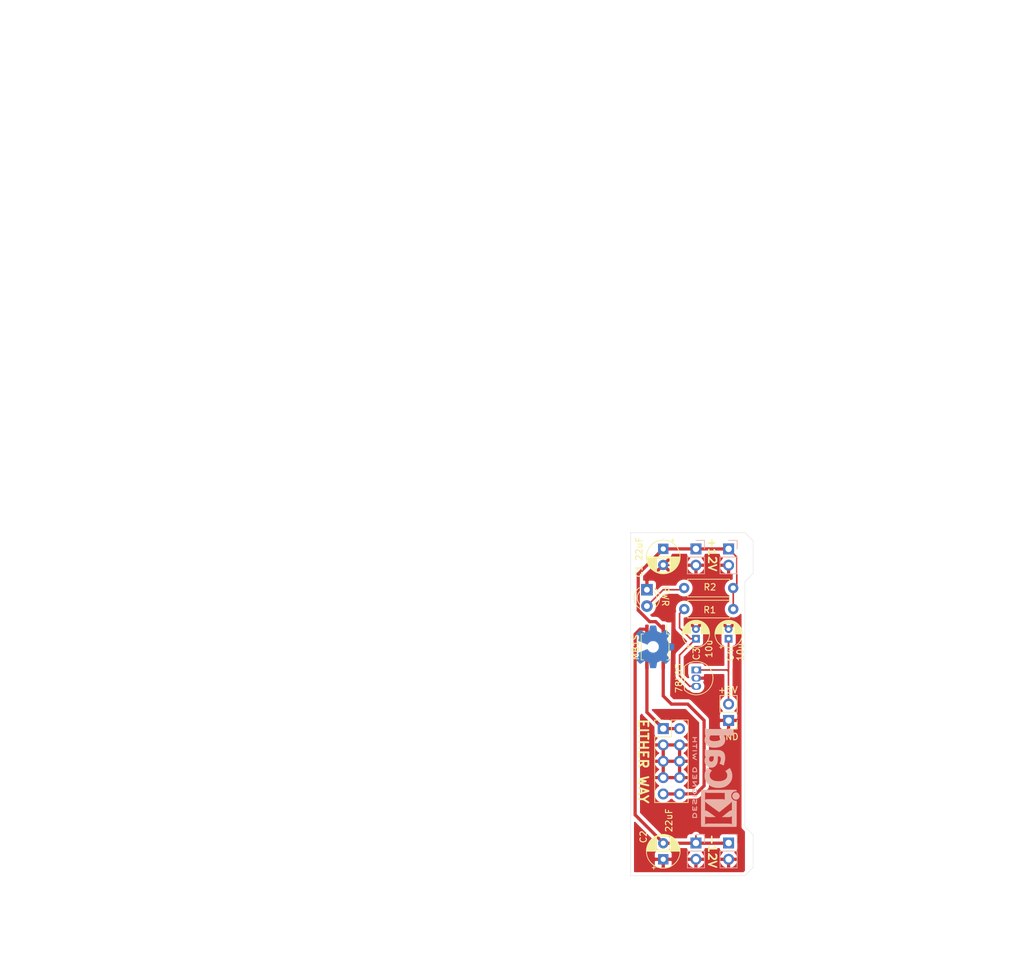
<source format=kicad_pcb>
(kicad_pcb (version 20171130) (host pcbnew "(5.1.10-1-10_14)")

  (general
    (thickness 1.6)
    (drawings 16)
    (tracks 57)
    (zones 0)
    (modules 20)
    (nets 9)
  )

  (page A4)
  (layers
    (0 F.Cu signal)
    (31 B.Cu signal)
    (32 B.Adhes user)
    (33 F.Adhes user)
    (34 B.Paste user)
    (35 F.Paste user)
    (36 B.SilkS user)
    (37 F.SilkS user)
    (38 B.Mask user)
    (39 F.Mask user)
    (40 Dwgs.User user)
    (41 Cmts.User user)
    (42 Eco1.User user)
    (43 Eco2.User user)
    (44 Edge.Cuts user)
    (45 Margin user)
    (46 B.CrtYd user)
    (47 F.CrtYd user)
    (48 B.Fab user)
    (49 F.Fab user)
  )

  (setup
    (last_trace_width 0.25)
    (user_trace_width 0.5)
    (user_trace_width 4)
    (trace_clearance 0.2)
    (zone_clearance 0.508)
    (zone_45_only no)
    (trace_min 0.2)
    (via_size 0.8)
    (via_drill 0.4)
    (via_min_size 0.4)
    (via_min_drill 0.3)
    (uvia_size 0.3)
    (uvia_drill 0.1)
    (uvias_allowed no)
    (uvia_min_size 0.2)
    (uvia_min_drill 0.1)
    (edge_width 0.05)
    (segment_width 0.2)
    (pcb_text_width 0.3)
    (pcb_text_size 1.5 1.5)
    (mod_edge_width 0.12)
    (mod_text_size 1 1)
    (mod_text_width 0.15)
    (pad_size 2.2 2.2)
    (pad_drill 1.1)
    (pad_to_mask_clearance 0)
    (aux_axis_origin 0 0)
    (visible_elements FFFFFF7F)
    (pcbplotparams
      (layerselection 0x010fc_ffffffff)
      (usegerberextensions true)
      (usegerberattributes true)
      (usegerberadvancedattributes true)
      (creategerberjobfile true)
      (excludeedgelayer true)
      (linewidth 0.100000)
      (plotframeref false)
      (viasonmask false)
      (mode 1)
      (useauxorigin false)
      (hpglpennumber 1)
      (hpglpenspeed 20)
      (hpglpendiameter 15.000000)
      (psnegative false)
      (psa4output false)
      (plotreference true)
      (plotvalue true)
      (plotinvisibletext false)
      (padsonsilk false)
      (subtractmaskfromsilk false)
      (outputformat 1)
      (mirror false)
      (drillshape 0)
      (scaleselection 1)
      (outputdirectory "gerbers/"))
  )

  (net 0 "")
  (net 1 +12V)
  (net 2 GND)
  (net 3 -12V)
  (net 4 +5V)
  (net 5 "Net-(BR1-Pad4)")
  (net 6 "Net-(BR1-Pad3)")
  (net 7 "Net-(C3-Pad1)")
  (net 8 "Net-(D1-Pad2)")

  (net_class Default "This is the default net class."
    (clearance 0.2)
    (trace_width 0.25)
    (via_dia 0.8)
    (via_drill 0.4)
    (uvia_dia 0.3)
    (uvia_drill 0.1)
    (add_net +12V)
    (add_net +5V)
    (add_net -12V)
    (add_net GND)
    (add_net "Net-(BR1-Pad3)")
    (add_net "Net-(BR1-Pad4)")
    (add_net "Net-(C3-Pad1)")
    (add_net "Net-(D1-Pad2)")
  )

  (module "" (layer F.Cu) (tedit 0) (tstamp 0)
    (at 45.72 -8.89)
    (fp_text reference "" (at 101.6 63.5) (layer F.SilkS)
      (effects (font (size 1.27 1.27) (thickness 0.15)))
    )
    (fp_text value "" (at 101.6 63.5) (layer F.SilkS)
      (effects (font (size 1.27 1.27) (thickness 0.15)))
    )
  )

  (module Resistor_THT:R_Axial_DIN0207_L6.3mm_D2.5mm_P7.62mm_Horizontal (layer F.Cu) (tedit 5AE5139B) (tstamp 60BFE3C1)
    (at 151.856017 85.556638)
    (descr "Resistor, Axial_DIN0207 series, Axial, Horizontal, pin pitch=7.62mm, 0.25W = 1/4W, length*diameter=6.3*2.5mm^2, http://cdn-reichelt.de/documents/datenblatt/B400/1_4W%23YAG.pdf")
    (tags "Resistor Axial_DIN0207 series Axial Horizontal pin pitch 7.62mm 0.25W = 1/4W length 6.3mm diameter 2.5mm")
    (path /60C66BB0)
    (fp_text reference R1 (at 3.955129 0.131695) (layer F.SilkS)
      (effects (font (size 1 1) (thickness 0.15)))
    )
    (fp_text value 4.7R (at 3.81 2.37) (layer F.Fab)
      (effects (font (size 1 1) (thickness 0.15)))
    )
    (fp_line (start 8.67 -1.5) (end -1.05 -1.5) (layer F.CrtYd) (width 0.05))
    (fp_line (start 8.67 1.5) (end 8.67 -1.5) (layer F.CrtYd) (width 0.05))
    (fp_line (start -1.05 1.5) (end 8.67 1.5) (layer F.CrtYd) (width 0.05))
    (fp_line (start -1.05 -1.5) (end -1.05 1.5) (layer F.CrtYd) (width 0.05))
    (fp_line (start 7.08 1.37) (end 7.08 1.04) (layer F.SilkS) (width 0.12))
    (fp_line (start 0.54 1.37) (end 7.08 1.37) (layer F.SilkS) (width 0.12))
    (fp_line (start 0.54 1.04) (end 0.54 1.37) (layer F.SilkS) (width 0.12))
    (fp_line (start 7.08 -1.37) (end 7.08 -1.04) (layer F.SilkS) (width 0.12))
    (fp_line (start 0.54 -1.37) (end 7.08 -1.37) (layer F.SilkS) (width 0.12))
    (fp_line (start 0.54 -1.04) (end 0.54 -1.37) (layer F.SilkS) (width 0.12))
    (fp_line (start 7.62 0) (end 6.96 0) (layer F.Fab) (width 0.1))
    (fp_line (start 0 0) (end 0.66 0) (layer F.Fab) (width 0.1))
    (fp_line (start 6.96 -1.25) (end 0.66 -1.25) (layer F.Fab) (width 0.1))
    (fp_line (start 6.96 1.25) (end 6.96 -1.25) (layer F.Fab) (width 0.1))
    (fp_line (start 0.66 1.25) (end 6.96 1.25) (layer F.Fab) (width 0.1))
    (fp_line (start 0.66 -1.25) (end 0.66 1.25) (layer F.Fab) (width 0.1))
    (fp_text user %R (at 3.81 0) (layer F.Fab)
      (effects (font (size 1 1) (thickness 0.15)))
    )
    (pad 2 thru_hole oval (at 7.62 0) (size 1.6 1.6) (drill 0.8) (layers *.Cu *.Mask)
      (net 1 +12V))
    (pad 1 thru_hole circle (at 0 0) (size 1.6 1.6) (drill 0.8) (layers *.Cu *.Mask)
      (net 7 "Net-(C3-Pad1)"))
    (model ${KISYS3DMOD}/Resistor_THT.3dshapes/R_Axial_DIN0207_L6.3mm_D2.5mm_P7.62mm_Horizontal.wrl
      (at (xyz 0 0 0))
      (scale (xyz 1 1 1))
      (rotate (xyz 0 0 0))
    )
  )

  (module Resistor_THT:R_Axial_DIN0207_L6.3mm_D2.5mm_P7.62mm_Horizontal (layer F.Cu) (tedit 5AE5139B) (tstamp 60BFE3D8)
    (at 151.838035 82.28388)
    (descr "Resistor, Axial_DIN0207 series, Axial, Horizontal, pin pitch=7.62mm, 0.25W = 1/4W, length*diameter=6.3*2.5mm^2, http://cdn-reichelt.de/documents/datenblatt/B400/1_4W%23YAG.pdf")
    (tags "Resistor Axial_DIN0207 series Axial Horizontal pin pitch 7.62mm 0.25W = 1/4W length 6.3mm diameter 2.5mm")
    (path /60C6D9B6)
    (fp_text reference R2 (at 4.011655 -0.135782) (layer F.SilkS)
      (effects (font (size 1 1) (thickness 0.15)))
    )
    (fp_text value 330R (at 3.81 2.37) (layer F.Fab)
      (effects (font (size 1 1) (thickness 0.15)))
    )
    (fp_line (start 8.67 -1.5) (end -1.05 -1.5) (layer F.CrtYd) (width 0.05))
    (fp_line (start 8.67 1.5) (end 8.67 -1.5) (layer F.CrtYd) (width 0.05))
    (fp_line (start -1.05 1.5) (end 8.67 1.5) (layer F.CrtYd) (width 0.05))
    (fp_line (start -1.05 -1.5) (end -1.05 1.5) (layer F.CrtYd) (width 0.05))
    (fp_line (start 7.08 1.37) (end 7.08 1.04) (layer F.SilkS) (width 0.12))
    (fp_line (start 0.54 1.37) (end 7.08 1.37) (layer F.SilkS) (width 0.12))
    (fp_line (start 0.54 1.04) (end 0.54 1.37) (layer F.SilkS) (width 0.12))
    (fp_line (start 7.08 -1.37) (end 7.08 -1.04) (layer F.SilkS) (width 0.12))
    (fp_line (start 0.54 -1.37) (end 7.08 -1.37) (layer F.SilkS) (width 0.12))
    (fp_line (start 0.54 -1.04) (end 0.54 -1.37) (layer F.SilkS) (width 0.12))
    (fp_line (start 7.62 0) (end 6.96 0) (layer F.Fab) (width 0.1))
    (fp_line (start 0 0) (end 0.66 0) (layer F.Fab) (width 0.1))
    (fp_line (start 6.96 -1.25) (end 0.66 -1.25) (layer F.Fab) (width 0.1))
    (fp_line (start 6.96 1.25) (end 6.96 -1.25) (layer F.Fab) (width 0.1))
    (fp_line (start 0.66 1.25) (end 6.96 1.25) (layer F.Fab) (width 0.1))
    (fp_line (start 0.66 -1.25) (end 0.66 1.25) (layer F.Fab) (width 0.1))
    (fp_text user %R (at 3.81 0) (layer F.Fab)
      (effects (font (size 1 1) (thickness 0.15)))
    )
    (pad 2 thru_hole oval (at 7.62 0) (size 1.6 1.6) (drill 0.8) (layers *.Cu *.Mask)
      (net 1 +12V))
    (pad 1 thru_hole circle (at 0 0) (size 1.6 1.6) (drill 0.8) (layers *.Cu *.Mask)
      (net 8 "Net-(D1-Pad2)"))
    (model ${KISYS3DMOD}/Resistor_THT.3dshapes/R_Axial_DIN0207_L6.3mm_D2.5mm_P7.62mm_Horizontal.wrl
      (at (xyz 0 0 0))
      (scale (xyz 1 1 1))
      (rotate (xyz 0 0 0))
    )
  )

  (module Symbol:OSHW-Symbol_6.7x6mm_Copper (layer B.Cu) (tedit 0) (tstamp 60BFF16B)
    (at 147.32 91.44 90)
    (descr "Open Source Hardware Symbol")
    (tags "Logo Symbol OSHW")
    (attr virtual)
    (fp_text reference REF** (at 0 0 270) (layer B.SilkS) hide
      (effects (font (size 1 1) (thickness 0.15)) (justify mirror))
    )
    (fp_text value OSHW-Symbol_6.7x6mm_Copper (at 0.75 0 270) (layer B.Fab) hide
      (effects (font (size 1 1) (thickness 0.15)) (justify mirror))
    )
    (fp_poly (pts (xy 0.555814 2.531069) (xy 0.639635 2.086445) (xy 0.94892 1.958947) (xy 1.258206 1.831449)
      (xy 1.629246 2.083754) (xy 1.733157 2.154004) (xy 1.827087 2.216728) (xy 1.906652 2.269062)
      (xy 1.96747 2.308143) (xy 2.005157 2.331107) (xy 2.015421 2.336058) (xy 2.03391 2.323324)
      (xy 2.07342 2.288118) (xy 2.129522 2.234938) (xy 2.197787 2.168282) (xy 2.273786 2.092646)
      (xy 2.353092 2.012528) (xy 2.431275 1.932426) (xy 2.503907 1.856836) (xy 2.566559 1.790255)
      (xy 2.614803 1.737182) (xy 2.64421 1.702113) (xy 2.651241 1.690377) (xy 2.641123 1.66874)
      (xy 2.612759 1.621338) (xy 2.569129 1.552807) (xy 2.513218 1.467785) (xy 2.448006 1.370907)
      (xy 2.410219 1.31565) (xy 2.341343 1.214752) (xy 2.28014 1.123701) (xy 2.229578 1.04703)
      (xy 2.192628 0.989272) (xy 2.172258 0.954957) (xy 2.169197 0.947746) (xy 2.176136 0.927252)
      (xy 2.195051 0.879487) (xy 2.223087 0.811168) (xy 2.257391 0.729011) (xy 2.295109 0.63973)
      (xy 2.333387 0.550042) (xy 2.36937 0.466662) (xy 2.400206 0.396306) (xy 2.423039 0.34569)
      (xy 2.435017 0.321529) (xy 2.435724 0.320578) (xy 2.454531 0.315964) (xy 2.504618 0.305672)
      (xy 2.580793 0.290713) (xy 2.677865 0.272099) (xy 2.790643 0.250841) (xy 2.856442 0.238582)
      (xy 2.97695 0.215638) (xy 3.085797 0.193805) (xy 3.177476 0.174278) (xy 3.246481 0.158252)
      (xy 3.287304 0.146921) (xy 3.295511 0.143326) (xy 3.303548 0.118994) (xy 3.310033 0.064041)
      (xy 3.31497 -0.015108) (xy 3.318364 -0.112026) (xy 3.320218 -0.220287) (xy 3.320538 -0.333465)
      (xy 3.319327 -0.445135) (xy 3.31659 -0.548868) (xy 3.312331 -0.638241) (xy 3.306555 -0.706826)
      (xy 3.299267 -0.748197) (xy 3.294895 -0.75681) (xy 3.268764 -0.767133) (xy 3.213393 -0.781892)
      (xy 3.136107 -0.799352) (xy 3.04423 -0.81778) (xy 3.012158 -0.823741) (xy 2.857524 -0.852066)
      (xy 2.735375 -0.874876) (xy 2.641673 -0.89308) (xy 2.572384 -0.907583) (xy 2.523471 -0.919292)
      (xy 2.490897 -0.929115) (xy 2.470628 -0.937956) (xy 2.458626 -0.946724) (xy 2.456947 -0.948457)
      (xy 2.440184 -0.976371) (xy 2.414614 -1.030695) (xy 2.382788 -1.104777) (xy 2.34726 -1.191965)
      (xy 2.310583 -1.285608) (xy 2.275311 -1.379052) (xy 2.243996 -1.465647) (xy 2.219193 -1.53874)
      (xy 2.203454 -1.591678) (xy 2.199332 -1.617811) (xy 2.199676 -1.618726) (xy 2.213641 -1.640086)
      (xy 2.245322 -1.687084) (xy 2.291391 -1.754827) (xy 2.348518 -1.838423) (xy 2.413373 -1.932982)
      (xy 2.431843 -1.959854) (xy 2.497699 -2.057275) (xy 2.55565 -2.146163) (xy 2.602538 -2.221412)
      (xy 2.635207 -2.27792) (xy 2.6505 -2.310581) (xy 2.651241 -2.314593) (xy 2.638392 -2.335684)
      (xy 2.602888 -2.377464) (xy 2.549293 -2.435445) (xy 2.482171 -2.505135) (xy 2.406087 -2.582045)
      (xy 2.325604 -2.661683) (xy 2.245287 -2.739561) (xy 2.169699 -2.811186) (xy 2.103405 -2.87207)
      (xy 2.050969 -2.917721) (xy 2.016955 -2.94365) (xy 2.007545 -2.947883) (xy 1.985643 -2.937912)
      (xy 1.9408 -2.91102) (xy 1.880321 -2.871736) (xy 1.833789 -2.840117) (xy 1.749475 -2.782098)
      (xy 1.649626 -2.713784) (xy 1.549473 -2.645579) (xy 1.495627 -2.609075) (xy 1.313371 -2.4858)
      (xy 1.160381 -2.56852) (xy 1.090682 -2.604759) (xy 1.031414 -2.632926) (xy 0.991311 -2.648991)
      (xy 0.981103 -2.651226) (xy 0.968829 -2.634722) (xy 0.944613 -2.588082) (xy 0.910263 -2.515609)
      (xy 0.867588 -2.421606) (xy 0.818394 -2.310374) (xy 0.76449 -2.186215) (xy 0.707684 -2.053432)
      (xy 0.649782 -1.916327) (xy 0.592593 -1.779202) (xy 0.537924 -1.646358) (xy 0.487584 -1.522098)
      (xy 0.44338 -1.410725) (xy 0.407119 -1.316539) (xy 0.380609 -1.243844) (xy 0.365658 -1.196941)
      (xy 0.363254 -1.180833) (xy 0.382311 -1.160286) (xy 0.424036 -1.126933) (xy 0.479706 -1.087702)
      (xy 0.484378 -1.084599) (xy 0.628264 -0.969423) (xy 0.744283 -0.835053) (xy 0.83143 -0.685784)
      (xy 0.888699 -0.525913) (xy 0.915086 -0.359737) (xy 0.909585 -0.191552) (xy 0.87119 -0.025655)
      (xy 0.798895 0.133658) (xy 0.777626 0.168513) (xy 0.666996 0.309263) (xy 0.536302 0.422286)
      (xy 0.390064 0.506997) (xy 0.232808 0.562806) (xy 0.069057 0.589126) (xy -0.096667 0.58537)
      (xy -0.259838 0.55095) (xy -0.415935 0.485277) (xy -0.560433 0.387765) (xy -0.605131 0.348187)
      (xy -0.718888 0.224297) (xy -0.801782 0.093876) (xy -0.858644 -0.052315) (xy -0.890313 -0.197088)
      (xy -0.898131 -0.35986) (xy -0.872062 -0.52344) (xy -0.814755 -0.682298) (xy -0.728856 -0.830906)
      (xy -0.617014 -0.963735) (xy -0.481877 -1.075256) (xy -0.464117 -1.087011) (xy -0.40785 -1.125508)
      (xy -0.365077 -1.158863) (xy -0.344628 -1.18016) (xy -0.344331 -1.180833) (xy -0.348721 -1.203871)
      (xy -0.366124 -1.256157) (xy -0.394732 -1.33339) (xy -0.432735 -1.431268) (xy -0.478326 -1.545491)
      (xy -0.529697 -1.671758) (xy -0.585038 -1.805767) (xy -0.642542 -1.943218) (xy -0.700399 -2.079808)
      (xy -0.756802 -2.211237) (xy -0.809942 -2.333205) (xy -0.85801 -2.441409) (xy -0.899199 -2.531549)
      (xy -0.931699 -2.599323) (xy -0.953703 -2.64043) (xy -0.962564 -2.651226) (xy -0.98964 -2.642819)
      (xy -1.040303 -2.620272) (xy -1.105817 -2.587613) (xy -1.141841 -2.56852) (xy -1.294832 -2.4858)
      (xy -1.477088 -2.609075) (xy -1.570125 -2.672228) (xy -1.671985 -2.741727) (xy -1.767438 -2.807165)
      (xy -1.81525 -2.840117) (xy -1.882495 -2.885273) (xy -1.939436 -2.921057) (xy -1.978646 -2.942938)
      (xy -1.991381 -2.947563) (xy -2.009917 -2.935085) (xy -2.050941 -2.900252) (xy -2.110475 -2.846678)
      (xy -2.184542 -2.777983) (xy -2.269165 -2.697781) (xy -2.322685 -2.646286) (xy -2.416319 -2.554286)
      (xy -2.497241 -2.471999) (xy -2.562177 -2.402945) (xy -2.607858 -2.350644) (xy -2.631011 -2.318616)
      (xy -2.633232 -2.312116) (xy -2.622924 -2.287394) (xy -2.594439 -2.237405) (xy -2.550937 -2.167212)
      (xy -2.495577 -2.081875) (xy -2.43152 -1.986456) (xy -2.413303 -1.959854) (xy -2.346927 -1.863167)
      (xy -2.287378 -1.776117) (xy -2.237984 -1.703595) (xy -2.202075 -1.650493) (xy -2.182981 -1.621703)
      (xy -2.181136 -1.618726) (xy -2.183895 -1.595782) (xy -2.198538 -1.545336) (xy -2.222513 -1.474041)
      (xy -2.253266 -1.388547) (xy -2.288244 -1.295507) (xy -2.324893 -1.201574) (xy -2.360661 -1.113399)
      (xy -2.392994 -1.037634) (xy -2.419338 -0.980931) (xy -2.437142 -0.949943) (xy -2.438407 -0.948457)
      (xy -2.449294 -0.939601) (xy -2.467682 -0.930843) (xy -2.497606 -0.921277) (xy -2.543103 -0.909996)
      (xy -2.608209 -0.896093) (xy -2.696961 -0.878663) (xy -2.813393 -0.856798) (xy -2.961542 -0.829591)
      (xy -2.993618 -0.823741) (xy -3.088686 -0.805374) (xy -3.171565 -0.787405) (xy -3.23493 -0.771569)
      (xy -3.271458 -0.7596) (xy -3.276356 -0.75681) (xy -3.284427 -0.732072) (xy -3.290987 -0.67679)
      (xy -3.296033 -0.597389) (xy -3.299559 -0.500296) (xy -3.301561 -0.391938) (xy -3.302036 -0.27874)
      (xy -3.300977 -0.167128) (xy -3.298382 -0.063529) (xy -3.294246 0.025632) (xy -3.288563 0.093928)
      (xy -3.281331 0.134934) (xy -3.276971 0.143326) (xy -3.252698 0.151792) (xy -3.197426 0.165565)
      (xy -3.116662 0.18345) (xy -3.015912 0.204252) (xy -2.900683 0.226777) (xy -2.837902 0.238582)
      (xy -2.718787 0.260849) (xy -2.612565 0.281021) (xy -2.524427 0.298085) (xy -2.459566 0.311031)
      (xy -2.423174 0.318845) (xy -2.417184 0.320578) (xy -2.407061 0.34011) (xy -2.385662 0.387157)
      (xy -2.355839 0.454997) (xy -2.320445 0.536909) (xy -2.282332 0.626172) (xy -2.244353 0.716065)
      (xy -2.20936 0.799865) (xy -2.180206 0.870853) (xy -2.159743 0.922306) (xy -2.150823 0.947503)
      (xy -2.150657 0.948604) (xy -2.160769 0.968481) (xy -2.189117 1.014223) (xy -2.232723 1.081283)
      (xy -2.288606 1.165116) (xy -2.353787 1.261174) (xy -2.391679 1.31635) (xy -2.460725 1.417519)
      (xy -2.52205 1.50937) (xy -2.572663 1.587256) (xy -2.609571 1.646531) (xy -2.629782 1.682549)
      (xy -2.632701 1.690623) (xy -2.620153 1.709416) (xy -2.585463 1.749543) (xy -2.533063 1.806507)
      (xy -2.467384 1.875815) (xy -2.392856 1.952969) (xy -2.313913 2.033475) (xy -2.234983 2.112837)
      (xy -2.1605 2.18656) (xy -2.094894 2.250148) (xy -2.042596 2.299106) (xy -2.008039 2.328939)
      (xy -1.996478 2.336058) (xy -1.977654 2.326047) (xy -1.932631 2.297922) (xy -1.865787 2.254546)
      (xy -1.781499 2.198782) (xy -1.684144 2.133494) (xy -1.610707 2.083754) (xy -1.239667 1.831449)
      (xy -0.621095 2.086445) (xy -0.537275 2.531069) (xy -0.453454 2.975693) (xy 0.471994 2.975693)
      (xy 0.555814 2.531069)) (layer B.Cu) (width 0.01))
  )

  (module LED_THT:LED_D3.0mm (layer F.Cu) (tedit 587A3A7B) (tstamp 60BFE2AF)
    (at 146.05 82.55 270)
    (descr "LED, diameter 3.0mm, 2 pins")
    (tags "LED diameter 3.0mm 2 pins")
    (path /60C762E8)
    (fp_text reference PWR (at 1.27 -2.96 180) (layer F.SilkS) hide
      (effects (font (size 1 1) (thickness 0.15)))
    )
    (fp_text value LED (at 1.27 2.96 90) (layer F.Fab)
      (effects (font (size 1 1) (thickness 0.15)))
    )
    (fp_line (start 3.7 -2.25) (end -1.15 -2.25) (layer F.CrtYd) (width 0.05))
    (fp_line (start 3.7 2.25) (end 3.7 -2.25) (layer F.CrtYd) (width 0.05))
    (fp_line (start -1.15 2.25) (end 3.7 2.25) (layer F.CrtYd) (width 0.05))
    (fp_line (start -1.15 -2.25) (end -1.15 2.25) (layer F.CrtYd) (width 0.05))
    (fp_line (start -0.29 1.08) (end -0.29 1.236) (layer F.SilkS) (width 0.12))
    (fp_line (start -0.29 -1.236) (end -0.29 -1.08) (layer F.SilkS) (width 0.12))
    (fp_line (start -0.23 -1.16619) (end -0.23 1.16619) (layer F.Fab) (width 0.1))
    (fp_circle (center 1.27 0) (end 2.77 0) (layer F.Fab) (width 0.1))
    (fp_arc (start 1.27 0) (end 0.229039 1.08) (angle -87.9) (layer F.SilkS) (width 0.12))
    (fp_arc (start 1.27 0) (end 0.229039 -1.08) (angle 87.9) (layer F.SilkS) (width 0.12))
    (fp_arc (start 1.27 0) (end -0.29 1.235516) (angle -108.8) (layer F.SilkS) (width 0.12))
    (fp_arc (start 1.27 0) (end -0.29 -1.235516) (angle 108.8) (layer F.SilkS) (width 0.12))
    (fp_arc (start 1.27 0) (end -0.23 -1.16619) (angle 284.3) (layer F.Fab) (width 0.1))
    (pad 2 thru_hole circle (at 2.54 0 270) (size 1.8 1.8) (drill 0.9) (layers *.Cu *.Mask)
      (net 8 "Net-(D1-Pad2)"))
    (pad 1 thru_hole rect (at 0 0 270) (size 1.8 1.8) (drill 0.9) (layers *.Cu *.Mask)
      (net 2 GND))
    (model ${KISYS3DMOD}/LED_THT.3dshapes/LED_D3.0mm.wrl
      (at (xyz 0 0 0))
      (scale (xyz 1 1 1))
      (rotate (xyz 0 0 0))
    )
  )

  (module Symbol:KiCad-Logo2_6mm_SilkScreen (layer B.Cu) (tedit 0) (tstamp 60BFD462)
    (at 157.48 111.76 90)
    (descr "KiCad Logo")
    (tags "Logo KiCad")
    (attr virtual)
    (fp_text reference REF** (at 0 5.08 -90) (layer F.SilkS) hide
      (effects (font (size 1 1) (thickness 0.15)))
    )
    (fp_text value KiCad-Logo2_6mm_SilkScreen (at 0 -6.35 -90) (layer B.Fab) hide
      (effects (font (size 1 1) (thickness 0.15)) (justify mirror))
    )
    (fp_poly (pts (xy -6.109663 -3.635258) (xy -6.070181 -3.635659) (xy -5.954492 -3.638451) (xy -5.857603 -3.646742)
      (xy -5.776211 -3.661424) (xy -5.707015 -3.683385) (xy -5.646712 -3.713514) (xy -5.592 -3.752702)
      (xy -5.572459 -3.769724) (xy -5.540042 -3.809555) (xy -5.510812 -3.863605) (xy -5.488283 -3.923515)
      (xy -5.475971 -3.980931) (xy -5.474692 -4.002148) (xy -5.482709 -4.060961) (xy -5.504191 -4.125205)
      (xy -5.535291 -4.186013) (xy -5.572158 -4.234522) (xy -5.578146 -4.240374) (xy -5.628871 -4.281513)
      (xy -5.684417 -4.313627) (xy -5.747988 -4.337557) (xy -5.822786 -4.354145) (xy -5.912014 -4.364233)
      (xy -6.018874 -4.368661) (xy -6.06782 -4.369037) (xy -6.130054 -4.368737) (xy -6.17382 -4.367484)
      (xy -6.203223 -4.364746) (xy -6.222371 -4.359993) (xy -6.235369 -4.352693) (xy -6.242337 -4.346459)
      (xy -6.248918 -4.338886) (xy -6.25408 -4.329116) (xy -6.257995 -4.314532) (xy -6.260835 -4.292518)
      (xy -6.262772 -4.260456) (xy -6.263976 -4.215728) (xy -6.26462 -4.155718) (xy -6.264875 -4.077809)
      (xy -6.264914 -4.002148) (xy -6.265162 -3.901233) (xy -6.265109 -3.820619) (xy -6.264149 -3.782014)
      (xy -6.118159 -3.782014) (xy -6.118159 -4.222281) (xy -6.025026 -4.222196) (xy -5.968985 -4.220588)
      (xy -5.910291 -4.216448) (xy -5.86132 -4.210656) (xy -5.85983 -4.210418) (xy -5.780684 -4.191282)
      (xy -5.719294 -4.161479) (xy -5.672597 -4.11907) (xy -5.642927 -4.073153) (xy -5.624645 -4.022218)
      (xy -5.626063 -3.974392) (xy -5.64728 -3.923125) (xy -5.688781 -3.870091) (xy -5.74629 -3.830792)
      (xy -5.821042 -3.804523) (xy -5.871 -3.795227) (xy -5.927708 -3.788699) (xy -5.987811 -3.783974)
      (xy -6.038931 -3.782009) (xy -6.041959 -3.782) (xy -6.118159 -3.782014) (xy -6.264149 -3.782014)
      (xy -6.263552 -3.758043) (xy -6.25929 -3.711247) (xy -6.251122 -3.67797) (xy -6.237848 -3.655951)
      (xy -6.218266 -3.642931) (xy -6.191175 -3.636649) (xy -6.155374 -3.634845) (xy -6.109663 -3.635258)) (layer B.SilkS) (width 0.01))
    (fp_poly (pts (xy -4.701086 -3.635338) (xy -4.631678 -3.63571) (xy -4.579289 -3.636577) (xy -4.541139 -3.638138)
      (xy -4.514451 -3.640595) (xy -4.496445 -3.644149) (xy -4.484341 -3.649002) (xy -4.475361 -3.655353)
      (xy -4.47211 -3.658276) (xy -4.452335 -3.689334) (xy -4.448774 -3.72502) (xy -4.461783 -3.756702)
      (xy -4.467798 -3.763105) (xy -4.477527 -3.769313) (xy -4.493193 -3.774102) (xy -4.5177 -3.777706)
      (xy -4.553953 -3.780356) (xy -4.604857 -3.782287) (xy -4.673318 -3.783731) (xy -4.735909 -3.78461)
      (xy -4.983626 -3.787659) (xy -4.987011 -3.85257) (xy -4.990397 -3.917481) (xy -4.82225 -3.917481)
      (xy -4.749251 -3.918111) (xy -4.695809 -3.920745) (xy -4.65892 -3.926501) (xy -4.63558 -3.936496)
      (xy -4.622786 -3.951848) (xy -4.617534 -3.973674) (xy -4.616737 -3.99393) (xy -4.619215 -4.018784)
      (xy -4.628569 -4.037098) (xy -4.647675 -4.049829) (xy -4.67941 -4.057933) (xy -4.726651 -4.062368)
      (xy -4.792275 -4.064091) (xy -4.828093 -4.064237) (xy -4.98927 -4.064237) (xy -4.98927 -4.222281)
      (xy -4.740914 -4.222281) (xy -4.659505 -4.222394) (xy -4.597634 -4.222904) (xy -4.55226 -4.224062)
      (xy -4.520346 -4.226122) (xy -4.498851 -4.229338) (xy -4.484735 -4.233964) (xy -4.47496 -4.240251)
      (xy -4.469981 -4.244859) (xy -4.452902 -4.271752) (xy -4.447403 -4.295659) (xy -4.455255 -4.324859)
      (xy -4.469981 -4.346459) (xy -4.477838 -4.353258) (xy -4.48798 -4.358538) (xy -4.503136 -4.36249)
      (xy -4.526033 -4.365305) (xy -4.559401 -4.367174) (xy -4.605967 -4.36829) (xy -4.668459 -4.368843)
      (xy -4.749606 -4.369025) (xy -4.791714 -4.369037) (xy -4.88189 -4.368957) (xy -4.952216 -4.36859)
      (xy -5.005421 -4.367744) (xy -5.044232 -4.366228) (xy -5.071379 -4.363851) (xy -5.08959 -4.360421)
      (xy -5.101592 -4.355746) (xy -5.110114 -4.349636) (xy -5.113448 -4.346459) (xy -5.120047 -4.338862)
      (xy -5.125219 -4.329062) (xy -5.129138 -4.314431) (xy -5.131976 -4.292344) (xy -5.133907 -4.260174)
      (xy -5.135104 -4.215295) (xy -5.13574 -4.155081) (xy -5.135989 -4.076905) (xy -5.136026 -4.004115)
      (xy -5.135992 -3.910899) (xy -5.135757 -3.837623) (xy -5.135122 -3.78165) (xy -5.133886 -3.740343)
      (xy -5.131848 -3.711064) (xy -5.128809 -3.691176) (xy -5.124569 -3.678042) (xy -5.118927 -3.669024)
      (xy -5.111683 -3.661485) (xy -5.109898 -3.659804) (xy -5.101237 -3.652364) (xy -5.091174 -3.646601)
      (xy -5.076917 -3.642304) (xy -5.055675 -3.639256) (xy -5.024656 -3.637243) (xy -4.981069 -3.636052)
      (xy -4.922123 -3.635467) (xy -4.845026 -3.635275) (xy -4.790293 -3.635259) (xy -4.701086 -3.635338)) (layer B.SilkS) (width 0.01))
    (fp_poly (pts (xy -3.679995 -3.636543) (xy -3.60518 -3.641773) (xy -3.535598 -3.649942) (xy -3.475294 -3.660742)
      (xy -3.428312 -3.673865) (xy -3.398698 -3.689005) (xy -3.394152 -3.693461) (xy -3.378346 -3.728042)
      (xy -3.383139 -3.763543) (xy -3.407656 -3.793917) (xy -3.408826 -3.794788) (xy -3.423246 -3.804146)
      (xy -3.4383 -3.809068) (xy -3.459297 -3.809665) (xy -3.491549 -3.806053) (xy -3.540365 -3.798346)
      (xy -3.544292 -3.797697) (xy -3.617031 -3.788761) (xy -3.695509 -3.784353) (xy -3.774219 -3.784311)
      (xy -3.847653 -3.788471) (xy -3.910303 -3.796671) (xy -3.956662 -3.808749) (xy -3.959708 -3.809963)
      (xy -3.99334 -3.828807) (xy -4.005156 -3.847877) (xy -3.995906 -3.866631) (xy -3.966339 -3.884529)
      (xy -3.917203 -3.901029) (xy -3.849249 -3.915588) (xy -3.803937 -3.922598) (xy -3.709748 -3.936081)
      (xy -3.634836 -3.948406) (xy -3.576009 -3.960641) (xy -3.530077 -3.973853) (xy -3.493847 -3.989109)
      (xy -3.46413 -4.007477) (xy -3.437734 -4.030023) (xy -3.416522 -4.052163) (xy -3.391357 -4.083011)
      (xy -3.378973 -4.109537) (xy -3.3751 -4.142218) (xy -3.374959 -4.154187) (xy -3.377868 -4.193904)
      (xy -3.389494 -4.223451) (xy -3.409615 -4.249678) (xy -3.450508 -4.289768) (xy -3.496109 -4.320341)
      (xy -3.549805 -4.342395) (xy -3.614984 -4.356927) (xy -3.695036 -4.364933) (xy -3.793349 -4.36741)
      (xy -3.809581 -4.367369) (xy -3.875141 -4.36601) (xy -3.940158 -4.362922) (xy -3.997544 -4.358548)
      (xy -4.040214 -4.353332) (xy -4.043664 -4.352733) (xy -4.086088 -4.342683) (xy -4.122072 -4.329988)
      (xy -4.142442 -4.318382) (xy -4.161399 -4.287764) (xy -4.162719 -4.25211) (xy -4.146377 -4.220336)
      (xy -4.142721 -4.216743) (xy -4.127607 -4.206068) (xy -4.108707 -4.201468) (xy -4.079454 -4.202251)
      (xy -4.043943 -4.206319) (xy -4.004262 -4.209954) (xy -3.948637 -4.21302) (xy -3.883698 -4.215245)
      (xy -3.816077 -4.216356) (xy -3.798292 -4.216429) (xy -3.73042 -4.216156) (xy -3.680746 -4.214838)
      (xy -3.644902 -4.212019) (xy -3.618516 -4.207242) (xy -3.597218 -4.200049) (xy -3.584418 -4.194059)
      (xy -3.556292 -4.177425) (xy -3.53836 -4.16236) (xy -3.535739 -4.158089) (xy -3.541268 -4.140455)
      (xy -3.567552 -4.123384) (xy -3.61277 -4.10765) (xy -3.6751 -4.09403) (xy -3.693463 -4.090996)
      (xy -3.789382 -4.07593) (xy -3.865933 -4.063338) (xy -3.926072 -4.052303) (xy -3.972752 -4.041912)
      (xy -4.008929 -4.031248) (xy -4.037557 -4.019397) (xy -4.06159 -4.005443) (xy -4.083984 -3.988473)
      (xy -4.107694 -3.96757) (xy -4.115672 -3.960241) (xy -4.143645 -3.932891) (xy -4.158452 -3.911221)
      (xy -4.164244 -3.886424) (xy -4.165181 -3.855175) (xy -4.154867 -3.793897) (xy -4.124044 -3.741832)
      (xy -4.072887 -3.69915) (xy -4.001575 -3.666017) (xy -3.950692 -3.651156) (xy -3.895392 -3.641558)
      (xy -3.829145 -3.636128) (xy -3.755998 -3.634559) (xy -3.679995 -3.636543)) (layer B.SilkS) (width 0.01))
    (fp_poly (pts (xy -2.912114 -3.657837) (xy -2.905534 -3.66541) (xy -2.900371 -3.675179) (xy -2.896456 -3.689763)
      (xy -2.893616 -3.711777) (xy -2.891679 -3.74384) (xy -2.890475 -3.788567) (xy -2.889831 -3.848577)
      (xy -2.889576 -3.926486) (xy -2.889537 -4.002148) (xy -2.889606 -4.095994) (xy -2.88993 -4.169881)
      (xy -2.890678 -4.226424) (xy -2.892024 -4.268241) (xy -2.894138 -4.297949) (xy -2.897192 -4.318165)
      (xy -2.901358 -4.331506) (xy -2.906808 -4.34059) (xy -2.912114 -4.346459) (xy -2.945118 -4.366139)
      (xy -2.980283 -4.364373) (xy -3.011747 -4.342909) (xy -3.018976 -4.334529) (xy -3.024626 -4.324806)
      (xy -3.028891 -4.311053) (xy -3.031965 -4.290581) (xy -3.034044 -4.260704) (xy -3.035322 -4.218733)
      (xy -3.035993 -4.161981) (xy -3.036251 -4.087759) (xy -3.036292 -4.003729) (xy -3.036292 -3.690677)
      (xy -3.008583 -3.662968) (xy -2.974429 -3.639655) (xy -2.941298 -3.638815) (xy -2.912114 -3.657837)) (layer B.SilkS) (width 0.01))
    (fp_poly (pts (xy -1.938373 -3.640791) (xy -1.869857 -3.652287) (xy -1.817235 -3.670159) (xy -1.783 -3.693691)
      (xy -1.773671 -3.707116) (xy -1.764185 -3.73834) (xy -1.770569 -3.766587) (xy -1.790722 -3.793374)
      (xy -1.822037 -3.805905) (xy -1.867475 -3.804888) (xy -1.902618 -3.798098) (xy -1.980711 -3.785163)
      (xy -2.060518 -3.783934) (xy -2.149847 -3.794433) (xy -2.174521 -3.798882) (xy -2.257583 -3.8223)
      (xy -2.322565 -3.857137) (xy -2.368753 -3.902796) (xy -2.395437 -3.958686) (xy -2.400955 -3.98758)
      (xy -2.397343 -4.046204) (xy -2.374021 -4.098071) (xy -2.333116 -4.14217) (xy -2.276751 -4.177491)
      (xy -2.207052 -4.203021) (xy -2.126144 -4.217751) (xy -2.036152 -4.22067) (xy -1.939202 -4.210767)
      (xy -1.933728 -4.209833) (xy -1.895167 -4.202651) (xy -1.873786 -4.195713) (xy -1.864519 -4.185419)
      (xy -1.862298 -4.168168) (xy -1.862248 -4.159033) (xy -1.862248 -4.120681) (xy -1.930723 -4.120681)
      (xy -1.991192 -4.116539) (xy -2.032457 -4.103339) (xy -2.056467 -4.079922) (xy -2.065169 -4.045128)
      (xy -2.065275 -4.040586) (xy -2.060184 -4.010846) (xy -2.042725 -3.989611) (xy -2.010231 -3.975558)
      (xy -1.960035 -3.967365) (xy -1.911415 -3.964353) (xy -1.840748 -3.962625) (xy -1.78949 -3.965262)
      (xy -1.754531 -3.974992) (xy -1.732762 -3.994545) (xy -1.721072 -4.026648) (xy -1.716352 -4.07403)
      (xy -1.715492 -4.136263) (xy -1.716901 -4.205727) (xy -1.72114 -4.252978) (xy -1.728228 -4.278204)
      (xy -1.729603 -4.28018) (xy -1.76852 -4.3117) (xy -1.825578 -4.336662) (xy -1.897161 -4.354532)
      (xy -1.97965 -4.364778) (xy -2.069431 -4.366865) (xy -2.162884 -4.36026) (xy -2.217848 -4.352148)
      (xy -2.304058 -4.327746) (xy -2.384184 -4.287854) (xy -2.451269 -4.236079) (xy -2.461465 -4.225731)
      (xy -2.494594 -4.182227) (xy -2.524486 -4.12831) (xy -2.547649 -4.071784) (xy -2.56059 -4.020451)
      (xy -2.56215 -4.000736) (xy -2.55551 -3.959611) (xy -2.53786 -3.908444) (xy -2.512589 -3.854586)
      (xy -2.483081 -3.805387) (xy -2.457011 -3.772526) (xy -2.396057 -3.723644) (xy -2.317261 -3.684737)
      (xy -2.223449 -3.656686) (xy -2.117442 -3.640371) (xy -2.020292 -3.636384) (xy -1.938373 -3.640791)) (layer B.SilkS) (width 0.01))
    (fp_poly (pts (xy -1.288406 -3.63964) (xy -1.26484 -3.653465) (xy -1.234027 -3.676073) (xy -1.19437 -3.70853)
      (xy -1.144272 -3.7519) (xy -1.082135 -3.80725) (xy -1.006364 -3.875643) (xy -0.919626 -3.954276)
      (xy -0.739003 -4.11807) (xy -0.733359 -3.898221) (xy -0.731321 -3.822543) (xy -0.729355 -3.766186)
      (xy -0.727026 -3.725898) (xy -0.723898 -3.698427) (xy -0.719537 -3.680521) (xy -0.713508 -3.668929)
      (xy -0.705376 -3.6604) (xy -0.701064 -3.656815) (xy -0.666533 -3.637862) (xy -0.633675 -3.640633)
      (xy -0.60761 -3.656825) (xy -0.580959 -3.678391) (xy -0.577644 -3.993343) (xy -0.576727 -4.085971)
      (xy -0.57626 -4.158736) (xy -0.576405 -4.214353) (xy -0.577324 -4.255534) (xy -0.579179 -4.284995)
      (xy -0.582131 -4.305447) (xy -0.586342 -4.319605) (xy -0.591974 -4.330183) (xy -0.598219 -4.338666)
      (xy -0.611731 -4.354399) (xy -0.625175 -4.364828) (xy -0.640416 -4.368831) (xy -0.659318 -4.365286)
      (xy -0.683747 -4.353071) (xy -0.715565 -4.331063) (xy -0.75664 -4.298141) (xy -0.808834 -4.253183)
      (xy -0.874014 -4.195067) (xy -0.947848 -4.128291) (xy -1.213137 -3.88765) (xy -1.218781 -4.106781)
      (xy -1.220823 -4.18232) (xy -1.222794 -4.238546) (xy -1.225131 -4.278716) (xy -1.228273 -4.306088)
      (xy -1.232656 -4.32392) (xy -1.238716 -4.335471) (xy -1.246892 -4.343999) (xy -1.251076 -4.347474)
      (xy -1.288057 -4.366564) (xy -1.323 -4.363685) (xy -1.353428 -4.339292) (xy -1.360389 -4.329478)
      (xy -1.365815 -4.318018) (xy -1.369895 -4.30216) (xy -1.372821 -4.279155) (xy -1.374784 -4.246254)
      (xy -1.375975 -4.200708) (xy -1.376584 -4.139765) (xy -1.376803 -4.060678) (xy -1.376826 -4.002148)
      (xy -1.376752 -3.910599) (xy -1.376405 -3.838879) (xy -1.375593 -3.784237) (xy -1.374125 -3.743924)
      (xy -1.371811 -3.71519) (xy -1.368459 -3.695285) (xy -1.36388 -3.68146) (xy -1.357881 -3.670964)
      (xy -1.353428 -3.665003) (xy -1.342142 -3.650883) (xy -1.331593 -3.640221) (xy -1.320185 -3.634084)
      (xy -1.306322 -3.633535) (xy -1.288406 -3.63964)) (layer B.SilkS) (width 0.01))
    (fp_poly (pts (xy 0.242051 -3.635452) (xy 0.318409 -3.636366) (xy 0.376925 -3.638503) (xy 0.419963 -3.642367)
      (xy 0.449891 -3.648459) (xy 0.469076 -3.657282) (xy 0.479884 -3.669338) (xy 0.484681 -3.685131)
      (xy 0.485835 -3.705162) (xy 0.485841 -3.707527) (xy 0.484839 -3.730184) (xy 0.480104 -3.747695)
      (xy 0.469041 -3.760766) (xy 0.449056 -3.770105) (xy 0.417554 -3.776419) (xy 0.37194 -3.780414)
      (xy 0.309621 -3.782798) (xy 0.228001 -3.784278) (xy 0.202985 -3.784606) (xy -0.039092 -3.787659)
      (xy -0.042478 -3.85257) (xy -0.045863 -3.917481) (xy 0.122284 -3.917481) (xy 0.187974 -3.917723)
      (xy 0.23488 -3.918748) (xy 0.266791 -3.921003) (xy 0.287499 -3.924934) (xy 0.300792 -3.93099)
      (xy 0.310463 -3.939616) (xy 0.310525 -3.939685) (xy 0.328064 -3.973304) (xy 0.32743 -4.00964)
      (xy 0.309022 -4.040615) (xy 0.305379 -4.043799) (xy 0.292449 -4.052004) (xy 0.274732 -4.057713)
      (xy 0.248278 -4.061354) (xy 0.20914 -4.063359) (xy 0.15337 -4.064156) (xy 0.117702 -4.064237)
      (xy -0.044737 -4.064237) (xy -0.044737 -4.222281) (xy 0.201869 -4.222281) (xy 0.283288 -4.222423)
      (xy 0.345118 -4.223006) (xy 0.390345 -4.22426) (xy 0.421956 -4.226419) (xy 0.442939 -4.229715)
      (xy 0.456281 -4.234381) (xy 0.464969 -4.240649) (xy 0.467158 -4.242925) (xy 0.483322 -4.274472)
      (xy 0.484505 -4.31036) (xy 0.471244 -4.341477) (xy 0.460751 -4.351463) (xy 0.449837 -4.356961)
      (xy 0.432925 -4.361214) (xy 0.407341 -4.364372) (xy 0.370409 -4.366584) (xy 0.319454 -4.367998)
      (xy 0.251802 -4.368764) (xy 0.164777 -4.36903) (xy 0.145102 -4.369037) (xy 0.056619 -4.368979)
      (xy -0.012065 -4.368659) (xy -0.063728 -4.367859) (xy -0.101147 -4.366359) (xy -0.127102 -4.363941)
      (xy -0.14437 -4.360386) (xy -0.15573 -4.355474) (xy -0.16396 -4.348987) (xy -0.168475 -4.34433)
      (xy -0.175271 -4.336081) (xy -0.18058 -4.325861) (xy -0.184586 -4.310992) (xy -0.187471 -4.288794)
      (xy -0.189418 -4.256585) (xy -0.190611 -4.211688) (xy -0.191231 -4.15142) (xy -0.191463 -4.073103)
      (xy -0.191492 -4.007186) (xy -0.191421 -3.91482) (xy -0.191084 -3.842309) (xy -0.190294 -3.786929)
      (xy -0.188866 -3.745957) (xy -0.186613 -3.71667) (xy -0.183349 -3.696345) (xy -0.178888 -3.682258)
      (xy -0.173044 -3.671687) (xy -0.168095 -3.665003) (xy -0.144698 -3.635259) (xy 0.145482 -3.635259)
      (xy 0.242051 -3.635452)) (layer B.SilkS) (width 0.01))
    (fp_poly (pts (xy 1.030017 -3.635467) (xy 1.158996 -3.639828) (xy 1.268699 -3.653053) (xy 1.360934 -3.675933)
      (xy 1.43751 -3.709262) (xy 1.500235 -3.75383) (xy 1.55092 -3.810428) (xy 1.591371 -3.87985)
      (xy 1.592167 -3.881543) (xy 1.616309 -3.943675) (xy 1.624911 -3.998701) (xy 1.617939 -4.054079)
      (xy 1.595362 -4.117265) (xy 1.59108 -4.126881) (xy 1.56188 -4.183158) (xy 1.529064 -4.226643)
      (xy 1.48671 -4.263609) (xy 1.428898 -4.300327) (xy 1.425539 -4.302244) (xy 1.375212 -4.326419)
      (xy 1.318329 -4.344474) (xy 1.251235 -4.357031) (xy 1.170273 -4.364714) (xy 1.07179 -4.368145)
      (xy 1.036994 -4.368443) (xy 0.871302 -4.369037) (xy 0.847905 -4.339292) (xy 0.840965 -4.329511)
      (xy 0.83555 -4.318089) (xy 0.831473 -4.302287) (xy 0.828545 -4.279367) (xy 0.826575 -4.246588)
      (xy 0.825933 -4.222281) (xy 0.982552 -4.222281) (xy 1.076434 -4.222281) (xy 1.131372 -4.220675)
      (xy 1.187768 -4.216447) (xy 1.234053 -4.210484) (xy 1.236847 -4.209982) (xy 1.319056 -4.187928)
      (xy 1.382822 -4.154792) (xy 1.43016 -4.109039) (xy 1.46309 -4.049131) (xy 1.468816 -4.033253)
      (xy 1.474429 -4.008525) (xy 1.471999 -3.984094) (xy 1.460175 -3.951592) (xy 1.453048 -3.935626)
      (xy 1.429708 -3.893198) (xy 1.401588 -3.863432) (xy 1.370648 -3.842703) (xy 1.308674 -3.815729)
      (xy 1.229359 -3.79619) (xy 1.136961 -3.784938) (xy 1.070041 -3.782462) (xy 0.982552 -3.782014)
      (xy 0.982552 -4.222281) (xy 0.825933 -4.222281) (xy 0.825376 -4.201213) (xy 0.824758 -4.140503)
      (xy 0.824533 -4.061718) (xy 0.824508 -4.000112) (xy 0.824508 -3.690677) (xy 0.852217 -3.662968)
      (xy 0.864514 -3.651736) (xy 0.877811 -3.644045) (xy 0.89638 -3.639232) (xy 0.924494 -3.636638)
      (xy 0.966425 -3.635602) (xy 1.026445 -3.635462) (xy 1.030017 -3.635467)) (layer B.SilkS) (width 0.01))
    (fp_poly (pts (xy 3.756373 -3.637226) (xy 3.775963 -3.644227) (xy 3.776718 -3.644569) (xy 3.803321 -3.66487)
      (xy 3.817978 -3.685753) (xy 3.820846 -3.695544) (xy 3.820704 -3.708553) (xy 3.816669 -3.727087)
      (xy 3.807854 -3.753449) (xy 3.793377 -3.789944) (xy 3.772353 -3.838879) (xy 3.743896 -3.902557)
      (xy 3.707123 -3.983285) (xy 3.686883 -4.027408) (xy 3.650333 -4.106177) (xy 3.616023 -4.178615)
      (xy 3.58526 -4.242072) (xy 3.559356 -4.2939) (xy 3.539618 -4.331451) (xy 3.527358 -4.352076)
      (xy 3.524932 -4.354925) (xy 3.493891 -4.367494) (xy 3.458829 -4.365811) (xy 3.430708 -4.350524)
      (xy 3.429562 -4.349281) (xy 3.418376 -4.332346) (xy 3.399612 -4.299362) (xy 3.375583 -4.254572)
      (xy 3.348605 -4.202224) (xy 3.338909 -4.182934) (xy 3.265722 -4.036342) (xy 3.185948 -4.195585)
      (xy 3.157475 -4.250607) (xy 3.131058 -4.298324) (xy 3.108856 -4.335085) (xy 3.093027 -4.357236)
      (xy 3.087662 -4.361933) (xy 3.045965 -4.368294) (xy 3.011557 -4.354925) (xy 3.001436 -4.340638)
      (xy 2.983922 -4.308884) (xy 2.960443 -4.262789) (xy 2.932428 -4.205477) (xy 2.901307 -4.140072)
      (xy 2.868507 -4.069699) (xy 2.835458 -3.997483) (xy 2.803589 -3.926547) (xy 2.774327 -3.860017)
      (xy 2.749103 -3.801018) (xy 2.729344 -3.752673) (xy 2.71648 -3.718107) (xy 2.711939 -3.700445)
      (xy 2.711985 -3.699805) (xy 2.723034 -3.67758) (xy 2.745118 -3.654945) (xy 2.746418 -3.65396)
      (xy 2.773561 -3.638617) (xy 2.798666 -3.638766) (xy 2.808076 -3.641658) (xy 2.819542 -3.64791)
      (xy 2.831718 -3.660206) (xy 2.846065 -3.6811) (xy 2.864044 -3.713141) (xy 2.887115 -3.75888)
      (xy 2.916738 -3.820869) (xy 2.943453 -3.87809) (xy 2.974188 -3.944418) (xy 3.001729 -4.004066)
      (xy 3.024646 -4.053917) (xy 3.041506 -4.090856) (xy 3.050881 -4.111765) (xy 3.052248 -4.115037)
      (xy 3.058397 -4.109689) (xy 3.07253 -4.087301) (xy 3.092765 -4.051138) (xy 3.117223 -4.004469)
      (xy 3.126956 -3.985214) (xy 3.159925 -3.920196) (xy 3.185351 -3.872846) (xy 3.20532 -3.840411)
      (xy 3.221918 -3.820138) (xy 3.237232 -3.809274) (xy 3.253348 -3.805067) (xy 3.263851 -3.804592)
      (xy 3.282378 -3.806234) (xy 3.298612 -3.813023) (xy 3.314743 -3.827758) (xy 3.332959 -3.853236)
      (xy 3.355447 -3.892253) (xy 3.384397 -3.947606) (xy 3.40037 -3.979095) (xy 3.426278 -4.029279)
      (xy 3.448875 -4.070896) (xy 3.466166 -4.100434) (xy 3.476158 -4.114381) (xy 3.477517 -4.114962)
      (xy 3.483969 -4.103985) (xy 3.498416 -4.075482) (xy 3.519411 -4.032436) (xy 3.545505 -3.97783)
      (xy 3.575254 -3.914646) (xy 3.589888 -3.883263) (xy 3.627958 -3.80227) (xy 3.658613 -3.739948)
      (xy 3.683445 -3.694263) (xy 3.704045 -3.663181) (xy 3.722006 -3.64467) (xy 3.738918 -3.636696)
      (xy 3.756373 -3.637226)) (layer B.SilkS) (width 0.01))
    (fp_poly (pts (xy 4.200322 -3.642069) (xy 4.224035 -3.656839) (xy 4.250686 -3.678419) (xy 4.250686 -3.999965)
      (xy 4.250601 -4.094022) (xy 4.250237 -4.168124) (xy 4.249432 -4.224896) (xy 4.248021 -4.26696)
      (xy 4.245841 -4.29694) (xy 4.242729 -4.317459) (xy 4.238522 -4.331141) (xy 4.233056 -4.340608)
      (xy 4.22918 -4.345274) (xy 4.197742 -4.365767) (xy 4.161941 -4.364931) (xy 4.130581 -4.347456)
      (xy 4.10393 -4.325876) (xy 4.10393 -3.678419) (xy 4.130581 -3.656839) (xy 4.156302 -3.641141)
      (xy 4.177308 -3.635259) (xy 4.200322 -3.642069)) (layer B.SilkS) (width 0.01))
    (fp_poly (pts (xy 4.974773 -3.635355) (xy 5.05348 -3.635734) (xy 5.114571 -3.636525) (xy 5.160525 -3.637862)
      (xy 5.193822 -3.639875) (xy 5.216944 -3.642698) (xy 5.23237 -3.646461) (xy 5.242579 -3.651297)
      (xy 5.247521 -3.655014) (xy 5.273165 -3.68755) (xy 5.276267 -3.72133) (xy 5.260419 -3.752018)
      (xy 5.250056 -3.764281) (xy 5.238904 -3.772642) (xy 5.222743 -3.777849) (xy 5.19735 -3.780649)
      (xy 5.158506 -3.781788) (xy 5.101988 -3.782013) (xy 5.090888 -3.782014) (xy 4.944952 -3.782014)
      (xy 4.944952 -4.052948) (xy 4.944856 -4.138346) (xy 4.944419 -4.204056) (xy 4.94342 -4.252966)
      (xy 4.941636 -4.287965) (xy 4.938845 -4.311941) (xy 4.934825 -4.327785) (xy 4.929353 -4.338383)
      (xy 4.922374 -4.346459) (xy 4.889442 -4.366304) (xy 4.855062 -4.36474) (xy 4.823884 -4.342098)
      (xy 4.821594 -4.339292) (xy 4.814137 -4.328684) (xy 4.808455 -4.316273) (xy 4.804309 -4.299042)
      (xy 4.801458 -4.273976) (xy 4.799662 -4.238059) (xy 4.79868 -4.188275) (xy 4.798272 -4.121609)
      (xy 4.798197 -4.045781) (xy 4.798197 -3.782014) (xy 4.658835 -3.782014) (xy 4.59903 -3.78161)
      (xy 4.557626 -3.780032) (xy 4.530456 -3.776739) (xy 4.513354 -3.771184) (xy 4.502151 -3.762823)
      (xy 4.500791 -3.76137) (xy 4.484433 -3.728131) (xy 4.48588 -3.690554) (xy 4.504686 -3.657837)
      (xy 4.511958 -3.65149) (xy 4.521335 -3.646458) (xy 4.535317 -3.642588) (xy 4.556404 -3.639729)
      (xy 4.587097 -3.637727) (xy 4.629897 -3.636431) (xy 4.687303 -3.63569) (xy 4.761818 -3.63535)
      (xy 4.855941 -3.63526) (xy 4.875968 -3.635259) (xy 4.974773 -3.635355)) (layer B.SilkS) (width 0.01))
    (fp_poly (pts (xy 6.240531 -3.640725) (xy 6.27191 -3.662968) (xy 6.299619 -3.690677) (xy 6.299619 -4.000112)
      (xy 6.299546 -4.091991) (xy 6.299203 -4.164032) (xy 6.2984 -4.218972) (xy 6.296949 -4.259552)
      (xy 6.29466 -4.288509) (xy 6.291344 -4.308583) (xy 6.286813 -4.322513) (xy 6.280877 -4.333037)
      (xy 6.276222 -4.339292) (xy 6.245491 -4.363865) (xy 6.210204 -4.366533) (xy 6.177953 -4.351463)
      (xy 6.167296 -4.342566) (xy 6.160172 -4.330749) (xy 6.155875 -4.311718) (xy 6.153699 -4.281184)
      (xy 6.152936 -4.234854) (xy 6.152863 -4.199063) (xy 6.152863 -4.064237) (xy 5.656152 -4.064237)
      (xy 5.656152 -4.186892) (xy 5.655639 -4.242979) (xy 5.653584 -4.281525) (xy 5.649216 -4.307553)
      (xy 5.641764 -4.326089) (xy 5.632755 -4.339292) (xy 5.601852 -4.363796) (xy 5.566904 -4.366698)
      (xy 5.533446 -4.349281) (xy 5.524312 -4.340151) (xy 5.51786 -4.328047) (xy 5.513605 -4.309193)
      (xy 5.51106 -4.279812) (xy 5.509737 -4.236129) (xy 5.509151 -4.174367) (xy 5.509083 -4.160192)
      (xy 5.508599 -4.043823) (xy 5.508349 -3.947919) (xy 5.508431 -3.870369) (xy 5.508939 -3.809061)
      (xy 5.50997 -3.761882) (xy 5.511621 -3.726722) (xy 5.513987 -3.701468) (xy 5.517165 -3.684009)
      (xy 5.521252 -3.672233) (xy 5.526342 -3.664027) (xy 5.531974 -3.657837) (xy 5.563836 -3.638036)
      (xy 5.597065 -3.640725) (xy 5.628443 -3.662968) (xy 5.641141 -3.677318) (xy 5.649234 -3.69317)
      (xy 5.65375 -3.715746) (xy 5.655714 -3.75027) (xy 5.656152 -3.801968) (xy 5.656152 -3.917481)
      (xy 6.152863 -3.917481) (xy 6.152863 -3.798948) (xy 6.15337 -3.74434) (xy 6.155406 -3.707467)
      (xy 6.159743 -3.683499) (xy 6.167155 -3.667607) (xy 6.175441 -3.657837) (xy 6.207302 -3.638036)
      (xy 6.240531 -3.640725)) (layer B.SilkS) (width 0.01))
    (fp_poly (pts (xy -2.726079 2.96351) (xy -2.622973 2.927762) (xy -2.526978 2.871493) (xy -2.441247 2.794712)
      (xy -2.36893 2.697427) (xy -2.336445 2.636108) (xy -2.308332 2.55034) (xy -2.294705 2.451323)
      (xy -2.296214 2.349529) (xy -2.312969 2.257286) (xy -2.358763 2.144568) (xy -2.425168 2.046793)
      (xy -2.508809 1.965885) (xy -2.606312 1.903768) (xy -2.7143 1.862366) (xy -2.829399 1.843603)
      (xy -2.948234 1.849402) (xy -3.006811 1.861794) (xy -3.120972 1.906203) (xy -3.222365 1.973967)
      (xy -3.308545 2.062999) (xy -3.377066 2.171209) (xy -3.382864 2.183027) (xy -3.402904 2.227372)
      (xy -3.415487 2.26472) (xy -3.422319 2.30412) (xy -3.425105 2.354619) (xy -3.425568 2.409567)
      (xy -3.424803 2.475585) (xy -3.421352 2.523311) (xy -3.413477 2.561897) (xy -3.399443 2.600494)
      (xy -3.38212 2.638574) (xy -3.317505 2.746672) (xy -3.237934 2.834197) (xy -3.14656 2.901159)
      (xy -3.046536 2.947564) (xy -2.941012 2.973419) (xy -2.833142 2.978732) (xy -2.726079 2.96351)) (layer B.SilkS) (width 0.01))
    (fp_poly (pts (xy 6.84227 2.043175) (xy 6.959041 2.042696) (xy 6.998729 2.042455) (xy 7.544486 2.038865)
      (xy 7.551351 -0.054919) (xy 7.552258 -0.338842) (xy 7.553062 -0.59664) (xy 7.553815 -0.829646)
      (xy 7.554569 -1.039194) (xy 7.555375 -1.226618) (xy 7.556285 -1.39325) (xy 7.557351 -1.540425)
      (xy 7.558624 -1.669477) (xy 7.560156 -1.781739) (xy 7.561998 -1.878544) (xy 7.564203 -1.961226)
      (xy 7.566822 -2.031119) (xy 7.569906 -2.089557) (xy 7.573508 -2.137872) (xy 7.577678 -2.1774)
      (xy 7.582469 -2.209473) (xy 7.587931 -2.235424) (xy 7.594118 -2.256589) (xy 7.60108 -2.274299)
      (xy 7.608869 -2.289889) (xy 7.617537 -2.304693) (xy 7.627135 -2.320044) (xy 7.637715 -2.337276)
      (xy 7.639884 -2.340946) (xy 7.676268 -2.403031) (xy 7.150431 -2.399434) (xy 6.624594 -2.395838)
      (xy 6.617729 -2.280331) (xy 6.613992 -2.224899) (xy 6.610097 -2.192851) (xy 6.604811 -2.180135)
      (xy 6.596903 -2.182696) (xy 6.59027 -2.190024) (xy 6.561374 -2.216714) (xy 6.514279 -2.251021)
      (xy 6.45562 -2.288846) (xy 6.392031 -2.32609) (xy 6.330149 -2.358653) (xy 6.282634 -2.380077)
      (xy 6.171316 -2.415283) (xy 6.043596 -2.440222) (xy 5.908901 -2.453941) (xy 5.776663 -2.455486)
      (xy 5.656308 -2.443906) (xy 5.654326 -2.443574) (xy 5.489641 -2.40225) (xy 5.335479 -2.336412)
      (xy 5.193328 -2.247474) (xy 5.064675 -2.136852) (xy 4.951007 -2.005961) (xy 4.85381 -1.856216)
      (xy 4.774572 -1.689033) (xy 4.73143 -1.56519) (xy 4.702979 -1.461581) (xy 4.68188 -1.361252)
      (xy 4.667488 -1.258109) (xy 4.659158 -1.146057) (xy 4.656245 -1.019001) (xy 4.657535 -0.915252)
      (xy 5.67065 -0.915252) (xy 5.675444 -1.089222) (xy 5.690568 -1.238895) (xy 5.716485 -1.365597)
      (xy 5.753663 -1.470658) (xy 5.802565 -1.555406) (xy 5.863658 -1.621169) (xy 5.934177 -1.667659)
      (xy 5.970871 -1.685014) (xy 6.002696 -1.695419) (xy 6.038177 -1.700179) (xy 6.085841 -1.700601)
      (xy 6.137189 -1.698748) (xy 6.238169 -1.689841) (xy 6.318035 -1.672398) (xy 6.343135 -1.663661)
      (xy 6.400448 -1.637857) (xy 6.460897 -1.605453) (xy 6.487297 -1.589233) (xy 6.555946 -1.544205)
      (xy 6.555946 -0.116982) (xy 6.480432 -0.071718) (xy 6.375121 -0.020572) (xy 6.267525 0.009676)
      (xy 6.161581 0.019205) (xy 6.061224 0.008193) (xy 5.970387 -0.023181) (xy 5.893007 -0.07474)
      (xy 5.868039 -0.099488) (xy 5.807856 -0.180577) (xy 5.759145 -0.278734) (xy 5.721499 -0.395643)
      (xy 5.694512 -0.532985) (xy 5.677775 -0.692444) (xy 5.670883 -0.8757) (xy 5.67065 -0.915252)
      (xy 4.657535 -0.915252) (xy 4.658073 -0.872067) (xy 4.669647 -0.646053) (xy 4.69292 -0.442192)
      (xy 4.728504 -0.257513) (xy 4.777013 -0.089048) (xy 4.83906 0.066174) (xy 4.861201 0.112192)
      (xy 4.950385 0.262261) (xy 5.058159 0.395623) (xy 5.18199 0.510123) (xy 5.319342 0.603611)
      (xy 5.467683 0.673932) (xy 5.556604 0.70294) (xy 5.643933 0.72016) (xy 5.749011 0.730406)
      (xy 5.863029 0.733682) (xy 5.977177 0.729991) (xy 6.082648 0.71934) (xy 6.167334 0.70263)
      (xy 6.268128 0.66986) (xy 6.365822 0.627721) (xy 6.451296 0.580481) (xy 6.496789 0.548419)
      (xy 6.528169 0.524578) (xy 6.550142 0.510061) (xy 6.555141 0.508) (xy 6.55669 0.521282)
      (xy 6.558135 0.559337) (xy 6.559443 0.619481) (xy 6.560583 0.699027) (xy 6.561521 0.795289)
      (xy 6.562226 0.905581) (xy 6.562667 1.027219) (xy 6.562811 1.151115) (xy 6.56273 1.309804)
      (xy 6.562335 1.443592) (xy 6.561395 1.55504) (xy 6.55968 1.646705) (xy 6.556957 1.721147)
      (xy 6.552997 1.780925) (xy 6.547569 1.828598) (xy 6.540441 1.866726) (xy 6.531384 1.897866)
      (xy 6.520167 1.924579) (xy 6.506558 1.949423) (xy 6.490328 1.974957) (xy 6.48824 1.978119)
      (xy 6.467306 2.01119) (xy 6.454667 2.033931) (xy 6.452973 2.038728) (xy 6.466216 2.040241)
      (xy 6.504002 2.041472) (xy 6.563416 2.042401) (xy 6.641542 2.043008) (xy 6.735465 2.043273)
      (xy 6.84227 2.043175)) (layer B.SilkS) (width 0.01))
    (fp_poly (pts (xy 3.167505 0.735771) (xy 3.235531 0.730622) (xy 3.430163 0.704727) (xy 3.602529 0.663425)
      (xy 3.75347 0.606147) (xy 3.883825 0.532326) (xy 3.994434 0.441392) (xy 4.086135 0.332778)
      (xy 4.15977 0.205915) (xy 4.213539 0.068648) (xy 4.227187 0.024863) (xy 4.239073 -0.016141)
      (xy 4.249334 -0.056569) (xy 4.258113 -0.09863) (xy 4.265548 -0.144531) (xy 4.27178 -0.19648)
      (xy 4.27695 -0.256685) (xy 4.281196 -0.327352) (xy 4.28466 -0.410689) (xy 4.287481 -0.508905)
      (xy 4.2898 -0.624205) (xy 4.291757 -0.758799) (xy 4.293491 -0.914893) (xy 4.295143 -1.094695)
      (xy 4.296324 -1.235676) (xy 4.30427 -2.203622) (xy 4.355756 -2.29677) (xy 4.380137 -2.341645)
      (xy 4.39828 -2.376501) (xy 4.406935 -2.395054) (xy 4.407243 -2.396311) (xy 4.394014 -2.397749)
      (xy 4.356326 -2.399074) (xy 4.297183 -2.400249) (xy 4.219586 -2.401237) (xy 4.126536 -2.401999)
      (xy 4.021035 -2.4025) (xy 3.906084 -2.402701) (xy 3.892378 -2.402703) (xy 3.377513 -2.402703)
      (xy 3.377513 -2.286) (xy 3.376635 -2.23326) (xy 3.374292 -2.192926) (xy 3.370921 -2.1713)
      (xy 3.369431 -2.169298) (xy 3.355804 -2.177683) (xy 3.327757 -2.199692) (xy 3.291303 -2.230601)
      (xy 3.290485 -2.231316) (xy 3.223962 -2.280843) (xy 3.139948 -2.330575) (xy 3.047937 -2.375626)
      (xy 2.957421 -2.41111) (xy 2.917567 -2.423236) (xy 2.838255 -2.438637) (xy 2.740935 -2.448465)
      (xy 2.634516 -2.45258) (xy 2.527907 -2.450841) (xy 2.430017 -2.443108) (xy 2.361513 -2.431981)
      (xy 2.19352 -2.382648) (xy 2.042281 -2.312342) (xy 1.908782 -2.221933) (xy 1.794006 -2.112295)
      (xy 1.698937 -1.984299) (xy 1.62456 -1.838818) (xy 1.592474 -1.750541) (xy 1.572365 -1.664739)
      (xy 1.559038 -1.561736) (xy 1.552872 -1.451034) (xy 1.553074 -1.434925) (xy 2.481648 -1.434925)
      (xy 2.489348 -1.517184) (xy 2.514989 -1.585546) (xy 2.562378 -1.64897) (xy 2.580579 -1.667567)
      (xy 2.645282 -1.717846) (xy 2.720066 -1.750056) (xy 2.809662 -1.765648) (xy 2.904012 -1.766796)
      (xy 2.993501 -1.759216) (xy 3.062018 -1.744389) (xy 3.091775 -1.733253) (xy 3.145408 -1.702904)
      (xy 3.202235 -1.660221) (xy 3.254082 -1.612317) (xy 3.292778 -1.566301) (xy 3.303054 -1.549421)
      (xy 3.311042 -1.525782) (xy 3.316721 -1.488168) (xy 3.320356 -1.432985) (xy 3.322211 -1.35664)
      (xy 3.322594 -1.283981) (xy 3.322335 -1.19927) (xy 3.321287 -1.138018) (xy 3.319045 -1.096227)
      (xy 3.315206 -1.069899) (xy 3.309365 -1.055035) (xy 3.301118 -1.047639) (xy 3.298567 -1.046461)
      (xy 3.2764 -1.042833) (xy 3.23268 -1.039866) (xy 3.173311 -1.037827) (xy 3.104196 -1.036983)
      (xy 3.089189 -1.036982) (xy 2.996805 -1.038457) (xy 2.925432 -1.042842) (xy 2.868719 -1.050738)
      (xy 2.821872 -1.06227) (xy 2.705669 -1.106215) (xy 2.614543 -1.160243) (xy 2.547705 -1.225219)
      (xy 2.504365 -1.302005) (xy 2.483734 -1.391467) (xy 2.481648 -1.434925) (xy 1.553074 -1.434925)
      (xy 1.554244 -1.342133) (xy 1.563532 -1.244536) (xy 1.570777 -1.205105) (xy 1.617039 -1.058701)
      (xy 1.687384 -0.923995) (xy 1.780484 -0.80228) (xy 1.895012 -0.694847) (xy 2.02964 -0.602988)
      (xy 2.18304 -0.527996) (xy 2.313459 -0.482458) (xy 2.400623 -0.458533) (xy 2.483996 -0.439943)
      (xy 2.568976 -0.426084) (xy 2.660965 -0.416351) (xy 2.765362 -0.410141) (xy 2.887568 -0.406851)
      (xy 2.998055 -0.405924) (xy 3.325677 -0.405027) (xy 3.319401 -0.306547) (xy 3.301579 -0.199695)
      (xy 3.263667 -0.107852) (xy 3.20728 -0.03331) (xy 3.134031 0.021636) (xy 3.069535 0.048448)
      (xy 2.977123 0.065346) (xy 2.867111 0.067773) (xy 2.744656 0.056622) (xy 2.614914 0.03279)
      (xy 2.483042 -0.00283) (xy 2.354198 -0.049343) (xy 2.260566 -0.091883) (xy 2.215517 -0.113728)
      (xy 2.181156 -0.128984) (xy 2.163681 -0.134937) (xy 2.162733 -0.134746) (xy 2.156703 -0.121412)
      (xy 2.141645 -0.086068) (xy 2.118977 -0.032101) (xy 2.090115 0.037104) (xy 2.056477 0.11816)
      (xy 2.022284 0.200882) (xy 1.885586 0.532197) (xy 1.98282 0.548167) (xy 2.024964 0.55618)
      (xy 2.088319 0.569639) (xy 2.167457 0.587321) (xy 2.256951 0.608004) (xy 2.351373 0.630468)
      (xy 2.388973 0.639597) (xy 2.551637 0.677326) (xy 2.69405 0.705612) (xy 2.821527 0.725028)
      (xy 2.939384 0.736146) (xy 3.052938 0.739536) (xy 3.167505 0.735771)) (layer B.SilkS) (width 0.01))
    (fp_poly (pts (xy 0.439962 1.839501) (xy 0.588014 1.823293) (xy 0.731452 1.794282) (xy 0.87611 1.750955)
      (xy 1.027824 1.691799) (xy 1.192428 1.6153) (xy 1.222071 1.600483) (xy 1.290098 1.566969)
      (xy 1.354256 1.536792) (xy 1.408215 1.512834) (xy 1.44564 1.497976) (xy 1.451389 1.496105)
      (xy 1.506486 1.479598) (xy 1.259851 1.120799) (xy 1.199552 1.033107) (xy 1.144422 0.952988)
      (xy 1.096336 0.883164) (xy 1.057168 0.826353) (xy 1.028794 0.785277) (xy 1.013087 0.762654)
      (xy 1.010536 0.759072) (xy 1.000171 0.766562) (xy 0.97466 0.789082) (xy 0.938563 0.822539)
      (xy 0.918642 0.84145) (xy 0.805773 0.931222) (xy 0.679014 0.999439) (xy 0.569783 1.036805)
      (xy 0.504214 1.04854) (xy 0.422116 1.055692) (xy 0.333144 1.058126) (xy 0.246956 1.055712)
      (xy 0.173205 1.048317) (xy 0.143776 1.042653) (xy 0.011133 0.997018) (xy -0.108394 0.927337)
      (xy -0.214717 0.83374) (xy -0.307747 0.716351) (xy -0.387395 0.5753) (xy -0.453574 0.410714)
      (xy -0.506194 0.22272) (xy -0.537467 0.061783) (xy -0.545626 -0.009263) (xy -0.551185 -0.101046)
      (xy -0.554198 -0.206968) (xy -0.554719 -0.320434) (xy -0.5528 -0.434849) (xy -0.548497 -0.543617)
      (xy -0.541863 -0.640143) (xy -0.532951 -0.717831) (xy -0.531021 -0.729817) (xy -0.488501 -0.922892)
      (xy -0.430567 -1.093773) (xy -0.356867 -1.243224) (xy -0.267049 -1.372011) (xy -0.203293 -1.441639)
      (xy -0.088714 -1.536173) (xy 0.036942 -1.606246) (xy 0.171557 -1.651477) (xy 0.313011 -1.671484)
      (xy 0.459183 -1.665885) (xy 0.607955 -1.6343) (xy 0.695911 -1.603394) (xy 0.817629 -1.541506)
      (xy 0.94308 -1.452729) (xy 1.013353 -1.392694) (xy 1.052811 -1.357947) (xy 1.083812 -1.332454)
      (xy 1.101458 -1.32017) (xy 1.103648 -1.319795) (xy 1.111524 -1.332347) (xy 1.131932 -1.365516)
      (xy 1.163132 -1.416458) (xy 1.203386 -1.482331) (xy 1.250957 -1.560289) (xy 1.304104 -1.64749)
      (xy 1.333687 -1.696067) (xy 1.559648 -2.067215) (xy 1.277527 -2.206639) (xy 1.175522 -2.256719)
      (xy 1.092889 -2.29621) (xy 1.024578 -2.327073) (xy 0.965537 -2.351268) (xy 0.910714 -2.370758)
      (xy 0.85506 -2.387503) (xy 0.793523 -2.403465) (xy 0.73454 -2.417482) (xy 0.682115 -2.428329)
      (xy 0.627288 -2.436526) (xy 0.564572 -2.442528) (xy 0.488477 -2.44679) (xy 0.393516 -2.449767)
      (xy 0.329513 -2.451052) (xy 0.238192 -2.45193) (xy 0.150627 -2.451487) (xy 0.072612 -2.449852)
      (xy 0.009942 -2.447149) (xy -0.031587 -2.443505) (xy -0.034048 -2.443142) (xy -0.249697 -2.396487)
      (xy -0.452207 -2.325729) (xy -0.641505 -2.230914) (xy -0.817521 -2.112089) (xy -0.980184 -1.9693)
      (xy -1.129422 -1.802594) (xy -1.237504 -1.654433) (xy -1.352566 -1.460502) (xy -1.445577 -1.255699)
      (xy -1.516987 -1.038383) (xy -1.567244 -0.806912) (xy -1.596799 -0.559643) (xy -1.606111 -0.308559)
      (xy -1.598452 -0.06567) (xy -1.574387 0.15843) (xy -1.533148 0.367523) (xy -1.473973 0.565387)
      (xy -1.396096 0.755804) (xy -1.386797 0.775532) (xy -1.284352 0.959941) (xy -1.158528 1.135424)
      (xy -1.012888 1.29835) (xy -0.850999 1.445086) (xy -0.676424 1.571999) (xy -0.513756 1.665095)
      (xy -0.349427 1.738009) (xy -0.184749 1.790826) (xy -0.013348 1.824985) (xy 0.171153 1.841922)
      (xy 0.281459 1.84442) (xy 0.439962 1.839501)) (layer B.SilkS) (width 0.01))
    (fp_poly (pts (xy -5.955743 2.526311) (xy -5.69122 2.526275) (xy -5.568088 2.52627) (xy -3.597189 2.52627)
      (xy -3.597189 2.41009) (xy -3.584789 2.268709) (xy -3.547364 2.138316) (xy -3.484577 2.018138)
      (xy -3.396094 1.907398) (xy -3.366157 1.877489) (xy -3.258466 1.792652) (xy -3.139725 1.730779)
      (xy -3.01346 1.691841) (xy -2.883197 1.67581) (xy -2.752465 1.682658) (xy -2.624788 1.712357)
      (xy -2.503695 1.76488) (xy -2.392712 1.840197) (xy -2.342868 1.885637) (xy -2.249983 1.997048)
      (xy -2.181873 2.119565) (xy -2.139129 2.251785) (xy -2.122347 2.392308) (xy -2.122124 2.406133)
      (xy -2.121244 2.526266) (xy -2.068443 2.526268) (xy -2.021604 2.519911) (xy -1.978817 2.504444)
      (xy -1.975989 2.502846) (xy -1.966325 2.497832) (xy -1.957451 2.493927) (xy -1.949335 2.489993)
      (xy -1.941943 2.484894) (xy -1.935245 2.477492) (xy -1.929208 2.466649) (xy -1.923801 2.451228)
      (xy -1.91899 2.430091) (xy -1.914745 2.402101) (xy -1.911032 2.366121) (xy -1.907821 2.321013)
      (xy -1.905078 2.26564) (xy -1.902772 2.198863) (xy -1.900871 2.119547) (xy -1.899342 2.026553)
      (xy -1.898154 1.918743) (xy -1.897274 1.794981) (xy -1.89667 1.654129) (xy -1.896311 1.49505)
      (xy -1.896165 1.316605) (xy -1.896198 1.117658) (xy -1.89638 0.897071) (xy -1.896677 0.653707)
      (xy -1.897059 0.386428) (xy -1.897492 0.094097) (xy -1.897945 -0.224424) (xy -1.897998 -0.26323)
      (xy -1.898404 -0.583782) (xy -1.898749 -0.878012) (xy -1.899069 -1.147056) (xy -1.8994 -1.392052)
      (xy -1.899779 -1.614137) (xy -1.900243 -1.814447) (xy -1.900828 -1.994119) (xy -1.90157 -2.15429)
      (xy -1.902506 -2.296098) (xy -1.903673 -2.420679) (xy -1.905107 -2.52917) (xy -1.906844 -2.622707)
      (xy -1.908922 -2.702429) (xy -1.911376 -2.769472) (xy -1.914244 -2.824973) (xy -1.917561 -2.870068)
      (xy -1.921364 -2.905895) (xy -1.92569 -2.933591) (xy -1.930575 -2.954293) (xy -1.936055 -2.969137)
      (xy -1.942168 -2.97926) (xy -1.94895 -2.9858) (xy -1.956437 -2.989893) (xy -1.964666 -2.992676)
      (xy -1.973673 -2.995287) (xy -1.983495 -2.998862) (xy -1.985894 -2.99995) (xy -1.993435 -3.002396)
      (xy -2.006056 -3.004642) (xy -2.024859 -3.006698) (xy -2.050947 -3.008572) (xy -2.085422 -3.010271)
      (xy -2.129385 -3.011803) (xy -2.183939 -3.013177) (xy -2.250185 -3.0144) (xy -2.329226 -3.015481)
      (xy -2.422163 -3.016427) (xy -2.530099 -3.017247) (xy -2.654136 -3.017947) (xy -2.795376 -3.018538)
      (xy -2.954921 -3.019025) (xy -3.133872 -3.019419) (xy -3.333332 -3.019725) (xy -3.554404 -3.019953)
      (xy -3.798188 -3.02011) (xy -4.065787 -3.020205) (xy -4.358303 -3.020245) (xy -4.676839 -3.020238)
      (xy -4.780021 -3.020228) (xy -5.105623 -3.020176) (xy -5.404881 -3.020091) (xy -5.678909 -3.019963)
      (xy -5.928824 -3.019785) (xy -6.15574 -3.019548) (xy -6.360773 -3.019242) (xy -6.545038 -3.01886)
      (xy -6.70965 -3.018392) (xy -6.855725 -3.01783) (xy -6.984376 -3.017165) (xy -7.096721 -3.016388)
      (xy -7.193874 -3.015491) (xy -7.27695 -3.014465) (xy -7.347064 -3.013301) (xy -7.405332 -3.011991)
      (xy -7.452869 -3.010525) (xy -7.49079 -3.008896) (xy -7.52021 -3.007093) (xy -7.542245 -3.00511)
      (xy -7.55801 -3.002936) (xy -7.56862 -3.000563) (xy -7.574404 -2.998391) (xy -7.584684 -2.994056)
      (xy -7.594122 -2.990859) (xy -7.602755 -2.987665) (xy -7.610619 -2.983338) (xy -7.617748 -2.976744)
      (xy -7.624179 -2.966747) (xy -7.629947 -2.952212) (xy -7.635089 -2.932003) (xy -7.63964 -2.904985)
      (xy -7.643635 -2.870023) (xy -7.647111 -2.825981) (xy -7.650102 -2.771724) (xy -7.652646 -2.706117)
      (xy -7.654777 -2.628024) (xy -7.656532 -2.53631) (xy -7.657945 -2.42984) (xy -7.658315 -2.388973)
      (xy -7.291884 -2.388973) (xy -5.996734 -2.388973) (xy -6.021655 -2.351217) (xy -6.046447 -2.312417)
      (xy -6.06744 -2.275469) (xy -6.084935 -2.237788) (xy -6.09923 -2.196788) (xy -6.110623 -2.149883)
      (xy -6.119413 -2.094487) (xy -6.125898 -2.028016) (xy -6.130377 -1.947883) (xy -6.13315 -1.851502)
      (xy -6.134513 -1.736289) (xy -6.134767 -1.599657) (xy -6.134209 -1.43902) (xy -6.133893 -1.379382)
      (xy -6.130325 -0.740041) (xy -5.725298 -1.291449) (xy -5.610554 -1.447876) (xy -5.511143 -1.584088)
      (xy -5.42599 -1.70189) (xy -5.354022 -1.803084) (xy -5.294166 -1.889477) (xy -5.245348 -1.962874)
      (xy -5.206495 -2.025077) (xy -5.176534 -2.077893) (xy -5.154391 -2.123125) (xy -5.138993 -2.162578)
      (xy -5.129266 -2.198058) (xy -5.124137 -2.231368) (xy -5.122532 -2.264313) (xy -5.123379 -2.298697)
      (xy -5.123595 -2.303019) (xy -5.128054 -2.389031) (xy -3.708692 -2.388973) (xy -3.814265 -2.282522)
      (xy -3.842913 -2.253406) (xy -3.87009 -2.225076) (xy -3.896989 -2.195968) (xy -3.924803 -2.16452)
      (xy -3.954725 -2.129169) (xy -3.987946 -2.088354) (xy -4.025661 -2.040511) (xy -4.06906 -1.984079)
      (xy -4.119338 -1.917494) (xy -4.177688 -1.839195) (xy -4.2453 -1.747619) (xy -4.323369 -1.641204)
      (xy -4.413088 -1.518387) (xy -4.515648 -1.377605) (xy -4.632242 -1.217297) (xy -4.727809 -1.085798)
      (xy -4.847749 -0.920596) (xy -4.95238 -0.776152) (xy -5.042648 -0.651094) (xy -5.119503 -0.544052)
      (xy -5.183891 -0.453654) (xy -5.236761 -0.378529) (xy -5.27906 -0.317304) (xy -5.311736 -0.26861)
      (xy -5.335738 -0.231074) (xy -5.352013 -0.203325) (xy -5.361508 -0.183992) (xy -5.365173 -0.171703)
      (xy -5.364071 -0.165242) (xy -5.350724 -0.148048) (xy -5.321866 -0.111655) (xy -5.27924 -0.058224)
      (xy -5.224585 0.010081) (xy -5.159644 0.091097) (xy -5.086158 0.18266) (xy -5.005868 0.282608)
      (xy -4.920515 0.388776) (xy -4.83184 0.499003) (xy -4.741586 0.611124) (xy -4.691944 0.672756)
      (xy -3.459373 0.672756) (xy -3.408146 0.580081) (xy -3.356919 0.487405) (xy -3.356919 -2.203622)
      (xy -3.408146 -2.296298) (xy -3.459373 -2.388973) (xy -2.853396 -2.388973) (xy -2.708734 -2.388931)
      (xy -2.589244 -2.388741) (xy -2.492642 -2.388308) (xy -2.416642 -2.387536) (xy -2.358957 -2.38633)
      (xy -2.317301 -2.384594) (xy -2.289389 -2.382232) (xy -2.272935 -2.37915) (xy -2.265652 -2.375251)
      (xy -2.265255 -2.37044) (xy -2.269458 -2.364622) (xy -2.269501 -2.364574) (xy -2.286813 -2.339532)
      (xy -2.309736 -2.298815) (xy -2.329981 -2.258168) (xy -2.368379 -2.176162) (xy -2.376211 0.672756)
      (xy -3.459373 0.672756) (xy -4.691944 0.672756) (xy -4.651493 0.722976) (xy -4.563302 0.832396)
      (xy -4.478754 0.937222) (xy -4.399592 1.035289) (xy -4.327556 1.124434) (xy -4.264387 1.202495)
      (xy -4.211827 1.267308) (xy -4.171617 1.31671) (xy -4.148 1.345513) (xy -4.05629 1.453222)
      (xy -3.96806 1.55042) (xy -3.886403 1.633924) (xy -3.81441 1.700552) (xy -3.763319 1.741401)
      (xy -3.702907 1.784865) (xy -5.092298 1.784865) (xy -5.091908 1.703334) (xy -5.095791 1.643394)
      (xy -5.11039 1.587823) (xy -5.132988 1.535145) (xy -5.147678 1.505385) (xy -5.163472 1.475897)
      (xy -5.181814 1.444724) (xy -5.204145 1.409907) (xy -5.231909 1.36949) (xy -5.266549 1.321514)
      (xy -5.309507 1.264022) (xy -5.362227 1.195057) (xy -5.426151 1.112661) (xy -5.502721 1.014876)
      (xy -5.593381 0.899745) (xy -5.699574 0.76531) (xy -5.711568 0.750141) (xy -6.130325 0.220588)
      (xy -6.134378 0.807078) (xy -6.135195 0.982749) (xy -6.135021 1.131468) (xy -6.133849 1.253725)
      (xy -6.131669 1.350011) (xy -6.128474 1.420817) (xy -6.124256 1.466631) (xy -6.122838 1.475321)
      (xy -6.100591 1.566865) (xy -6.071443 1.649392) (xy -6.038182 1.715747) (xy -6.0182 1.74389)
      (xy -5.983722 1.784865) (xy -6.637914 1.784865) (xy -6.793969 1.784731) (xy -6.924467 1.784297)
      (xy -7.03131 1.783511) (xy -7.116398 1.782324) (xy -7.181635 1.780683) (xy -7.228921 1.778539)
      (xy -7.260157 1.775841) (xy -7.277246 1.772538) (xy -7.282088 1.768579) (xy -7.281753 1.767702)
      (xy -7.267885 1.746769) (xy -7.244732 1.713588) (xy -7.232754 1.696807) (xy -7.220369 1.68006)
      (xy -7.209237 1.665085) (xy -7.199288 1.650406) (xy -7.190451 1.634551) (xy -7.182657 1.616045)
      (xy -7.175835 1.593415) (xy -7.169916 1.565187) (xy -7.164829 1.529887) (xy -7.160504 1.486042)
      (xy -7.156871 1.432178) (xy -7.15386 1.36682) (xy -7.151401 1.288496) (xy -7.149423 1.195732)
      (xy -7.147858 1.087053) (xy -7.146634 0.960987) (xy -7.145681 0.816058) (xy -7.14493 0.650794)
      (xy -7.144311 0.463721) (xy -7.143752 0.253365) (xy -7.143185 0.018252) (xy -7.142655 -0.197741)
      (xy -7.142155 -0.438535) (xy -7.141895 -0.668274) (xy -7.141868 -0.885493) (xy -7.142067 -1.088722)
      (xy -7.142486 -1.276496) (xy -7.143118 -1.447345) (xy -7.143956 -1.599803) (xy -7.144992 -1.732403)
      (xy -7.14622 -1.843676) (xy -7.147633 -1.932156) (xy -7.149225 -1.996375) (xy -7.150987 -2.034865)
      (xy -7.151321 -2.038933) (xy -7.163466 -2.132248) (xy -7.182427 -2.20719) (xy -7.211302 -2.272594)
      (xy -7.25319 -2.337293) (xy -7.258429 -2.344352) (xy -7.291884 -2.388973) (xy -7.658315 -2.388973)
      (xy -7.659054 -2.307479) (xy -7.659893 -2.16809) (xy -7.660498 -2.010539) (xy -7.660905 -1.833691)
      (xy -7.66115 -1.63641) (xy -7.661267 -1.41756) (xy -7.661295 -1.176007) (xy -7.661267 -0.910615)
      (xy -7.66122 -0.620249) (xy -7.66119 -0.303773) (xy -7.661189 -0.240946) (xy -7.661172 0.078863)
      (xy -7.661112 0.372339) (xy -7.661002 0.64061) (xy -7.660833 0.884802) (xy -7.660597 1.106043)
      (xy -7.660284 1.30546) (xy -7.659885 1.48418) (xy -7.659393 1.643329) (xy -7.658797 1.784034)
      (xy -7.65809 1.907424) (xy -7.657263 2.014624) (xy -7.656307 2.106762) (xy -7.655213 2.184965)
      (xy -7.653973 2.250359) (xy -7.652578 2.304072) (xy -7.651018 2.347231) (xy -7.649286 2.380963)
      (xy -7.647372 2.406395) (xy -7.645268 2.424653) (xy -7.642966 2.436866) (xy -7.640455 2.444159)
      (xy -7.640363 2.444341) (xy -7.635192 2.455482) (xy -7.630885 2.465569) (xy -7.626121 2.474654)
      (xy -7.619578 2.482788) (xy -7.609935 2.490024) (xy -7.595871 2.496414) (xy -7.576063 2.502011)
      (xy -7.549191 2.506867) (xy -7.513933 2.511034) (xy -7.468968 2.514564) (xy -7.412974 2.517509)
      (xy -7.344629 2.519923) (xy -7.262614 2.521856) (xy -7.165605 2.523362) (xy -7.052282 2.524492)
      (xy -6.921323 2.525298) (xy -6.771407 2.525834) (xy -6.601213 2.526151) (xy -6.409418 2.526301)
      (xy -6.194702 2.526337) (xy -5.955743 2.526311)) (layer B.SilkS) (width 0.01))
  )

  (module "" (layer F.Cu) (tedit 0) (tstamp 0)
    (at 102.87 76.2)
    (fp_text reference "" (at 101.6 63.5) (layer F.SilkS)
      (effects (font (size 1.27 1.27) (thickness 0.15)))
    )
    (fp_text value "" (at 101.6 63.5) (layer F.SilkS)
      (effects (font (size 1.27 1.27) (thickness 0.15)))
    )
  )

  (module "" (layer F.Cu) (tedit 0) (tstamp 0)
    (at 100.33 73.66)
    (fp_text reference "" (at 101.6 63.5) (layer F.SilkS)
      (effects (font (size 1.27 1.27) (thickness 0.15)))
    )
    (fp_text value "" (at 101.6 63.5) (layer F.SilkS)
      (effects (font (size 1.27 1.27) (thickness 0.15)))
    )
  )

  (module Capacitor_THT:CP_Radial_D4.0mm_P1.50mm (layer F.Cu) (tedit 5AE50EF0) (tstamp 60BF6D9E)
    (at 158.75 90.17 90)
    (descr "CP, Radial series, Radial, pin pitch=1.50mm, , diameter=4mm, Electrolytic Capacitor")
    (tags "CP Radial series Radial pin pitch 1.50mm  diameter 4mm Electrolytic Capacitor")
    (path /60C2D542)
    (fp_text reference C4 (at -2.524707 0.261868 90) (layer F.SilkS)
      (effects (font (size 1 1) (thickness 0.15)))
    )
    (fp_text value 10u (at -2.072496 1.806922 90) (layer F.SilkS)
      (effects (font (size 1 1) (thickness 0.15)))
    )
    (fp_line (start -1.319801 -1.395) (end -1.319801 -0.995) (layer F.SilkS) (width 0.12))
    (fp_line (start -1.519801 -1.195) (end -1.119801 -1.195) (layer F.SilkS) (width 0.12))
    (fp_line (start 2.831 -0.37) (end 2.831 0.37) (layer F.SilkS) (width 0.12))
    (fp_line (start 2.791 -0.537) (end 2.791 0.537) (layer F.SilkS) (width 0.12))
    (fp_line (start 2.751 -0.664) (end 2.751 0.664) (layer F.SilkS) (width 0.12))
    (fp_line (start 2.711 -0.768) (end 2.711 0.768) (layer F.SilkS) (width 0.12))
    (fp_line (start 2.671 -0.859) (end 2.671 0.859) (layer F.SilkS) (width 0.12))
    (fp_line (start 2.631 -0.94) (end 2.631 0.94) (layer F.SilkS) (width 0.12))
    (fp_line (start 2.591 -1.013) (end 2.591 1.013) (layer F.SilkS) (width 0.12))
    (fp_line (start 2.551 -1.08) (end 2.551 1.08) (layer F.SilkS) (width 0.12))
    (fp_line (start 2.511 -1.142) (end 2.511 1.142) (layer F.SilkS) (width 0.12))
    (fp_line (start 2.471 -1.2) (end 2.471 1.2) (layer F.SilkS) (width 0.12))
    (fp_line (start 2.431 -1.254) (end 2.431 1.254) (layer F.SilkS) (width 0.12))
    (fp_line (start 2.391 -1.304) (end 2.391 1.304) (layer F.SilkS) (width 0.12))
    (fp_line (start 2.351 -1.351) (end 2.351 1.351) (layer F.SilkS) (width 0.12))
    (fp_line (start 2.311 0.84) (end 2.311 1.396) (layer F.SilkS) (width 0.12))
    (fp_line (start 2.311 -1.396) (end 2.311 -0.84) (layer F.SilkS) (width 0.12))
    (fp_line (start 2.271 0.84) (end 2.271 1.438) (layer F.SilkS) (width 0.12))
    (fp_line (start 2.271 -1.438) (end 2.271 -0.84) (layer F.SilkS) (width 0.12))
    (fp_line (start 2.231 0.84) (end 2.231 1.478) (layer F.SilkS) (width 0.12))
    (fp_line (start 2.231 -1.478) (end 2.231 -0.84) (layer F.SilkS) (width 0.12))
    (fp_line (start 2.191 0.84) (end 2.191 1.516) (layer F.SilkS) (width 0.12))
    (fp_line (start 2.191 -1.516) (end 2.191 -0.84) (layer F.SilkS) (width 0.12))
    (fp_line (start 2.151 0.84) (end 2.151 1.552) (layer F.SilkS) (width 0.12))
    (fp_line (start 2.151 -1.552) (end 2.151 -0.84) (layer F.SilkS) (width 0.12))
    (fp_line (start 2.111 0.84) (end 2.111 1.587) (layer F.SilkS) (width 0.12))
    (fp_line (start 2.111 -1.587) (end 2.111 -0.84) (layer F.SilkS) (width 0.12))
    (fp_line (start 2.071 0.84) (end 2.071 1.619) (layer F.SilkS) (width 0.12))
    (fp_line (start 2.071 -1.619) (end 2.071 -0.84) (layer F.SilkS) (width 0.12))
    (fp_line (start 2.031 0.84) (end 2.031 1.65) (layer F.SilkS) (width 0.12))
    (fp_line (start 2.031 -1.65) (end 2.031 -0.84) (layer F.SilkS) (width 0.12))
    (fp_line (start 1.991 0.84) (end 1.991 1.68) (layer F.SilkS) (width 0.12))
    (fp_line (start 1.991 -1.68) (end 1.991 -0.84) (layer F.SilkS) (width 0.12))
    (fp_line (start 1.951 0.84) (end 1.951 1.708) (layer F.SilkS) (width 0.12))
    (fp_line (start 1.951 -1.708) (end 1.951 -0.84) (layer F.SilkS) (width 0.12))
    (fp_line (start 1.911 0.84) (end 1.911 1.735) (layer F.SilkS) (width 0.12))
    (fp_line (start 1.911 -1.735) (end 1.911 -0.84) (layer F.SilkS) (width 0.12))
    (fp_line (start 1.871 0.84) (end 1.871 1.76) (layer F.SilkS) (width 0.12))
    (fp_line (start 1.871 -1.76) (end 1.871 -0.84) (layer F.SilkS) (width 0.12))
    (fp_line (start 1.831 0.84) (end 1.831 1.785) (layer F.SilkS) (width 0.12))
    (fp_line (start 1.831 -1.785) (end 1.831 -0.84) (layer F.SilkS) (width 0.12))
    (fp_line (start 1.791 0.84) (end 1.791 1.808) (layer F.SilkS) (width 0.12))
    (fp_line (start 1.791 -1.808) (end 1.791 -0.84) (layer F.SilkS) (width 0.12))
    (fp_line (start 1.751 0.84) (end 1.751 1.83) (layer F.SilkS) (width 0.12))
    (fp_line (start 1.751 -1.83) (end 1.751 -0.84) (layer F.SilkS) (width 0.12))
    (fp_line (start 1.711 0.84) (end 1.711 1.851) (layer F.SilkS) (width 0.12))
    (fp_line (start 1.711 -1.851) (end 1.711 -0.84) (layer F.SilkS) (width 0.12))
    (fp_line (start 1.671 0.84) (end 1.671 1.87) (layer F.SilkS) (width 0.12))
    (fp_line (start 1.671 -1.87) (end 1.671 -0.84) (layer F.SilkS) (width 0.12))
    (fp_line (start 1.631 0.84) (end 1.631 1.889) (layer F.SilkS) (width 0.12))
    (fp_line (start 1.631 -1.889) (end 1.631 -0.84) (layer F.SilkS) (width 0.12))
    (fp_line (start 1.591 0.84) (end 1.591 1.907) (layer F.SilkS) (width 0.12))
    (fp_line (start 1.591 -1.907) (end 1.591 -0.84) (layer F.SilkS) (width 0.12))
    (fp_line (start 1.551 0.84) (end 1.551 1.924) (layer F.SilkS) (width 0.12))
    (fp_line (start 1.551 -1.924) (end 1.551 -0.84) (layer F.SilkS) (width 0.12))
    (fp_line (start 1.511 0.84) (end 1.511 1.94) (layer F.SilkS) (width 0.12))
    (fp_line (start 1.511 -1.94) (end 1.511 -0.84) (layer F.SilkS) (width 0.12))
    (fp_line (start 1.471 0.84) (end 1.471 1.954) (layer F.SilkS) (width 0.12))
    (fp_line (start 1.471 -1.954) (end 1.471 -0.84) (layer F.SilkS) (width 0.12))
    (fp_line (start 1.43 0.84) (end 1.43 1.968) (layer F.SilkS) (width 0.12))
    (fp_line (start 1.43 -1.968) (end 1.43 -0.84) (layer F.SilkS) (width 0.12))
    (fp_line (start 1.39 0.84) (end 1.39 1.982) (layer F.SilkS) (width 0.12))
    (fp_line (start 1.39 -1.982) (end 1.39 -0.84) (layer F.SilkS) (width 0.12))
    (fp_line (start 1.35 0.84) (end 1.35 1.994) (layer F.SilkS) (width 0.12))
    (fp_line (start 1.35 -1.994) (end 1.35 -0.84) (layer F.SilkS) (width 0.12))
    (fp_line (start 1.31 0.84) (end 1.31 2.005) (layer F.SilkS) (width 0.12))
    (fp_line (start 1.31 -2.005) (end 1.31 -0.84) (layer F.SilkS) (width 0.12))
    (fp_line (start 1.27 0.84) (end 1.27 2.016) (layer F.SilkS) (width 0.12))
    (fp_line (start 1.27 -2.016) (end 1.27 -0.84) (layer F.SilkS) (width 0.12))
    (fp_line (start 1.23 0.84) (end 1.23 2.025) (layer F.SilkS) (width 0.12))
    (fp_line (start 1.23 -2.025) (end 1.23 -0.84) (layer F.SilkS) (width 0.12))
    (fp_line (start 1.19 0.84) (end 1.19 2.034) (layer F.SilkS) (width 0.12))
    (fp_line (start 1.19 -2.034) (end 1.19 -0.84) (layer F.SilkS) (width 0.12))
    (fp_line (start 1.15 0.84) (end 1.15 2.042) (layer F.SilkS) (width 0.12))
    (fp_line (start 1.15 -2.042) (end 1.15 -0.84) (layer F.SilkS) (width 0.12))
    (fp_line (start 1.11 0.84) (end 1.11 2.05) (layer F.SilkS) (width 0.12))
    (fp_line (start 1.11 -2.05) (end 1.11 -0.84) (layer F.SilkS) (width 0.12))
    (fp_line (start 1.07 0.84) (end 1.07 2.056) (layer F.SilkS) (width 0.12))
    (fp_line (start 1.07 -2.056) (end 1.07 -0.84) (layer F.SilkS) (width 0.12))
    (fp_line (start 1.03 0.84) (end 1.03 2.062) (layer F.SilkS) (width 0.12))
    (fp_line (start 1.03 -2.062) (end 1.03 -0.84) (layer F.SilkS) (width 0.12))
    (fp_line (start 0.99 0.84) (end 0.99 2.067) (layer F.SilkS) (width 0.12))
    (fp_line (start 0.99 -2.067) (end 0.99 -0.84) (layer F.SilkS) (width 0.12))
    (fp_line (start 0.95 0.84) (end 0.95 2.071) (layer F.SilkS) (width 0.12))
    (fp_line (start 0.95 -2.071) (end 0.95 -0.84) (layer F.SilkS) (width 0.12))
    (fp_line (start 0.91 0.84) (end 0.91 2.074) (layer F.SilkS) (width 0.12))
    (fp_line (start 0.91 -2.074) (end 0.91 -0.84) (layer F.SilkS) (width 0.12))
    (fp_line (start 0.87 0.84) (end 0.87 2.077) (layer F.SilkS) (width 0.12))
    (fp_line (start 0.87 -2.077) (end 0.87 -0.84) (layer F.SilkS) (width 0.12))
    (fp_line (start 0.83 -2.079) (end 0.83 -0.84) (layer F.SilkS) (width 0.12))
    (fp_line (start 0.83 0.84) (end 0.83 2.079) (layer F.SilkS) (width 0.12))
    (fp_line (start 0.79 -2.08) (end 0.79 -0.84) (layer F.SilkS) (width 0.12))
    (fp_line (start 0.79 0.84) (end 0.79 2.08) (layer F.SilkS) (width 0.12))
    (fp_line (start 0.75 -2.08) (end 0.75 -0.84) (layer F.SilkS) (width 0.12))
    (fp_line (start 0.75 0.84) (end 0.75 2.08) (layer F.SilkS) (width 0.12))
    (fp_line (start -0.752554 -1.0675) (end -0.752554 -0.6675) (layer F.Fab) (width 0.1))
    (fp_line (start -0.952554 -0.8675) (end -0.552554 -0.8675) (layer F.Fab) (width 0.1))
    (fp_circle (center 0.75 0) (end 3 0) (layer F.CrtYd) (width 0.05))
    (fp_circle (center 0.75 0) (end 2.87 0) (layer F.SilkS) (width 0.12))
    (fp_circle (center 0.75 0) (end 2.75 0) (layer F.Fab) (width 0.1))
    (fp_text user %R (at 0.75 0 90) (layer F.Fab)
      (effects (font (size 0.8 0.8) (thickness 0.12)))
    )
    (pad 2 thru_hole circle (at 1.5 0 90) (size 1.2 1.2) (drill 0.6) (layers *.Cu *.Mask)
      (net 2 GND))
    (pad 1 thru_hole rect (at 0 0 90) (size 1.2 1.2) (drill 0.6) (layers *.Cu *.Mask)
      (net 4 +5V))
    (model ${KISYS3DMOD}/Capacitor_THT.3dshapes/CP_Radial_D4.0mm_P1.50mm.wrl
      (at (xyz 0 0 0))
      (scale (xyz 1 1 1))
      (rotate (xyz 0 0 0))
    )
  )

  (module Capacitor_THT:CP_Radial_D4.0mm_P1.50mm (layer F.Cu) (tedit 5AE50EF0) (tstamp 60BF6D1A)
    (at 153.67 90.17 90)
    (descr "CP, Radial series, Radial, pin pitch=1.50mm, , diameter=4mm, Electrolytic Capacitor")
    (tags "CP Radial series Radial pin pitch 1.50mm  diameter 4mm Electrolytic Capacitor")
    (path /60C2C257)
    (fp_text reference C3 (at -2.355128 0.084916 90) (layer F.SilkS)
      (effects (font (size 1 1) (thickness 0.15)))
    )
    (fp_text value 10u (at -1.563759 2.025654 90) (layer F.SilkS)
      (effects (font (size 1 1) (thickness 0.15)))
    )
    (fp_line (start -1.319801 -1.395) (end -1.319801 -0.995) (layer F.SilkS) (width 0.12))
    (fp_line (start -1.519801 -1.195) (end -1.119801 -1.195) (layer F.SilkS) (width 0.12))
    (fp_line (start 2.831 -0.37) (end 2.831 0.37) (layer F.SilkS) (width 0.12))
    (fp_line (start 2.791 -0.537) (end 2.791 0.537) (layer F.SilkS) (width 0.12))
    (fp_line (start 2.751 -0.664) (end 2.751 0.664) (layer F.SilkS) (width 0.12))
    (fp_line (start 2.711 -0.768) (end 2.711 0.768) (layer F.SilkS) (width 0.12))
    (fp_line (start 2.671 -0.859) (end 2.671 0.859) (layer F.SilkS) (width 0.12))
    (fp_line (start 2.631 -0.94) (end 2.631 0.94) (layer F.SilkS) (width 0.12))
    (fp_line (start 2.591 -1.013) (end 2.591 1.013) (layer F.SilkS) (width 0.12))
    (fp_line (start 2.551 -1.08) (end 2.551 1.08) (layer F.SilkS) (width 0.12))
    (fp_line (start 2.511 -1.142) (end 2.511 1.142) (layer F.SilkS) (width 0.12))
    (fp_line (start 2.471 -1.2) (end 2.471 1.2) (layer F.SilkS) (width 0.12))
    (fp_line (start 2.431 -1.254) (end 2.431 1.254) (layer F.SilkS) (width 0.12))
    (fp_line (start 2.391 -1.304) (end 2.391 1.304) (layer F.SilkS) (width 0.12))
    (fp_line (start 2.351 -1.351) (end 2.351 1.351) (layer F.SilkS) (width 0.12))
    (fp_line (start 2.311 0.84) (end 2.311 1.396) (layer F.SilkS) (width 0.12))
    (fp_line (start 2.311 -1.396) (end 2.311 -0.84) (layer F.SilkS) (width 0.12))
    (fp_line (start 2.271 0.84) (end 2.271 1.438) (layer F.SilkS) (width 0.12))
    (fp_line (start 2.271 -1.438) (end 2.271 -0.84) (layer F.SilkS) (width 0.12))
    (fp_line (start 2.231 0.84) (end 2.231 1.478) (layer F.SilkS) (width 0.12))
    (fp_line (start 2.231 -1.478) (end 2.231 -0.84) (layer F.SilkS) (width 0.12))
    (fp_line (start 2.191 0.84) (end 2.191 1.516) (layer F.SilkS) (width 0.12))
    (fp_line (start 2.191 -1.516) (end 2.191 -0.84) (layer F.SilkS) (width 0.12))
    (fp_line (start 2.151 0.84) (end 2.151 1.552) (layer F.SilkS) (width 0.12))
    (fp_line (start 2.151 -1.552) (end 2.151 -0.84) (layer F.SilkS) (width 0.12))
    (fp_line (start 2.111 0.84) (end 2.111 1.587) (layer F.SilkS) (width 0.12))
    (fp_line (start 2.111 -1.587) (end 2.111 -0.84) (layer F.SilkS) (width 0.12))
    (fp_line (start 2.071 0.84) (end 2.071 1.619) (layer F.SilkS) (width 0.12))
    (fp_line (start 2.071 -1.619) (end 2.071 -0.84) (layer F.SilkS) (width 0.12))
    (fp_line (start 2.031 0.84) (end 2.031 1.65) (layer F.SilkS) (width 0.12))
    (fp_line (start 2.031 -1.65) (end 2.031 -0.84) (layer F.SilkS) (width 0.12))
    (fp_line (start 1.991 0.84) (end 1.991 1.68) (layer F.SilkS) (width 0.12))
    (fp_line (start 1.991 -1.68) (end 1.991 -0.84) (layer F.SilkS) (width 0.12))
    (fp_line (start 1.951 0.84) (end 1.951 1.708) (layer F.SilkS) (width 0.12))
    (fp_line (start 1.951 -1.708) (end 1.951 -0.84) (layer F.SilkS) (width 0.12))
    (fp_line (start 1.911 0.84) (end 1.911 1.735) (layer F.SilkS) (width 0.12))
    (fp_line (start 1.911 -1.735) (end 1.911 -0.84) (layer F.SilkS) (width 0.12))
    (fp_line (start 1.871 0.84) (end 1.871 1.76) (layer F.SilkS) (width 0.12))
    (fp_line (start 1.871 -1.76) (end 1.871 -0.84) (layer F.SilkS) (width 0.12))
    (fp_line (start 1.831 0.84) (end 1.831 1.785) (layer F.SilkS) (width 0.12))
    (fp_line (start 1.831 -1.785) (end 1.831 -0.84) (layer F.SilkS) (width 0.12))
    (fp_line (start 1.791 0.84) (end 1.791 1.808) (layer F.SilkS) (width 0.12))
    (fp_line (start 1.791 -1.808) (end 1.791 -0.84) (layer F.SilkS) (width 0.12))
    (fp_line (start 1.751 0.84) (end 1.751 1.83) (layer F.SilkS) (width 0.12))
    (fp_line (start 1.751 -1.83) (end 1.751 -0.84) (layer F.SilkS) (width 0.12))
    (fp_line (start 1.711 0.84) (end 1.711 1.851) (layer F.SilkS) (width 0.12))
    (fp_line (start 1.711 -1.851) (end 1.711 -0.84) (layer F.SilkS) (width 0.12))
    (fp_line (start 1.671 0.84) (end 1.671 1.87) (layer F.SilkS) (width 0.12))
    (fp_line (start 1.671 -1.87) (end 1.671 -0.84) (layer F.SilkS) (width 0.12))
    (fp_line (start 1.631 0.84) (end 1.631 1.889) (layer F.SilkS) (width 0.12))
    (fp_line (start 1.631 -1.889) (end 1.631 -0.84) (layer F.SilkS) (width 0.12))
    (fp_line (start 1.591 0.84) (end 1.591 1.907) (layer F.SilkS) (width 0.12))
    (fp_line (start 1.591 -1.907) (end 1.591 -0.84) (layer F.SilkS) (width 0.12))
    (fp_line (start 1.551 0.84) (end 1.551 1.924) (layer F.SilkS) (width 0.12))
    (fp_line (start 1.551 -1.924) (end 1.551 -0.84) (layer F.SilkS) (width 0.12))
    (fp_line (start 1.511 0.84) (end 1.511 1.94) (layer F.SilkS) (width 0.12))
    (fp_line (start 1.511 -1.94) (end 1.511 -0.84) (layer F.SilkS) (width 0.12))
    (fp_line (start 1.471 0.84) (end 1.471 1.954) (layer F.SilkS) (width 0.12))
    (fp_line (start 1.471 -1.954) (end 1.471 -0.84) (layer F.SilkS) (width 0.12))
    (fp_line (start 1.43 0.84) (end 1.43 1.968) (layer F.SilkS) (width 0.12))
    (fp_line (start 1.43 -1.968) (end 1.43 -0.84) (layer F.SilkS) (width 0.12))
    (fp_line (start 1.39 0.84) (end 1.39 1.982) (layer F.SilkS) (width 0.12))
    (fp_line (start 1.39 -1.982) (end 1.39 -0.84) (layer F.SilkS) (width 0.12))
    (fp_line (start 1.35 0.84) (end 1.35 1.994) (layer F.SilkS) (width 0.12))
    (fp_line (start 1.35 -1.994) (end 1.35 -0.84) (layer F.SilkS) (width 0.12))
    (fp_line (start 1.31 0.84) (end 1.31 2.005) (layer F.SilkS) (width 0.12))
    (fp_line (start 1.31 -2.005) (end 1.31 -0.84) (layer F.SilkS) (width 0.12))
    (fp_line (start 1.27 0.84) (end 1.27 2.016) (layer F.SilkS) (width 0.12))
    (fp_line (start 1.27 -2.016) (end 1.27 -0.84) (layer F.SilkS) (width 0.12))
    (fp_line (start 1.23 0.84) (end 1.23 2.025) (layer F.SilkS) (width 0.12))
    (fp_line (start 1.23 -2.025) (end 1.23 -0.84) (layer F.SilkS) (width 0.12))
    (fp_line (start 1.19 0.84) (end 1.19 2.034) (layer F.SilkS) (width 0.12))
    (fp_line (start 1.19 -2.034) (end 1.19 -0.84) (layer F.SilkS) (width 0.12))
    (fp_line (start 1.15 0.84) (end 1.15 2.042) (layer F.SilkS) (width 0.12))
    (fp_line (start 1.15 -2.042) (end 1.15 -0.84) (layer F.SilkS) (width 0.12))
    (fp_line (start 1.11 0.84) (end 1.11 2.05) (layer F.SilkS) (width 0.12))
    (fp_line (start 1.11 -2.05) (end 1.11 -0.84) (layer F.SilkS) (width 0.12))
    (fp_line (start 1.07 0.84) (end 1.07 2.056) (layer F.SilkS) (width 0.12))
    (fp_line (start 1.07 -2.056) (end 1.07 -0.84) (layer F.SilkS) (width 0.12))
    (fp_line (start 1.03 0.84) (end 1.03 2.062) (layer F.SilkS) (width 0.12))
    (fp_line (start 1.03 -2.062) (end 1.03 -0.84) (layer F.SilkS) (width 0.12))
    (fp_line (start 0.99 0.84) (end 0.99 2.067) (layer F.SilkS) (width 0.12))
    (fp_line (start 0.99 -2.067) (end 0.99 -0.84) (layer F.SilkS) (width 0.12))
    (fp_line (start 0.95 0.84) (end 0.95 2.071) (layer F.SilkS) (width 0.12))
    (fp_line (start 0.95 -2.071) (end 0.95 -0.84) (layer F.SilkS) (width 0.12))
    (fp_line (start 0.91 0.84) (end 0.91 2.074) (layer F.SilkS) (width 0.12))
    (fp_line (start 0.91 -2.074) (end 0.91 -0.84) (layer F.SilkS) (width 0.12))
    (fp_line (start 0.87 0.84) (end 0.87 2.077) (layer F.SilkS) (width 0.12))
    (fp_line (start 0.87 -2.077) (end 0.87 -0.84) (layer F.SilkS) (width 0.12))
    (fp_line (start 0.83 -2.079) (end 0.83 -0.84) (layer F.SilkS) (width 0.12))
    (fp_line (start 0.83 0.84) (end 0.83 2.079) (layer F.SilkS) (width 0.12))
    (fp_line (start 0.79 -2.08) (end 0.79 -0.84) (layer F.SilkS) (width 0.12))
    (fp_line (start 0.79 0.84) (end 0.79 2.08) (layer F.SilkS) (width 0.12))
    (fp_line (start 0.75 -2.08) (end 0.75 -0.84) (layer F.SilkS) (width 0.12))
    (fp_line (start 0.75 0.84) (end 0.75 2.08) (layer F.SilkS) (width 0.12))
    (fp_line (start -0.752554 -1.0675) (end -0.752554 -0.6675) (layer F.Fab) (width 0.1))
    (fp_line (start -0.952554 -0.8675) (end -0.552554 -0.8675) (layer F.Fab) (width 0.1))
    (fp_circle (center 0.75 0) (end 3 0) (layer F.CrtYd) (width 0.05))
    (fp_circle (center 0.75 0) (end 2.87 0) (layer F.SilkS) (width 0.12))
    (fp_circle (center 0.75 0) (end 2.75 0) (layer F.Fab) (width 0.1))
    (fp_text user %R (at 0.75 0 90) (layer F.Fab)
      (effects (font (size 0.8 0.8) (thickness 0.12)))
    )
    (pad 2 thru_hole circle (at 1.5 0 90) (size 1.2 1.2) (drill 0.6) (layers *.Cu *.Mask)
      (net 2 GND))
    (pad 1 thru_hole rect (at 0 0 90) (size 1.2 1.2) (drill 0.6) (layers *.Cu *.Mask)
      (net 7 "Net-(C3-Pad1)"))
    (model ${KISYS3DMOD}/Capacitor_THT.3dshapes/CP_Radial_D4.0mm_P1.50mm.wrl
      (at (xyz 0 0 0))
      (scale (xyz 1 1 1))
      (rotate (xyz 0 0 0))
    )
  )

  (module Package_SO:SOP-4_3.8x4.1mm_P2.54mm (layer F.Cu) (tedit 5D9F72B1) (tstamp 60BF309F)
    (at 147.32 91.44 270)
    (descr "SOP, 4 Pin (http://www.ixysic.com/home/pdfs.nsf/www/CPC1017N.pdf/$file/CPC1017N.pdf), generated with kicad-footprint-generator ipc_gullwing_generator.py")
    (tags "SOP SO")
    (path /60BEF585)
    (attr smd)
    (fp_text reference MB1S (at 0.041221 3.021327 90) (layer F.SilkS)
      (effects (font (size 1 1) (thickness 0.15)))
    )
    (fp_text value MB1S (at 0 3 90) (layer F.Fab)
      (effects (font (size 1 1) (thickness 0.15)))
    )
    (fp_line (start 3.72 -2.3) (end -3.72 -2.3) (layer F.CrtYd) (width 0.05))
    (fp_line (start 3.72 2.3) (end 3.72 -2.3) (layer F.CrtYd) (width 0.05))
    (fp_line (start -3.72 2.3) (end 3.72 2.3) (layer F.CrtYd) (width 0.05))
    (fp_line (start -3.72 -2.3) (end -3.72 2.3) (layer F.CrtYd) (width 0.05))
    (fp_line (start -1.9 -1.1) (end -0.95 -2.05) (layer F.Fab) (width 0.1))
    (fp_line (start -1.9 2.05) (end -1.9 -1.1) (layer F.Fab) (width 0.1))
    (fp_line (start 1.9 2.05) (end -1.9 2.05) (layer F.Fab) (width 0.1))
    (fp_line (start 1.9 -2.05) (end 1.9 2.05) (layer F.Fab) (width 0.1))
    (fp_line (start -0.95 -2.05) (end 1.9 -2.05) (layer F.Fab) (width 0.1))
    (fp_line (start -2.01 -1.805) (end -3.475 -1.805) (layer F.SilkS) (width 0.12))
    (fp_line (start -2.01 -2.16) (end -2.01 -1.805) (layer F.SilkS) (width 0.12))
    (fp_line (start 0 -2.16) (end -2.01 -2.16) (layer F.SilkS) (width 0.12))
    (fp_line (start 2.01 -2.16) (end 2.01 -1.805) (layer F.SilkS) (width 0.12))
    (fp_line (start 0 -2.16) (end 2.01 -2.16) (layer F.SilkS) (width 0.12))
    (fp_line (start -2.01 2.16) (end -2.01 1.805) (layer F.SilkS) (width 0.12))
    (fp_line (start 0 2.16) (end -2.01 2.16) (layer F.SilkS) (width 0.12))
    (fp_line (start 2.01 2.16) (end 2.01 1.805) (layer F.SilkS) (width 0.12))
    (fp_line (start 0 2.16) (end 2.01 2.16) (layer F.SilkS) (width 0.12))
    (fp_text user %R (at 0 0 270) (layer F.Fab)
      (effects (font (size 0.95 0.95) (thickness 0.14)))
    )
    (pad 4 smd roundrect (at 2.75 -1.27 270) (size 1.45 0.55) (layers F.Cu F.Paste F.Mask) (roundrect_rratio 0.25)
      (net 5 "Net-(BR1-Pad4)"))
    (pad 3 smd roundrect (at 2.75 1.27 270) (size 1.45 0.55) (layers F.Cu F.Paste F.Mask) (roundrect_rratio 0.25)
      (net 6 "Net-(BR1-Pad3)"))
    (pad 2 smd roundrect (at -2.75 1.27 270) (size 1.45 0.55) (layers F.Cu F.Paste F.Mask) (roundrect_rratio 0.25)
      (net 3 -12V))
    (pad 1 smd roundrect (at -2.75 -1.27 270) (size 1.45 0.55) (layers F.Cu F.Paste F.Mask) (roundrect_rratio 0.25)
      (net 1 +12V))
    (model ${KISYS3DMOD}/Package_SO.3dshapes/SOP-4_3.8x4.1mm_P2.54mm.wrl
      (at (xyz 0 0 0))
      (scale (xyz 1 1 1))
      (rotate (xyz 0 0 0))
    )
  )

  (module Connector_PinHeader_2.54mm:PinHeader_2x05_P2.54mm_Vertical (layer F.Cu) (tedit 59FED5CC) (tstamp 60B73780)
    (at 148.59 104.14)
    (descr "Through hole straight pin header, 2x05, 2.54mm pitch, double rows")
    (tags "Through hole pin header THT 2x05 2.54mm double row")
    (path /60B69121)
    (fp_text reference J1 (at -2.698967 5.309023 -90) (layer F.SilkS) hide
      (effects (font (size 1 1) (thickness 0.15)))
    )
    (fp_text value SV1 (at 1.27 12.49) (layer F.Fab)
      (effects (font (size 1 1) (thickness 0.15)))
    )
    (fp_line (start 0 -1.27) (end 3.81 -1.27) (layer F.Fab) (width 0.1))
    (fp_line (start 3.81 -1.27) (end 3.81 11.43) (layer F.Fab) (width 0.1))
    (fp_line (start 3.81 11.43) (end -1.27 11.43) (layer F.Fab) (width 0.1))
    (fp_line (start -1.27 11.43) (end -1.27 0) (layer F.Fab) (width 0.1))
    (fp_line (start -1.27 0) (end 0 -1.27) (layer F.Fab) (width 0.1))
    (fp_line (start -1.33 11.49) (end 3.87 11.49) (layer F.SilkS) (width 0.12))
    (fp_line (start -1.33 1.27) (end -1.33 11.49) (layer F.SilkS) (width 0.12))
    (fp_line (start 3.87 -1.33) (end 3.87 11.49) (layer F.SilkS) (width 0.12))
    (fp_line (start -1.33 1.27) (end 1.27 1.27) (layer F.SilkS) (width 0.12))
    (fp_line (start 1.27 1.27) (end 1.27 -1.33) (layer F.SilkS) (width 0.12))
    (fp_line (start 1.27 -1.33) (end 3.87 -1.33) (layer F.SilkS) (width 0.12))
    (fp_line (start -1.33 0) (end -1.33 -1.33) (layer F.SilkS) (width 0.12))
    (fp_line (start -1.33 -1.33) (end 0 -1.33) (layer F.SilkS) (width 0.12))
    (fp_line (start -1.8 -1.8) (end -1.8 11.95) (layer F.CrtYd) (width 0.05))
    (fp_line (start -1.8 11.95) (end 4.35 11.95) (layer F.CrtYd) (width 0.05))
    (fp_line (start 4.35 11.95) (end 4.35 -1.8) (layer F.CrtYd) (width 0.05))
    (fp_line (start 4.35 -1.8) (end -1.8 -1.8) (layer F.CrtYd) (width 0.05))
    (fp_text user %R (at 1.27 5.08 90) (layer F.Fab)
      (effects (font (size 1 1) (thickness 0.15)))
    )
    (pad 10 thru_hole oval (at 2.54 10.16) (size 1.7 1.7) (drill 1) (layers *.Cu *.Mask)
      (net 5 "Net-(BR1-Pad4)"))
    (pad 9 thru_hole oval (at 0 10.16) (size 1.7 1.7) (drill 1) (layers *.Cu *.Mask)
      (net 5 "Net-(BR1-Pad4)"))
    (pad 8 thru_hole oval (at 2.54 7.62) (size 1.7 1.7) (drill 1) (layers *.Cu *.Mask)
      (net 2 GND))
    (pad 7 thru_hole oval (at 0 7.62) (size 1.7 1.7) (drill 1) (layers *.Cu *.Mask)
      (net 2 GND))
    (pad 6 thru_hole oval (at 2.54 5.08) (size 1.7 1.7) (drill 1) (layers *.Cu *.Mask)
      (net 2 GND))
    (pad 5 thru_hole oval (at 0 5.08) (size 1.7 1.7) (drill 1) (layers *.Cu *.Mask)
      (net 2 GND))
    (pad 4 thru_hole oval (at 2.54 2.54) (size 1.7 1.7) (drill 1) (layers *.Cu *.Mask)
      (net 2 GND))
    (pad 3 thru_hole oval (at 0 2.54) (size 1.7 1.7) (drill 1) (layers *.Cu *.Mask)
      (net 2 GND))
    (pad 2 thru_hole oval (at 2.54 0) (size 1.7 1.7) (drill 1) (layers *.Cu *.Mask)
      (net 6 "Net-(BR1-Pad3)"))
    (pad 1 thru_hole rect (at 0 0) (size 1.7 1.7) (drill 1) (layers *.Cu *.Mask)
      (net 6 "Net-(BR1-Pad3)"))
    (model ${KISYS3DMOD}/Connector_PinHeader_2.54mm.3dshapes/PinHeader_2x05_P2.54mm_Vertical.wrl
      (at (xyz 0 0 0))
      (scale (xyz 1 1 1))
      (rotate (xyz 0 0 0))
    )
  )

  (module Package_TO_SOT_THT:TO-92_Inline (layer F.Cu) (tedit 5A1DD157) (tstamp 60B8952A)
    (at 153.724612 95.023392 270)
    (descr "TO-92 leads in-line, narrow, oval pads, drill 0.75mm (see NXP sot054_po.pdf)")
    (tags "to-92 sc-43 sc-43a sot54 PA33 transistor")
    (path /60B937B6)
    (fp_text reference 78L05 (at 1.269354 2.694966 90) (layer F.SilkS)
      (effects (font (size 1 1) (thickness 0.15)))
    )
    (fp_text value L78L05_TO92 (at 1.27 2.79 90) (layer F.Fab)
      (effects (font (size 1 1) (thickness 0.15)))
    )
    (fp_line (start -0.53 1.85) (end 3.07 1.85) (layer F.SilkS) (width 0.12))
    (fp_line (start -0.5 1.75) (end 3 1.75) (layer F.Fab) (width 0.1))
    (fp_line (start -1.46 -2.73) (end 4 -2.73) (layer F.CrtYd) (width 0.05))
    (fp_line (start -1.46 -2.73) (end -1.46 2.01) (layer F.CrtYd) (width 0.05))
    (fp_line (start 4 2.01) (end 4 -2.73) (layer F.CrtYd) (width 0.05))
    (fp_line (start 4 2.01) (end -1.46 2.01) (layer F.CrtYd) (width 0.05))
    (fp_arc (start 1.27 0) (end 1.27 -2.6) (angle 135) (layer F.SilkS) (width 0.12))
    (fp_arc (start 1.27 0) (end 1.27 -2.48) (angle -135) (layer F.Fab) (width 0.1))
    (fp_arc (start 1.27 0) (end 1.27 -2.6) (angle -135) (layer F.SilkS) (width 0.12))
    (fp_arc (start 1.27 0) (end 1.27 -2.48) (angle 135) (layer F.Fab) (width 0.1))
    (fp_text user %R (at 1.27 0 90) (layer F.Fab)
      (effects (font (size 1 1) (thickness 0.15)))
    )
    (pad 1 thru_hole rect (at 0 0 270) (size 1.05 1.5) (drill 0.75) (layers *.Cu *.Mask)
      (net 4 +5V))
    (pad 3 thru_hole oval (at 2.54 0 270) (size 1.05 1.5) (drill 0.75) (layers *.Cu *.Mask)
      (net 7 "Net-(C3-Pad1)"))
    (pad 2 thru_hole oval (at 1.27 0 270) (size 1.05 1.5) (drill 0.75) (layers *.Cu *.Mask)
      (net 2 GND))
    (model ${KISYS3DMOD}/Package_TO_SOT_THT.3dshapes/TO-92_Inline.wrl
      (at (xyz 0 0 0))
      (scale (xyz 1 1 1))
      (rotate (xyz 0 0 0))
    )
  )

  (module Connector_PinHeader_2.54mm:PinHeader_1x02_P2.54mm_Vertical (layer F.Cu) (tedit 59FED5CC) (tstamp 60B89518)
    (at 158.75 102.87 180)
    (descr "Through hole straight pin header, 1x02, 2.54mm pitch, single row")
    (tags "Through hole pin header THT 1x02 2.54mm single row")
    (path /60BB7BF3)
    (fp_text reference GND (at -0.019695 -2.54 180) (layer F.SilkS)
      (effects (font (size 1 1) (thickness 0.15)))
    )
    (fp_text value Conn_01x02_Male (at 0 4.87) (layer F.Fab) hide
      (effects (font (size 1 1) (thickness 0.15)))
    )
    (fp_line (start -0.635 -1.27) (end 1.27 -1.27) (layer F.Fab) (width 0.1))
    (fp_line (start 1.27 -1.27) (end 1.27 3.81) (layer F.Fab) (width 0.1))
    (fp_line (start 1.27 3.81) (end -1.27 3.81) (layer F.Fab) (width 0.1))
    (fp_line (start -1.27 3.81) (end -1.27 -0.635) (layer F.Fab) (width 0.1))
    (fp_line (start -1.27 -0.635) (end -0.635 -1.27) (layer F.Fab) (width 0.1))
    (fp_line (start -1.33 3.87) (end 1.33 3.87) (layer F.SilkS) (width 0.12))
    (fp_line (start -1.33 1.27) (end -1.33 3.87) (layer F.SilkS) (width 0.12))
    (fp_line (start 1.33 1.27) (end 1.33 3.87) (layer F.SilkS) (width 0.12))
    (fp_line (start -1.33 1.27) (end 1.33 1.27) (layer F.SilkS) (width 0.12))
    (fp_line (start -1.33 0) (end -1.33 -1.33) (layer F.SilkS) (width 0.12))
    (fp_line (start -1.33 -1.33) (end 0 -1.33) (layer F.SilkS) (width 0.12))
    (fp_line (start -1.8 -1.8) (end -1.8 4.35) (layer F.CrtYd) (width 0.05))
    (fp_line (start -1.8 4.35) (end 1.8 4.35) (layer F.CrtYd) (width 0.05))
    (fp_line (start 1.8 4.35) (end 1.8 -1.8) (layer F.CrtYd) (width 0.05))
    (fp_line (start 1.8 -1.8) (end -1.8 -1.8) (layer F.CrtYd) (width 0.05))
    (fp_text user %R (at 0 1.27) (layer F.Fab)
      (effects (font (size 1 1) (thickness 0.15)))
    )
    (pad 2 thru_hole oval (at 0 2.54 180) (size 1.7 1.7) (drill 1) (layers *.Cu *.Mask)
      (net 4 +5V))
    (pad 1 thru_hole rect (at 0 0 180) (size 1.7 1.7) (drill 1) (layers *.Cu *.Mask)
      (net 2 GND))
    (model ${KISYS3DMOD}/Connector_PinHeader_2.54mm.3dshapes/PinHeader_1x02_P2.54mm_Vertical.wrl
      (at (xyz 0 0 0))
      (scale (xyz 1 1 1))
      (rotate (xyz 0 0 0))
    )
  )

  (module Capacitor_THT:CP_Radial_D5.0mm_P2.50mm (layer F.Cu) (tedit 5AE50EF0) (tstamp 60B893B8)
    (at 148.59 124.46 90)
    (descr "CP, Radial series, Radial, pin pitch=2.50mm, , diameter=5mm, Electrolytic Capacitor")
    (tags "CP Radial series Radial pin pitch 2.50mm  diameter 5mm Electrolytic Capacitor")
    (path /60B9D03F)
    (fp_text reference C2 (at 3.490417 -3.08282 90) (layer F.SilkS)
      (effects (font (size 1 1) (thickness 0.15)))
    )
    (fp_text value 22uF (at 6.061189 0.889851 90) (layer F.SilkS)
      (effects (font (size 1 1) (thickness 0.15)))
    )
    (fp_line (start -1.304775 -1.725) (end -1.304775 -1.225) (layer F.SilkS) (width 0.12))
    (fp_line (start -1.554775 -1.475) (end -1.054775 -1.475) (layer F.SilkS) (width 0.12))
    (fp_line (start 3.851 -0.284) (end 3.851 0.284) (layer F.SilkS) (width 0.12))
    (fp_line (start 3.811 -0.518) (end 3.811 0.518) (layer F.SilkS) (width 0.12))
    (fp_line (start 3.771 -0.677) (end 3.771 0.677) (layer F.SilkS) (width 0.12))
    (fp_line (start 3.731 -0.805) (end 3.731 0.805) (layer F.SilkS) (width 0.12))
    (fp_line (start 3.691 -0.915) (end 3.691 0.915) (layer F.SilkS) (width 0.12))
    (fp_line (start 3.651 -1.011) (end 3.651 1.011) (layer F.SilkS) (width 0.12))
    (fp_line (start 3.611 -1.098) (end 3.611 1.098) (layer F.SilkS) (width 0.12))
    (fp_line (start 3.571 -1.178) (end 3.571 1.178) (layer F.SilkS) (width 0.12))
    (fp_line (start 3.531 1.04) (end 3.531 1.251) (layer F.SilkS) (width 0.12))
    (fp_line (start 3.531 -1.251) (end 3.531 -1.04) (layer F.SilkS) (width 0.12))
    (fp_line (start 3.491 1.04) (end 3.491 1.319) (layer F.SilkS) (width 0.12))
    (fp_line (start 3.491 -1.319) (end 3.491 -1.04) (layer F.SilkS) (width 0.12))
    (fp_line (start 3.451 1.04) (end 3.451 1.383) (layer F.SilkS) (width 0.12))
    (fp_line (start 3.451 -1.383) (end 3.451 -1.04) (layer F.SilkS) (width 0.12))
    (fp_line (start 3.411 1.04) (end 3.411 1.443) (layer F.SilkS) (width 0.12))
    (fp_line (start 3.411 -1.443) (end 3.411 -1.04) (layer F.SilkS) (width 0.12))
    (fp_line (start 3.371 1.04) (end 3.371 1.5) (layer F.SilkS) (width 0.12))
    (fp_line (start 3.371 -1.5) (end 3.371 -1.04) (layer F.SilkS) (width 0.12))
    (fp_line (start 3.331 1.04) (end 3.331 1.554) (layer F.SilkS) (width 0.12))
    (fp_line (start 3.331 -1.554) (end 3.331 -1.04) (layer F.SilkS) (width 0.12))
    (fp_line (start 3.291 1.04) (end 3.291 1.605) (layer F.SilkS) (width 0.12))
    (fp_line (start 3.291 -1.605) (end 3.291 -1.04) (layer F.SilkS) (width 0.12))
    (fp_line (start 3.251 1.04) (end 3.251 1.653) (layer F.SilkS) (width 0.12))
    (fp_line (start 3.251 -1.653) (end 3.251 -1.04) (layer F.SilkS) (width 0.12))
    (fp_line (start 3.211 1.04) (end 3.211 1.699) (layer F.SilkS) (width 0.12))
    (fp_line (start 3.211 -1.699) (end 3.211 -1.04) (layer F.SilkS) (width 0.12))
    (fp_line (start 3.171 1.04) (end 3.171 1.743) (layer F.SilkS) (width 0.12))
    (fp_line (start 3.171 -1.743) (end 3.171 -1.04) (layer F.SilkS) (width 0.12))
    (fp_line (start 3.131 1.04) (end 3.131 1.785) (layer F.SilkS) (width 0.12))
    (fp_line (start 3.131 -1.785) (end 3.131 -1.04) (layer F.SilkS) (width 0.12))
    (fp_line (start 3.091 1.04) (end 3.091 1.826) (layer F.SilkS) (width 0.12))
    (fp_line (start 3.091 -1.826) (end 3.091 -1.04) (layer F.SilkS) (width 0.12))
    (fp_line (start 3.051 1.04) (end 3.051 1.864) (layer F.SilkS) (width 0.12))
    (fp_line (start 3.051 -1.864) (end 3.051 -1.04) (layer F.SilkS) (width 0.12))
    (fp_line (start 3.011 1.04) (end 3.011 1.901) (layer F.SilkS) (width 0.12))
    (fp_line (start 3.011 -1.901) (end 3.011 -1.04) (layer F.SilkS) (width 0.12))
    (fp_line (start 2.971 1.04) (end 2.971 1.937) (layer F.SilkS) (width 0.12))
    (fp_line (start 2.971 -1.937) (end 2.971 -1.04) (layer F.SilkS) (width 0.12))
    (fp_line (start 2.931 1.04) (end 2.931 1.971) (layer F.SilkS) (width 0.12))
    (fp_line (start 2.931 -1.971) (end 2.931 -1.04) (layer F.SilkS) (width 0.12))
    (fp_line (start 2.891 1.04) (end 2.891 2.004) (layer F.SilkS) (width 0.12))
    (fp_line (start 2.891 -2.004) (end 2.891 -1.04) (layer F.SilkS) (width 0.12))
    (fp_line (start 2.851 1.04) (end 2.851 2.035) (layer F.SilkS) (width 0.12))
    (fp_line (start 2.851 -2.035) (end 2.851 -1.04) (layer F.SilkS) (width 0.12))
    (fp_line (start 2.811 1.04) (end 2.811 2.065) (layer F.SilkS) (width 0.12))
    (fp_line (start 2.811 -2.065) (end 2.811 -1.04) (layer F.SilkS) (width 0.12))
    (fp_line (start 2.771 1.04) (end 2.771 2.095) (layer F.SilkS) (width 0.12))
    (fp_line (start 2.771 -2.095) (end 2.771 -1.04) (layer F.SilkS) (width 0.12))
    (fp_line (start 2.731 1.04) (end 2.731 2.122) (layer F.SilkS) (width 0.12))
    (fp_line (start 2.731 -2.122) (end 2.731 -1.04) (layer F.SilkS) (width 0.12))
    (fp_line (start 2.691 1.04) (end 2.691 2.149) (layer F.SilkS) (width 0.12))
    (fp_line (start 2.691 -2.149) (end 2.691 -1.04) (layer F.SilkS) (width 0.12))
    (fp_line (start 2.651 1.04) (end 2.651 2.175) (layer F.SilkS) (width 0.12))
    (fp_line (start 2.651 -2.175) (end 2.651 -1.04) (layer F.SilkS) (width 0.12))
    (fp_line (start 2.611 1.04) (end 2.611 2.2) (layer F.SilkS) (width 0.12))
    (fp_line (start 2.611 -2.2) (end 2.611 -1.04) (layer F.SilkS) (width 0.12))
    (fp_line (start 2.571 1.04) (end 2.571 2.224) (layer F.SilkS) (width 0.12))
    (fp_line (start 2.571 -2.224) (end 2.571 -1.04) (layer F.SilkS) (width 0.12))
    (fp_line (start 2.531 1.04) (end 2.531 2.247) (layer F.SilkS) (width 0.12))
    (fp_line (start 2.531 -2.247) (end 2.531 -1.04) (layer F.SilkS) (width 0.12))
    (fp_line (start 2.491 1.04) (end 2.491 2.268) (layer F.SilkS) (width 0.12))
    (fp_line (start 2.491 -2.268) (end 2.491 -1.04) (layer F.SilkS) (width 0.12))
    (fp_line (start 2.451 1.04) (end 2.451 2.29) (layer F.SilkS) (width 0.12))
    (fp_line (start 2.451 -2.29) (end 2.451 -1.04) (layer F.SilkS) (width 0.12))
    (fp_line (start 2.411 1.04) (end 2.411 2.31) (layer F.SilkS) (width 0.12))
    (fp_line (start 2.411 -2.31) (end 2.411 -1.04) (layer F.SilkS) (width 0.12))
    (fp_line (start 2.371 1.04) (end 2.371 2.329) (layer F.SilkS) (width 0.12))
    (fp_line (start 2.371 -2.329) (end 2.371 -1.04) (layer F.SilkS) (width 0.12))
    (fp_line (start 2.331 1.04) (end 2.331 2.348) (layer F.SilkS) (width 0.12))
    (fp_line (start 2.331 -2.348) (end 2.331 -1.04) (layer F.SilkS) (width 0.12))
    (fp_line (start 2.291 1.04) (end 2.291 2.365) (layer F.SilkS) (width 0.12))
    (fp_line (start 2.291 -2.365) (end 2.291 -1.04) (layer F.SilkS) (width 0.12))
    (fp_line (start 2.251 1.04) (end 2.251 2.382) (layer F.SilkS) (width 0.12))
    (fp_line (start 2.251 -2.382) (end 2.251 -1.04) (layer F.SilkS) (width 0.12))
    (fp_line (start 2.211 1.04) (end 2.211 2.398) (layer F.SilkS) (width 0.12))
    (fp_line (start 2.211 -2.398) (end 2.211 -1.04) (layer F.SilkS) (width 0.12))
    (fp_line (start 2.171 1.04) (end 2.171 2.414) (layer F.SilkS) (width 0.12))
    (fp_line (start 2.171 -2.414) (end 2.171 -1.04) (layer F.SilkS) (width 0.12))
    (fp_line (start 2.131 1.04) (end 2.131 2.428) (layer F.SilkS) (width 0.12))
    (fp_line (start 2.131 -2.428) (end 2.131 -1.04) (layer F.SilkS) (width 0.12))
    (fp_line (start 2.091 1.04) (end 2.091 2.442) (layer F.SilkS) (width 0.12))
    (fp_line (start 2.091 -2.442) (end 2.091 -1.04) (layer F.SilkS) (width 0.12))
    (fp_line (start 2.051 1.04) (end 2.051 2.455) (layer F.SilkS) (width 0.12))
    (fp_line (start 2.051 -2.455) (end 2.051 -1.04) (layer F.SilkS) (width 0.12))
    (fp_line (start 2.011 1.04) (end 2.011 2.468) (layer F.SilkS) (width 0.12))
    (fp_line (start 2.011 -2.468) (end 2.011 -1.04) (layer F.SilkS) (width 0.12))
    (fp_line (start 1.971 1.04) (end 1.971 2.48) (layer F.SilkS) (width 0.12))
    (fp_line (start 1.971 -2.48) (end 1.971 -1.04) (layer F.SilkS) (width 0.12))
    (fp_line (start 1.93 1.04) (end 1.93 2.491) (layer F.SilkS) (width 0.12))
    (fp_line (start 1.93 -2.491) (end 1.93 -1.04) (layer F.SilkS) (width 0.12))
    (fp_line (start 1.89 1.04) (end 1.89 2.501) (layer F.SilkS) (width 0.12))
    (fp_line (start 1.89 -2.501) (end 1.89 -1.04) (layer F.SilkS) (width 0.12))
    (fp_line (start 1.85 1.04) (end 1.85 2.511) (layer F.SilkS) (width 0.12))
    (fp_line (start 1.85 -2.511) (end 1.85 -1.04) (layer F.SilkS) (width 0.12))
    (fp_line (start 1.81 1.04) (end 1.81 2.52) (layer F.SilkS) (width 0.12))
    (fp_line (start 1.81 -2.52) (end 1.81 -1.04) (layer F.SilkS) (width 0.12))
    (fp_line (start 1.77 1.04) (end 1.77 2.528) (layer F.SilkS) (width 0.12))
    (fp_line (start 1.77 -2.528) (end 1.77 -1.04) (layer F.SilkS) (width 0.12))
    (fp_line (start 1.73 1.04) (end 1.73 2.536) (layer F.SilkS) (width 0.12))
    (fp_line (start 1.73 -2.536) (end 1.73 -1.04) (layer F.SilkS) (width 0.12))
    (fp_line (start 1.69 1.04) (end 1.69 2.543) (layer F.SilkS) (width 0.12))
    (fp_line (start 1.69 -2.543) (end 1.69 -1.04) (layer F.SilkS) (width 0.12))
    (fp_line (start 1.65 1.04) (end 1.65 2.55) (layer F.SilkS) (width 0.12))
    (fp_line (start 1.65 -2.55) (end 1.65 -1.04) (layer F.SilkS) (width 0.12))
    (fp_line (start 1.61 1.04) (end 1.61 2.556) (layer F.SilkS) (width 0.12))
    (fp_line (start 1.61 -2.556) (end 1.61 -1.04) (layer F.SilkS) (width 0.12))
    (fp_line (start 1.57 1.04) (end 1.57 2.561) (layer F.SilkS) (width 0.12))
    (fp_line (start 1.57 -2.561) (end 1.57 -1.04) (layer F.SilkS) (width 0.12))
    (fp_line (start 1.53 1.04) (end 1.53 2.565) (layer F.SilkS) (width 0.12))
    (fp_line (start 1.53 -2.565) (end 1.53 -1.04) (layer F.SilkS) (width 0.12))
    (fp_line (start 1.49 1.04) (end 1.49 2.569) (layer F.SilkS) (width 0.12))
    (fp_line (start 1.49 -2.569) (end 1.49 -1.04) (layer F.SilkS) (width 0.12))
    (fp_line (start 1.45 -2.573) (end 1.45 2.573) (layer F.SilkS) (width 0.12))
    (fp_line (start 1.41 -2.576) (end 1.41 2.576) (layer F.SilkS) (width 0.12))
    (fp_line (start 1.37 -2.578) (end 1.37 2.578) (layer F.SilkS) (width 0.12))
    (fp_line (start 1.33 -2.579) (end 1.33 2.579) (layer F.SilkS) (width 0.12))
    (fp_line (start 1.29 -2.58) (end 1.29 2.58) (layer F.SilkS) (width 0.12))
    (fp_line (start 1.25 -2.58) (end 1.25 2.58) (layer F.SilkS) (width 0.12))
    (fp_line (start -0.633605 -1.3375) (end -0.633605 -0.8375) (layer F.Fab) (width 0.1))
    (fp_line (start -0.883605 -1.0875) (end -0.383605 -1.0875) (layer F.Fab) (width 0.1))
    (fp_circle (center 1.25 0) (end 4 0) (layer F.CrtYd) (width 0.05))
    (fp_circle (center 1.25 0) (end 3.87 0) (layer F.SilkS) (width 0.12))
    (fp_circle (center 1.25 0) (end 3.75 0) (layer F.Fab) (width 0.1))
    (fp_text user %R (at 1.25 0 90) (layer F.Fab)
      (effects (font (size 1 1) (thickness 0.15)))
    )
    (pad 1 thru_hole rect (at 0 0 90) (size 1.6 1.6) (drill 0.8) (layers *.Cu *.Mask)
      (net 2 GND))
    (pad 2 thru_hole circle (at 2.5 0 90) (size 1.6 1.6) (drill 0.8) (layers *.Cu *.Mask)
      (net 3 -12V))
    (model ${KISYS3DMOD}/Capacitor_THT.3dshapes/CP_Radial_D5.0mm_P2.50mm.wrl
      (at (xyz 0 0 0))
      (scale (xyz 1 1 1))
      (rotate (xyz 0 0 0))
    )
  )

  (module Capacitor_THT:CP_Radial_D5.0mm_P2.50mm (layer F.Cu) (tedit 5AE50EF0) (tstamp 60B89334)
    (at 148.59 76.2 270)
    (descr "CP, Radial series, Radial, pin pitch=2.50mm, , diameter=5mm, Electrolytic Capacitor")
    (tags "CP Radial series Radial pin pitch 2.50mm  diameter 5mm Electrolytic Capacitor")
    (path /60B9C3C6)
    (fp_text reference C1 (at 3.476036 3.74945 90) (layer F.SilkS)
      (effects (font (size 1 1) (thickness 0.15)))
    )
    (fp_text value 22uF (at 0 3.75 90) (layer F.SilkS)
      (effects (font (size 1 1) (thickness 0.15)))
    )
    (fp_circle (center 1.25 0) (end 3.75 0) (layer F.Fab) (width 0.1))
    (fp_circle (center 1.25 0) (end 3.87 0) (layer F.SilkS) (width 0.12))
    (fp_circle (center 1.25 0) (end 4 0) (layer F.CrtYd) (width 0.05))
    (fp_line (start -0.883605 -1.0875) (end -0.383605 -1.0875) (layer F.Fab) (width 0.1))
    (fp_line (start -0.633605 -1.3375) (end -0.633605 -0.8375) (layer F.Fab) (width 0.1))
    (fp_line (start 1.25 -2.58) (end 1.25 2.58) (layer F.SilkS) (width 0.12))
    (fp_line (start 1.29 -2.58) (end 1.29 2.58) (layer F.SilkS) (width 0.12))
    (fp_line (start 1.33 -2.579) (end 1.33 2.579) (layer F.SilkS) (width 0.12))
    (fp_line (start 1.37 -2.578) (end 1.37 2.578) (layer F.SilkS) (width 0.12))
    (fp_line (start 1.41 -2.576) (end 1.41 2.576) (layer F.SilkS) (width 0.12))
    (fp_line (start 1.45 -2.573) (end 1.45 2.573) (layer F.SilkS) (width 0.12))
    (fp_line (start 1.49 -2.569) (end 1.49 -1.04) (layer F.SilkS) (width 0.12))
    (fp_line (start 1.49 1.04) (end 1.49 2.569) (layer F.SilkS) (width 0.12))
    (fp_line (start 1.53 -2.565) (end 1.53 -1.04) (layer F.SilkS) (width 0.12))
    (fp_line (start 1.53 1.04) (end 1.53 2.565) (layer F.SilkS) (width 0.12))
    (fp_line (start 1.57 -2.561) (end 1.57 -1.04) (layer F.SilkS) (width 0.12))
    (fp_line (start 1.57 1.04) (end 1.57 2.561) (layer F.SilkS) (width 0.12))
    (fp_line (start 1.61 -2.556) (end 1.61 -1.04) (layer F.SilkS) (width 0.12))
    (fp_line (start 1.61 1.04) (end 1.61 2.556) (layer F.SilkS) (width 0.12))
    (fp_line (start 1.65 -2.55) (end 1.65 -1.04) (layer F.SilkS) (width 0.12))
    (fp_line (start 1.65 1.04) (end 1.65 2.55) (layer F.SilkS) (width 0.12))
    (fp_line (start 1.69 -2.543) (end 1.69 -1.04) (layer F.SilkS) (width 0.12))
    (fp_line (start 1.69 1.04) (end 1.69 2.543) (layer F.SilkS) (width 0.12))
    (fp_line (start 1.73 -2.536) (end 1.73 -1.04) (layer F.SilkS) (width 0.12))
    (fp_line (start 1.73 1.04) (end 1.73 2.536) (layer F.SilkS) (width 0.12))
    (fp_line (start 1.77 -2.528) (end 1.77 -1.04) (layer F.SilkS) (width 0.12))
    (fp_line (start 1.77 1.04) (end 1.77 2.528) (layer F.SilkS) (width 0.12))
    (fp_line (start 1.81 -2.52) (end 1.81 -1.04) (layer F.SilkS) (width 0.12))
    (fp_line (start 1.81 1.04) (end 1.81 2.52) (layer F.SilkS) (width 0.12))
    (fp_line (start 1.85 -2.511) (end 1.85 -1.04) (layer F.SilkS) (width 0.12))
    (fp_line (start 1.85 1.04) (end 1.85 2.511) (layer F.SilkS) (width 0.12))
    (fp_line (start 1.89 -2.501) (end 1.89 -1.04) (layer F.SilkS) (width 0.12))
    (fp_line (start 1.89 1.04) (end 1.89 2.501) (layer F.SilkS) (width 0.12))
    (fp_line (start 1.93 -2.491) (end 1.93 -1.04) (layer F.SilkS) (width 0.12))
    (fp_line (start 1.93 1.04) (end 1.93 2.491) (layer F.SilkS) (width 0.12))
    (fp_line (start 1.971 -2.48) (end 1.971 -1.04) (layer F.SilkS) (width 0.12))
    (fp_line (start 1.971 1.04) (end 1.971 2.48) (layer F.SilkS) (width 0.12))
    (fp_line (start 2.011 -2.468) (end 2.011 -1.04) (layer F.SilkS) (width 0.12))
    (fp_line (start 2.011 1.04) (end 2.011 2.468) (layer F.SilkS) (width 0.12))
    (fp_line (start 2.051 -2.455) (end 2.051 -1.04) (layer F.SilkS) (width 0.12))
    (fp_line (start 2.051 1.04) (end 2.051 2.455) (layer F.SilkS) (width 0.12))
    (fp_line (start 2.091 -2.442) (end 2.091 -1.04) (layer F.SilkS) (width 0.12))
    (fp_line (start 2.091 1.04) (end 2.091 2.442) (layer F.SilkS) (width 0.12))
    (fp_line (start 2.131 -2.428) (end 2.131 -1.04) (layer F.SilkS) (width 0.12))
    (fp_line (start 2.131 1.04) (end 2.131 2.428) (layer F.SilkS) (width 0.12))
    (fp_line (start 2.171 -2.414) (end 2.171 -1.04) (layer F.SilkS) (width 0.12))
    (fp_line (start 2.171 1.04) (end 2.171 2.414) (layer F.SilkS) (width 0.12))
    (fp_line (start 2.211 -2.398) (end 2.211 -1.04) (layer F.SilkS) (width 0.12))
    (fp_line (start 2.211 1.04) (end 2.211 2.398) (layer F.SilkS) (width 0.12))
    (fp_line (start 2.251 -2.382) (end 2.251 -1.04) (layer F.SilkS) (width 0.12))
    (fp_line (start 2.251 1.04) (end 2.251 2.382) (layer F.SilkS) (width 0.12))
    (fp_line (start 2.291 -2.365) (end 2.291 -1.04) (layer F.SilkS) (width 0.12))
    (fp_line (start 2.291 1.04) (end 2.291 2.365) (layer F.SilkS) (width 0.12))
    (fp_line (start 2.331 -2.348) (end 2.331 -1.04) (layer F.SilkS) (width 0.12))
    (fp_line (start 2.331 1.04) (end 2.331 2.348) (layer F.SilkS) (width 0.12))
    (fp_line (start 2.371 -2.329) (end 2.371 -1.04) (layer F.SilkS) (width 0.12))
    (fp_line (start 2.371 1.04) (end 2.371 2.329) (layer F.SilkS) (width 0.12))
    (fp_line (start 2.411 -2.31) (end 2.411 -1.04) (layer F.SilkS) (width 0.12))
    (fp_line (start 2.411 1.04) (end 2.411 2.31) (layer F.SilkS) (width 0.12))
    (fp_line (start 2.451 -2.29) (end 2.451 -1.04) (layer F.SilkS) (width 0.12))
    (fp_line (start 2.451 1.04) (end 2.451 2.29) (layer F.SilkS) (width 0.12))
    (fp_line (start 2.491 -2.268) (end 2.491 -1.04) (layer F.SilkS) (width 0.12))
    (fp_line (start 2.491 1.04) (end 2.491 2.268) (layer F.SilkS) (width 0.12))
    (fp_line (start 2.531 -2.247) (end 2.531 -1.04) (layer F.SilkS) (width 0.12))
    (fp_line (start 2.531 1.04) (end 2.531 2.247) (layer F.SilkS) (width 0.12))
    (fp_line (start 2.571 -2.224) (end 2.571 -1.04) (layer F.SilkS) (width 0.12))
    (fp_line (start 2.571 1.04) (end 2.571 2.224) (layer F.SilkS) (width 0.12))
    (fp_line (start 2.611 -2.2) (end 2.611 -1.04) (layer F.SilkS) (width 0.12))
    (fp_line (start 2.611 1.04) (end 2.611 2.2) (layer F.SilkS) (width 0.12))
    (fp_line (start 2.651 -2.175) (end 2.651 -1.04) (layer F.SilkS) (width 0.12))
    (fp_line (start 2.651 1.04) (end 2.651 2.175) (layer F.SilkS) (width 0.12))
    (fp_line (start 2.691 -2.149) (end 2.691 -1.04) (layer F.SilkS) (width 0.12))
    (fp_line (start 2.691 1.04) (end 2.691 2.149) (layer F.SilkS) (width 0.12))
    (fp_line (start 2.731 -2.122) (end 2.731 -1.04) (layer F.SilkS) (width 0.12))
    (fp_line (start 2.731 1.04) (end 2.731 2.122) (layer F.SilkS) (width 0.12))
    (fp_line (start 2.771 -2.095) (end 2.771 -1.04) (layer F.SilkS) (width 0.12))
    (fp_line (start 2.771 1.04) (end 2.771 2.095) (layer F.SilkS) (width 0.12))
    (fp_line (start 2.811 -2.065) (end 2.811 -1.04) (layer F.SilkS) (width 0.12))
    (fp_line (start 2.811 1.04) (end 2.811 2.065) (layer F.SilkS) (width 0.12))
    (fp_line (start 2.851 -2.035) (end 2.851 -1.04) (layer F.SilkS) (width 0.12))
    (fp_line (start 2.851 1.04) (end 2.851 2.035) (layer F.SilkS) (width 0.12))
    (fp_line (start 2.891 -2.004) (end 2.891 -1.04) (layer F.SilkS) (width 0.12))
    (fp_line (start 2.891 1.04) (end 2.891 2.004) (layer F.SilkS) (width 0.12))
    (fp_line (start 2.931 -1.971) (end 2.931 -1.04) (layer F.SilkS) (width 0.12))
    (fp_line (start 2.931 1.04) (end 2.931 1.971) (layer F.SilkS) (width 0.12))
    (fp_line (start 2.971 -1.937) (end 2.971 -1.04) (layer F.SilkS) (width 0.12))
    (fp_line (start 2.971 1.04) (end 2.971 1.937) (layer F.SilkS) (width 0.12))
    (fp_line (start 3.011 -1.901) (end 3.011 -1.04) (layer F.SilkS) (width 0.12))
    (fp_line (start 3.011 1.04) (end 3.011 1.901) (layer F.SilkS) (width 0.12))
    (fp_line (start 3.051 -1.864) (end 3.051 -1.04) (layer F.SilkS) (width 0.12))
    (fp_line (start 3.051 1.04) (end 3.051 1.864) (layer F.SilkS) (width 0.12))
    (fp_line (start 3.091 -1.826) (end 3.091 -1.04) (layer F.SilkS) (width 0.12))
    (fp_line (start 3.091 1.04) (end 3.091 1.826) (layer F.SilkS) (width 0.12))
    (fp_line (start 3.131 -1.785) (end 3.131 -1.04) (layer F.SilkS) (width 0.12))
    (fp_line (start 3.131 1.04) (end 3.131 1.785) (layer F.SilkS) (width 0.12))
    (fp_line (start 3.171 -1.743) (end 3.171 -1.04) (layer F.SilkS) (width 0.12))
    (fp_line (start 3.171 1.04) (end 3.171 1.743) (layer F.SilkS) (width 0.12))
    (fp_line (start 3.211 -1.699) (end 3.211 -1.04) (layer F.SilkS) (width 0.12))
    (fp_line (start 3.211 1.04) (end 3.211 1.699) (layer F.SilkS) (width 0.12))
    (fp_line (start 3.251 -1.653) (end 3.251 -1.04) (layer F.SilkS) (width 0.12))
    (fp_line (start 3.251 1.04) (end 3.251 1.653) (layer F.SilkS) (width 0.12))
    (fp_line (start 3.291 -1.605) (end 3.291 -1.04) (layer F.SilkS) (width 0.12))
    (fp_line (start 3.291 1.04) (end 3.291 1.605) (layer F.SilkS) (width 0.12))
    (fp_line (start 3.331 -1.554) (end 3.331 -1.04) (layer F.SilkS) (width 0.12))
    (fp_line (start 3.331 1.04) (end 3.331 1.554) (layer F.SilkS) (width 0.12))
    (fp_line (start 3.371 -1.5) (end 3.371 -1.04) (layer F.SilkS) (width 0.12))
    (fp_line (start 3.371 1.04) (end 3.371 1.5) (layer F.SilkS) (width 0.12))
    (fp_line (start 3.411 -1.443) (end 3.411 -1.04) (layer F.SilkS) (width 0.12))
    (fp_line (start 3.411 1.04) (end 3.411 1.443) (layer F.SilkS) (width 0.12))
    (fp_line (start 3.451 -1.383) (end 3.451 -1.04) (layer F.SilkS) (width 0.12))
    (fp_line (start 3.451 1.04) (end 3.451 1.383) (layer F.SilkS) (width 0.12))
    (fp_line (start 3.491 -1.319) (end 3.491 -1.04) (layer F.SilkS) (width 0.12))
    (fp_line (start 3.491 1.04) (end 3.491 1.319) (layer F.SilkS) (width 0.12))
    (fp_line (start 3.531 -1.251) (end 3.531 -1.04) (layer F.SilkS) (width 0.12))
    (fp_line (start 3.531 1.04) (end 3.531 1.251) (layer F.SilkS) (width 0.12))
    (fp_line (start 3.571 -1.178) (end 3.571 1.178) (layer F.SilkS) (width 0.12))
    (fp_line (start 3.611 -1.098) (end 3.611 1.098) (layer F.SilkS) (width 0.12))
    (fp_line (start 3.651 -1.011) (end 3.651 1.011) (layer F.SilkS) (width 0.12))
    (fp_line (start 3.691 -0.915) (end 3.691 0.915) (layer F.SilkS) (width 0.12))
    (fp_line (start 3.731 -0.805) (end 3.731 0.805) (layer F.SilkS) (width 0.12))
    (fp_line (start 3.771 -0.677) (end 3.771 0.677) (layer F.SilkS) (width 0.12))
    (fp_line (start 3.811 -0.518) (end 3.811 0.518) (layer F.SilkS) (width 0.12))
    (fp_line (start 3.851 -0.284) (end 3.851 0.284) (layer F.SilkS) (width 0.12))
    (fp_line (start -1.554775 -1.475) (end -1.054775 -1.475) (layer F.SilkS) (width 0.12))
    (fp_line (start -1.304775 -1.725) (end -1.304775 -1.225) (layer F.SilkS) (width 0.12))
    (fp_text user %R (at 4.049762 2.994936 90) (layer F.Fab)
      (effects (font (size 1 1) (thickness 0.15)))
    )
    (pad 2 thru_hole circle (at 2.5 0 270) (size 1.6 1.6) (drill 0.8) (layers *.Cu *.Mask)
      (net 2 GND))
    (pad 1 thru_hole rect (at 0 0 270) (size 1.6 1.6) (drill 0.8) (layers *.Cu *.Mask)
      (net 1 +12V))
    (model ${KISYS3DMOD}/Capacitor_THT.3dshapes/CP_Radial_D5.0mm_P2.50mm.wrl
      (at (xyz 0 0 0))
      (scale (xyz 1 1 1))
      (rotate (xyz 0 0 0))
    )
  )

  (module Connector_PinHeader_2.54mm:PinHeader_1x02_P2.54mm_Vertical (layer B.Cu) (tedit 59FED5CC) (tstamp 60B69E2C)
    (at 153.67 76.2 180)
    (descr "Through hole straight pin header, 1x02, 2.54mm pitch, single row")
    (tags "Through hole pin header THT 1x02 2.54mm single row")
    (path /60B765F5)
    (fp_text reference J2 (at 0 2.33) (layer B.SilkS) hide
      (effects (font (size 1 1) (thickness 0.15)) (justify mirror))
    )
    (fp_text value "+12V Rail 1" (at 0 -4.87) (layer B.Fab)
      (effects (font (size 1 1) (thickness 0.15)) (justify mirror))
    )
    (fp_line (start 1.8 1.8) (end -1.8 1.8) (layer B.CrtYd) (width 0.05))
    (fp_line (start 1.8 -4.35) (end 1.8 1.8) (layer B.CrtYd) (width 0.05))
    (fp_line (start -1.8 -4.35) (end 1.8 -4.35) (layer B.CrtYd) (width 0.05))
    (fp_line (start -1.8 1.8) (end -1.8 -4.35) (layer B.CrtYd) (width 0.05))
    (fp_line (start -1.33 1.33) (end 0 1.33) (layer B.SilkS) (width 0.12))
    (fp_line (start -1.33 0) (end -1.33 1.33) (layer B.SilkS) (width 0.12))
    (fp_line (start -1.33 -1.27) (end 1.33 -1.27) (layer B.SilkS) (width 0.12))
    (fp_line (start 1.33 -1.27) (end 1.33 -3.87) (layer B.SilkS) (width 0.12))
    (fp_line (start -1.33 -1.27) (end -1.33 -3.87) (layer B.SilkS) (width 0.12))
    (fp_line (start -1.33 -3.87) (end 1.33 -3.87) (layer B.SilkS) (width 0.12))
    (fp_line (start -1.27 0.635) (end -0.635 1.27) (layer B.Fab) (width 0.1))
    (fp_line (start -1.27 -3.81) (end -1.27 0.635) (layer B.Fab) (width 0.1))
    (fp_line (start 1.27 -3.81) (end -1.27 -3.81) (layer B.Fab) (width 0.1))
    (fp_line (start 1.27 1.27) (end 1.27 -3.81) (layer B.Fab) (width 0.1))
    (fp_line (start -0.635 1.27) (end 1.27 1.27) (layer B.Fab) (width 0.1))
    (fp_text user %R (at 0 -1.27 270) (layer B.Fab) hide
      (effects (font (size 1 1) (thickness 0.15)) (justify mirror))
    )
    (pad 1 thru_hole rect (at 0 0 180) (size 1.7 1.7) (drill 1) (layers *.Cu *.Mask)
      (net 1 +12V))
    (pad 2 thru_hole oval (at 0 -2.54 180) (size 1.7 1.7) (drill 1) (layers *.Cu *.Mask)
      (net 2 GND))
    (model ${KISYS3DMOD}/Connector_PinHeader_2.54mm.3dshapes/PinHeader_1x02_P2.54mm_Vertical.wrl
      (at (xyz 0 0 0))
      (scale (xyz 1 1 1))
      (rotate (xyz 0 0 0))
    )
  )

  (module Connector_PinHeader_2.54mm:PinHeader_1x02_P2.54mm_Vertical (layer B.Cu) (tedit 59FED5CC) (tstamp 60B74C8B)
    (at 158.75 76.2 180)
    (descr "Through hole straight pin header, 1x02, 2.54mm pitch, single row")
    (tags "Through hole pin header THT 1x02 2.54mm single row")
    (path /60B76E0C)
    (fp_text reference J3 (at 0 2.33) (layer B.SilkS) hide
      (effects (font (size 1 1) (thickness 0.15)) (justify mirror))
    )
    (fp_text value "+12V Rail 2" (at 0 -4.87) (layer B.Fab)
      (effects (font (size 1 1) (thickness 0.15)) (justify mirror))
    )
    (fp_line (start -0.635 1.27) (end 1.27 1.27) (layer B.Fab) (width 0.1))
    (fp_line (start 1.27 1.27) (end 1.27 -3.81) (layer B.Fab) (width 0.1))
    (fp_line (start 1.27 -3.81) (end -1.27 -3.81) (layer B.Fab) (width 0.1))
    (fp_line (start -1.27 -3.81) (end -1.27 0.635) (layer B.Fab) (width 0.1))
    (fp_line (start -1.27 0.635) (end -0.635 1.27) (layer B.Fab) (width 0.1))
    (fp_line (start -1.33 -3.87) (end 1.33 -3.87) (layer B.SilkS) (width 0.12))
    (fp_line (start -1.33 -1.27) (end -1.33 -3.87) (layer B.SilkS) (width 0.12))
    (fp_line (start 1.33 -1.27) (end 1.33 -3.87) (layer B.SilkS) (width 0.12))
    (fp_line (start -1.33 -1.27) (end 1.33 -1.27) (layer B.SilkS) (width 0.12))
    (fp_line (start -1.33 0) (end -1.33 1.33) (layer B.SilkS) (width 0.12))
    (fp_line (start -1.33 1.33) (end 0 1.33) (layer B.SilkS) (width 0.12))
    (fp_line (start -1.8 1.8) (end -1.8 -4.35) (layer B.CrtYd) (width 0.05))
    (fp_line (start -1.8 -4.35) (end 1.8 -4.35) (layer B.CrtYd) (width 0.05))
    (fp_line (start 1.8 -4.35) (end 1.8 1.8) (layer B.CrtYd) (width 0.05))
    (fp_line (start 1.8 1.8) (end -1.8 1.8) (layer B.CrtYd) (width 0.05))
    (fp_text user %R (at 0 -1.27 270) (layer B.Fab) hide
      (effects (font (size 1 1) (thickness 0.15)) (justify mirror))
    )
    (pad 2 thru_hole oval (at 0 -2.54 180) (size 1.7 1.7) (drill 1) (layers *.Cu *.Mask)
      (net 2 GND))
    (pad 1 thru_hole rect (at 0 0 180) (size 1.7 1.7) (drill 1) (layers *.Cu *.Mask)
      (net 1 +12V))
    (model ${KISYS3DMOD}/Connector_PinHeader_2.54mm.3dshapes/PinHeader_1x02_P2.54mm_Vertical.wrl
      (at (xyz 0 0 0))
      (scale (xyz 1 1 1))
      (rotate (xyz 0 0 0))
    )
  )

  (module Connector_PinHeader_2.54mm:PinHeader_1x02_P2.54mm_Vertical (layer B.Cu) (tedit 59FED5CC) (tstamp 60B74CA0)
    (at 158.75 121.92 180)
    (descr "Through hole straight pin header, 1x02, 2.54mm pitch, single row")
    (tags "Through hole pin header THT 1x02 2.54mm single row")
    (path /60B8A654)
    (fp_text reference J4 (at 0 2.33) (layer B.SilkS) hide
      (effects (font (size 1 1) (thickness 0.15)) (justify mirror))
    )
    (fp_text value "-12V Rail 1" (at 0 -4.87) (layer B.Fab) hide
      (effects (font (size 1 1) (thickness 0.15)) (justify mirror))
    )
    (fp_line (start 1.8 1.8) (end -1.8 1.8) (layer B.CrtYd) (width 0.05))
    (fp_line (start 1.8 -4.35) (end 1.8 1.8) (layer B.CrtYd) (width 0.05))
    (fp_line (start -1.8 -4.35) (end 1.8 -4.35) (layer B.CrtYd) (width 0.05))
    (fp_line (start -1.8 1.8) (end -1.8 -4.35) (layer B.CrtYd) (width 0.05))
    (fp_line (start -1.33 1.33) (end 0 1.33) (layer B.SilkS) (width 0.12))
    (fp_line (start -1.33 0) (end -1.33 1.33) (layer B.SilkS) (width 0.12))
    (fp_line (start -1.33 -1.27) (end 1.33 -1.27) (layer B.SilkS) (width 0.12))
    (fp_line (start 1.33 -1.27) (end 1.33 -3.87) (layer B.SilkS) (width 0.12))
    (fp_line (start -1.33 -1.27) (end -1.33 -3.87) (layer B.SilkS) (width 0.12))
    (fp_line (start -1.33 -3.87) (end 1.33 -3.87) (layer B.SilkS) (width 0.12))
    (fp_line (start -1.27 0.635) (end -0.635 1.27) (layer B.Fab) (width 0.1))
    (fp_line (start -1.27 -3.81) (end -1.27 0.635) (layer B.Fab) (width 0.1))
    (fp_line (start 1.27 -3.81) (end -1.27 -3.81) (layer B.Fab) (width 0.1))
    (fp_line (start 1.27 1.27) (end 1.27 -3.81) (layer B.Fab) (width 0.1))
    (fp_line (start -0.635 1.27) (end 1.27 1.27) (layer B.Fab) (width 0.1))
    (fp_text user %R (at 0 -1.27 270) (layer B.Fab) hide
      (effects (font (size 1 1) (thickness 0.15)) (justify mirror))
    )
    (pad 1 thru_hole rect (at 0 0 180) (size 1.7 1.7) (drill 1) (layers *.Cu *.Mask)
      (net 3 -12V))
    (pad 2 thru_hole oval (at 0 -2.54 180) (size 1.7 1.7) (drill 1) (layers *.Cu *.Mask)
      (net 2 GND))
    (model ${KISYS3DMOD}/Connector_PinHeader_2.54mm.3dshapes/PinHeader_1x02_P2.54mm_Vertical.wrl
      (at (xyz 0 0 0))
      (scale (xyz 1 1 1))
      (rotate (xyz 0 0 0))
    )
  )

  (module Connector_PinHeader_2.54mm:PinHeader_1x02_P2.54mm_Vertical (layer B.Cu) (tedit 59FED5CC) (tstamp 60B74CB5)
    (at 153.67 121.92 180)
    (descr "Through hole straight pin header, 1x02, 2.54mm pitch, single row")
    (tags "Through hole pin header THT 1x02 2.54mm single row")
    (path /60B8A65E)
    (fp_text reference J5 (at 0 2.33) (layer B.SilkS) hide
      (effects (font (size 1 1) (thickness 0.15)) (justify mirror))
    )
    (fp_text value "-12V Rail 2" (at 0 -4.87) (layer B.Fab) hide
      (effects (font (size 1 1) (thickness 0.15)) (justify mirror))
    )
    (fp_line (start -0.635 1.27) (end 1.27 1.27) (layer B.Fab) (width 0.1))
    (fp_line (start 1.27 1.27) (end 1.27 -3.81) (layer B.Fab) (width 0.1))
    (fp_line (start 1.27 -3.81) (end -1.27 -3.81) (layer B.Fab) (width 0.1))
    (fp_line (start -1.27 -3.81) (end -1.27 0.635) (layer B.Fab) (width 0.1))
    (fp_line (start -1.27 0.635) (end -0.635 1.27) (layer B.Fab) (width 0.1))
    (fp_line (start -1.33 -3.87) (end 1.33 -3.87) (layer B.SilkS) (width 0.12))
    (fp_line (start -1.33 -1.27) (end -1.33 -3.87) (layer B.SilkS) (width 0.12))
    (fp_line (start 1.33 -1.27) (end 1.33 -3.87) (layer B.SilkS) (width 0.12))
    (fp_line (start -1.33 -1.27) (end 1.33 -1.27) (layer B.SilkS) (width 0.12))
    (fp_line (start -1.33 0) (end -1.33 1.33) (layer B.SilkS) (width 0.12))
    (fp_line (start -1.33 1.33) (end 0 1.33) (layer B.SilkS) (width 0.12))
    (fp_line (start -1.8 1.8) (end -1.8 -4.35) (layer B.CrtYd) (width 0.05))
    (fp_line (start -1.8 -4.35) (end 1.8 -4.35) (layer B.CrtYd) (width 0.05))
    (fp_line (start 1.8 -4.35) (end 1.8 1.8) (layer B.CrtYd) (width 0.05))
    (fp_line (start 1.8 1.8) (end -1.8 1.8) (layer B.CrtYd) (width 0.05))
    (fp_text user %R (at 0 -1.27 90) (layer B.Fab) hide
      (effects (font (size 1 1) (thickness 0.15)) (justify mirror))
    )
    (pad 2 thru_hole oval (at 0 -2.54 180) (size 1.7 1.7) (drill 1) (layers *.Cu *.Mask)
      (net 2 GND))
    (pad 1 thru_hole rect (at 0 0 180) (size 1.7 1.7) (drill 1) (layers *.Cu *.Mask)
      (net 3 -12V))
    (model ${KISYS3DMOD}/Connector_PinHeader_2.54mm.3dshapes/PinHeader_1x02_P2.54mm_Vertical.wrl
      (at (xyz 0 0 0))
      (scale (xyz 1 1 1))
      (rotate (xyz 0 0 0))
    )
  )

  (gr_line (start 143.51 73.66) (end 143.51 127) (layer Edge.Cuts) (width 0.05) (tstamp 60C01839))
  (gr_line (start 161.29 73.66) (end 143.51 73.66) (layer Edge.Cuts) (width 0.05))
  (gr_line (start 162.56 74.93) (end 161.29 73.66) (layer Edge.Cuts) (width 0.05))
  (gr_line (start 162.56 80.01) (end 162.56 74.93) (layer Edge.Cuts) (width 0.05))
  (gr_line (start 161.29 81.28) (end 162.56 80.01) (layer Edge.Cuts) (width 0.05))
  (gr_line (start 161.29 119.38) (end 161.29 81.28) (layer Edge.Cuts) (width 0.05))
  (gr_line (start 162.56 120.65) (end 161.29 119.38) (layer Edge.Cuts) (width 0.05))
  (gr_line (start 162.56 121.92) (end 162.56 120.65) (layer Edge.Cuts) (width 0.05))
  (gr_line (start 162.56 125.73) (end 162.56 121.92) (layer Edge.Cuts) (width 0.05))
  (gr_line (start 161.29 127) (end 162.56 125.73) (layer Edge.Cuts) (width 0.05))
  (gr_line (start 143.51 127) (end 161.29 127) (layer Edge.Cuts) (width 0.05))
  (gr_text PWR (at 148.906781 83.558475 270) (layer F.SilkS) (tstamp 60C01210)
    (effects (font (size 1 1) (thickness 0.15)))
  )
  (gr_text +5V (at 158.64087 98.127574) (layer F.SilkS)
    (effects (font (size 1 1) (thickness 0.15)))
  )
  (gr_text -12V (at 156.21 123.19 -90) (layer F.SilkS) (tstamp 60BFABF6)
    (effects (font (size 1.2 1.3) (thickness 0.25)))
  )
  (gr_text +12V (at 156.21 77.076103 270) (layer F.SilkS) (tstamp 60BF9E7F)
    (effects (font (size 1.2 1.3) (thickness 0.25)))
  )
  (gr_text "EITHER WAY" (at 145.449664 109.22 270) (layer F.SilkS)
    (effects (font (size 1.5 1.5) (thickness 0.3)))
  )

  (segment (start 158.75 76.2) (end 153.67 76.2) (width 0.25) (layer F.Cu) (net 1))
  (segment (start 153.67 76.2) (end 148.59 76.2) (width 0.25) (layer F.Cu) (net 1))
  (segment (start 148.59 76.2) (end 158.75 76.2) (width 0.5) (layer F.Cu) (net 1))
  (segment (start 148.59 76.2) (end 147.339999 77.450001) (width 0.5) (layer F.Cu) (net 1))
  (segment (start 144.699999 85.738001) (end 144.699999 80.090001) (width 0.5) (layer F.Cu) (net 1))
  (segment (start 146.476988 87.51499) (end 144.699999 85.738001) (width 0.5) (layer F.Cu) (net 1))
  (segment (start 144.699999 80.090001) (end 148.59 76.2) (width 0.5) (layer F.Cu) (net 1))
  (segment (start 147.41499 87.51499) (end 146.476988 87.51499) (width 0.5) (layer F.Cu) (net 1))
  (segment (start 148.59 88.69) (end 147.41499 87.51499) (width 0.5) (layer F.Cu) (net 1))
  (segment (start 158.75 76.2) (end 160.02 77.47) (width 0.25) (layer F.Cu) (net 1))
  (segment (start 160.02 82.017549) (end 159.464441 82.573108) (width 0.25) (layer F.Cu) (net 1))
  (segment (start 159.476017 82.301862) (end 159.458035 82.28388) (width 0.25) (layer F.Cu) (net 1))
  (segment (start 159.476017 85.556638) (end 159.476017 82.301862) (width 0.25) (layer F.Cu) (net 1))
  (segment (start 160.02 81.721915) (end 159.458035 82.28388) (width 0.25) (layer F.Cu) (net 1))
  (segment (start 160.02 77.47) (end 160.02 81.721915) (width 0.25) (layer F.Cu) (net 1))
  (segment (start 148.63 78.74) (end 148.59 78.7) (width 0.25) (layer F.Cu) (net 2))
  (segment (start 158.75 78.74) (end 148.63 78.74) (width 0.25) (layer F.Cu) (net 2))
  (segment (start 153.63 121.96) (end 153.67 121.92) (width 0.25) (layer F.Cu) (net 3))
  (segment (start 153.67 120.814829) (end 153.67 121.92) (width 0.25) (layer F.Cu) (net 3))
  (segment (start 146.05 88.69) (end 144.99 88.69) (width 0.5) (layer F.Cu) (net 3))
  (segment (start 144.99 88.69) (end 144.217499 89.462501) (width 0.5) (layer F.Cu) (net 3))
  (segment (start 144.217499 89.462501) (end 144.217499 117.547499) (width 0.5) (layer F.Cu) (net 3))
  (segment (start 148.59 121.92) (end 148.59 121.96) (width 0.5) (layer F.Cu) (net 3))
  (segment (start 144.217499 117.547499) (end 148.59 121.92) (width 0.5) (layer F.Cu) (net 3))
  (segment (start 158.71 121.96) (end 158.75 121.92) (width 0.5) (layer F.Cu) (net 3))
  (segment (start 148.59 121.96) (end 158.71 121.96) (width 0.5) (layer F.Cu) (net 3))
  (segment (start 158.75 90.17) (end 158.75 94.627175) (width 0.25) (layer F.Cu) (net 4))
  (segment (start 158.730305 90.189695) (end 158.75 90.17) (width 0.25) (layer F.Cu) (net 4))
  (segment (start 158.523392 95.023392) (end 158.730305 95.230305) (width 0.25) (layer F.Cu) (net 4))
  (segment (start 153.724612 95.023392) (end 158.523392 95.023392) (width 0.25) (layer F.Cu) (net 4))
  (segment (start 158.730305 95.230305) (end 158.730305 90.189695) (width 0.25) (layer F.Cu) (net 4))
  (segment (start 158.730305 100.33) (end 158.730305 95.230305) (width 0.25) (layer F.Cu) (net 4))
  (segment (start 148.59 114.3) (end 151.13 114.3) (width 0.5) (layer F.Cu) (net 5))
  (segment (start 149.86 100.33) (end 148.59 99.06) (width 0.5) (layer F.Cu) (net 5))
  (segment (start 152.4 100.33) (end 149.86 100.33) (width 0.5) (layer F.Cu) (net 5))
  (segment (start 154.94 102.87) (end 152.4 100.33) (width 0.5) (layer F.Cu) (net 5))
  (segment (start 148.59 99.06) (end 148.59 94.19) (width 0.5) (layer F.Cu) (net 5))
  (segment (start 154.94 113.03) (end 154.94 102.87) (width 0.5) (layer F.Cu) (net 5))
  (segment (start 153.700001 114.269999) (end 154.94 113.03) (width 0.5) (layer F.Cu) (net 5))
  (segment (start 152.430001 114.269999) (end 153.700001 114.269999) (width 0.5) (layer F.Cu) (net 5))
  (segment (start 152.4 114.3) (end 152.430001 114.269999) (width 0.5) (layer F.Cu) (net 5))
  (segment (start 151.13 114.3) (end 152.4 114.3) (width 0.5) (layer F.Cu) (net 5))
  (segment (start 148.59 104.14) (end 151.13 104.14) (width 0.5) (layer F.Cu) (net 6))
  (segment (start 146.05 101.6) (end 148.59 104.14) (width 0.5) (layer F.Cu) (net 6))
  (segment (start 146.05 94.19) (end 146.05 101.6) (width 0.5) (layer F.Cu) (net 6))
  (segment (start 151.13 95.96878) (end 152.724612 97.563392) (width 0.25) (layer F.Cu) (net 7))
  (segment (start 151.13 92.71) (end 151.13 95.96878) (width 0.25) (layer F.Cu) (net 7))
  (segment (start 152.724612 97.563392) (end 153.724612 97.563392) (width 0.25) (layer F.Cu) (net 7))
  (segment (start 153.67 90.17) (end 151.13 92.71) (width 0.25) (layer F.Cu) (net 7))
  (segment (start 152.82 90.17) (end 151.13 88.48) (width 0.25) (layer F.Cu) (net 7))
  (segment (start 153.67 90.17) (end 152.82 90.17) (width 0.25) (layer F.Cu) (net 7))
  (segment (start 151.13 86.282655) (end 151.856017 85.556638) (width 0.25) (layer F.Cu) (net 7))
  (segment (start 151.13 88.48) (end 151.13 86.282655) (width 0.25) (layer F.Cu) (net 7))
  (segment (start 151.821333 82.55) (end 151.844441 82.573108) (width 0.25) (layer F.Cu) (net 8))
  (segment (start 146.05 85.09) (end 148.59 82.55) (width 0.25) (layer F.Cu) (net 8))
  (segment (start 151.571915 82.55) (end 151.838035 82.28388) (width 0.25) (layer F.Cu) (net 8))
  (segment (start 148.59 82.55) (end 151.571915 82.55) (width 0.25) (layer F.Cu) (net 8))

  (zone (net 2) (net_name GND) (layer F.Cu) (tstamp 60C01F4D) (hatch edge 0.508)
    (connect_pads (clearance 0.508))
    (min_thickness 0.254)
    (fill yes (arc_segments 32) (thermal_gap 0.508) (thermal_bridge_width 0.508))
    (polygon
      (pts
        (xy 161.29 127) (xy 143.51 127) (xy 143.51 73.66) (xy 161.29 73.66)
      )
    )
    (filled_polygon
      (pts
        (xy 152.194188 77.174482) (xy 152.230498 77.29418) (xy 152.289463 77.404494) (xy 152.368815 77.501185) (xy 152.465506 77.580537)
        (xy 152.57582 77.639502) (xy 152.656466 77.663966) (xy 152.572412 77.739731) (xy 152.398359 77.97308) (xy 152.273175 78.235901)
        (xy 152.228524 78.38311) (xy 152.349845 78.613) (xy 153.543 78.613) (xy 153.543 78.593) (xy 153.797 78.593)
        (xy 153.797 78.613) (xy 154.990155 78.613) (xy 155.111476 78.38311) (xy 155.066825 78.235901) (xy 154.941641 77.97308)
        (xy 154.767588 77.739731) (xy 154.683534 77.663966) (xy 154.76418 77.639502) (xy 154.874494 77.580537) (xy 154.971185 77.501185)
        (xy 155.050537 77.404494) (xy 155.109502 77.29418) (xy 155.145812 77.174482) (xy 155.154625 77.085) (xy 157.265375 77.085)
        (xy 157.274188 77.174482) (xy 157.310498 77.29418) (xy 157.369463 77.404494) (xy 157.448815 77.501185) (xy 157.545506 77.580537)
        (xy 157.65582 77.639502) (xy 157.736466 77.663966) (xy 157.652412 77.739731) (xy 157.478359 77.97308) (xy 157.353175 78.235901)
        (xy 157.308524 78.38311) (xy 157.429845 78.613) (xy 158.623 78.613) (xy 158.623 78.593) (xy 158.877 78.593)
        (xy 158.877 78.613) (xy 158.897 78.613) (xy 158.897 78.867) (xy 158.877 78.867) (xy 158.877 80.060814)
        (xy 159.106891 80.181481) (xy 159.260001 80.127168) (xy 159.260001 80.860158) (xy 159.039461 80.904027) (xy 158.778308 81.0122)
        (xy 158.543276 81.169243) (xy 158.343398 81.369121) (xy 158.186355 81.604153) (xy 158.078182 81.865306) (xy 158.023035 82.142545)
        (xy 158.023035 82.425215) (xy 158.078182 82.702454) (xy 158.186355 82.963607) (xy 158.343398 83.198639) (xy 158.543276 83.398517)
        (xy 158.716018 83.513939) (xy 158.716017 84.338594) (xy 158.561258 84.442001) (xy 158.36138 84.641879) (xy 158.204337 84.876911)
        (xy 158.096164 85.138064) (xy 158.041017 85.415303) (xy 158.041017 85.697973) (xy 158.096164 85.975212) (xy 158.204337 86.236365)
        (xy 158.36138 86.471397) (xy 158.561258 86.671275) (xy 158.79629 86.828318) (xy 159.057443 86.936491) (xy 159.334682 86.991638)
        (xy 159.617352 86.991638) (xy 159.894591 86.936491) (xy 160.155744 86.828318) (xy 160.390776 86.671275) (xy 160.590654 86.471397)
        (xy 160.630001 86.41251) (xy 160.63 119.347591) (xy 160.626808 119.38) (xy 160.63 119.412409) (xy 160.63 119.412418)
        (xy 160.63955 119.509382) (xy 160.67729 119.633792) (xy 160.738575 119.74845) (xy 160.786689 119.807076) (xy 160.821052 119.848948)
        (xy 160.846236 119.869616) (xy 161.163 120.18638) (xy 161.163 126.19362) (xy 161.01662 126.34) (xy 144.17 126.34)
        (xy 144.17 125.26) (xy 147.151928 125.26) (xy 147.164188 125.384482) (xy 147.200498 125.50418) (xy 147.259463 125.614494)
        (xy 147.338815 125.711185) (xy 147.435506 125.790537) (xy 147.54582 125.849502) (xy 147.665518 125.885812) (xy 147.79 125.898072)
        (xy 148.30425 125.895) (xy 148.463 125.73625) (xy 148.463 124.587) (xy 148.717 124.587) (xy 148.717 125.73625)
        (xy 148.87575 125.895) (xy 149.39 125.898072) (xy 149.514482 125.885812) (xy 149.63418 125.849502) (xy 149.744494 125.790537)
        (xy 149.841185 125.711185) (xy 149.920537 125.614494) (xy 149.979502 125.50418) (xy 150.015812 125.384482) (xy 150.028072 125.26)
        (xy 150.025425 124.81689) (xy 152.228524 124.81689) (xy 152.273175 124.964099) (xy 152.398359 125.22692) (xy 152.572412 125.460269)
        (xy 152.788645 125.655178) (xy 153.038748 125.804157) (xy 153.313109 125.901481) (xy 153.543 125.780814) (xy 153.543 124.587)
        (xy 153.797 124.587) (xy 153.797 125.780814) (xy 154.026891 125.901481) (xy 154.301252 125.804157) (xy 154.551355 125.655178)
        (xy 154.767588 125.460269) (xy 154.941641 125.22692) (xy 155.066825 124.964099) (xy 155.111476 124.81689) (xy 157.308524 124.81689)
        (xy 157.353175 124.964099) (xy 157.478359 125.22692) (xy 157.652412 125.460269) (xy 157.868645 125.655178) (xy 158.118748 125.804157)
        (xy 158.393109 125.901481) (xy 158.623 125.780814) (xy 158.623 124.587) (xy 158.877 124.587) (xy 158.877 125.780814)
        (xy 159.106891 125.901481) (xy 159.381252 125.804157) (xy 159.631355 125.655178) (xy 159.847588 125.460269) (xy 160.021641 125.22692)
        (xy 160.146825 124.964099) (xy 160.191476 124.81689) (xy 160.070155 124.587) (xy 158.877 124.587) (xy 158.623 124.587)
        (xy 157.429845 124.587) (xy 157.308524 124.81689) (xy 155.111476 124.81689) (xy 154.990155 124.587) (xy 153.797 124.587)
        (xy 153.543 124.587) (xy 152.349845 124.587) (xy 152.228524 124.81689) (xy 150.025425 124.81689) (xy 150.025 124.74575)
        (xy 149.86625 124.587) (xy 148.717 124.587) (xy 148.463 124.587) (xy 147.31375 124.587) (xy 147.155 124.74575)
        (xy 147.151928 125.26) (xy 144.17 125.26) (xy 144.17 118.751578) (xy 147.168619 121.750198) (xy 147.155 121.818665)
        (xy 147.155 122.101335) (xy 147.210147 122.378574) (xy 147.31832 122.639727) (xy 147.475363 122.874759) (xy 147.641943 123.041339)
        (xy 147.54582 123.070498) (xy 147.435506 123.129463) (xy 147.338815 123.208815) (xy 147.259463 123.305506) (xy 147.200498 123.41582)
        (xy 147.164188 123.535518) (xy 147.151928 123.66) (xy 147.155 124.17425) (xy 147.31375 124.333) (xy 148.463 124.333)
        (xy 148.463 124.313) (xy 148.717 124.313) (xy 148.717 124.333) (xy 149.86625 124.333) (xy 150.025 124.17425)
        (xy 150.028072 123.66) (xy 150.015812 123.535518) (xy 149.979502 123.41582) (xy 149.920537 123.305506) (xy 149.841185 123.208815)
        (xy 149.744494 123.129463) (xy 149.63418 123.070498) (xy 149.538057 123.041339) (xy 149.704637 122.874759) (xy 149.724521 122.845)
        (xy 152.189315 122.845) (xy 152.194188 122.894482) (xy 152.230498 123.01418) (xy 152.289463 123.124494) (xy 152.368815 123.221185)
        (xy 152.465506 123.300537) (xy 152.57582 123.359502) (xy 152.656466 123.383966) (xy 152.572412 123.459731) (xy 152.398359 123.69308)
        (xy 152.273175 123.955901) (xy 152.228524 124.10311) (xy 152.349845 124.333) (xy 153.543 124.333) (xy 153.543 124.313)
        (xy 153.797 124.313) (xy 153.797 124.333) (xy 154.990155 124.333) (xy 155.111476 124.10311) (xy 155.066825 123.955901)
        (xy 154.941641 123.69308) (xy 154.767588 123.459731) (xy 154.683534 123.383966) (xy 154.76418 123.359502) (xy 154.874494 123.300537)
        (xy 154.971185 123.221185) (xy 155.050537 123.124494) (xy 155.109502 123.01418) (xy 155.145812 122.894482) (xy 155.150685 122.845)
        (xy 157.269315 122.845) (xy 157.274188 122.894482) (xy 157.310498 123.01418) (xy 157.369463 123.124494) (xy 157.448815 123.221185)
        (xy 157.545506 123.300537) (xy 157.65582 123.359502) (xy 157.736466 123.383966) (xy 157.652412 123.459731) (xy 157.478359 123.69308)
        (xy 157.353175 123.955901) (xy 157.308524 124.10311) (xy 157.429845 124.333) (xy 158.623 124.333) (xy 158.623 124.313)
        (xy 158.877 124.313) (xy 158.877 124.333) (xy 160.070155 124.333) (xy 160.191476 124.10311) (xy 160.146825 123.955901)
        (xy 160.021641 123.69308) (xy 159.847588 123.459731) (xy 159.763534 123.383966) (xy 159.84418 123.359502) (xy 159.954494 123.300537)
        (xy 160.051185 123.221185) (xy 160.130537 123.124494) (xy 160.189502 123.01418) (xy 160.225812 122.894482) (xy 160.238072 122.77)
        (xy 160.238072 121.07) (xy 160.225812 120.945518) (xy 160.189502 120.82582) (xy 160.130537 120.715506) (xy 160.051185 120.618815)
        (xy 159.954494 120.539463) (xy 159.84418 120.480498) (xy 159.724482 120.444188) (xy 159.6 120.431928) (xy 157.9 120.431928)
        (xy 157.775518 120.444188) (xy 157.65582 120.480498) (xy 157.545506 120.539463) (xy 157.448815 120.618815) (xy 157.369463 120.715506)
        (xy 157.310498 120.82582) (xy 157.274188 120.945518) (xy 157.261928 121.07) (xy 157.261928 121.075) (xy 155.158072 121.075)
        (xy 155.158072 121.07) (xy 155.145812 120.945518) (xy 155.109502 120.82582) (xy 155.050537 120.715506) (xy 154.971185 120.618815)
        (xy 154.874494 120.539463) (xy 154.76418 120.480498) (xy 154.644482 120.444188) (xy 154.52 120.431928) (xy 154.32709 120.431928)
        (xy 154.304974 120.390553) (xy 154.210001 120.274828) (xy 154.094275 120.179855) (xy 153.962246 120.109283) (xy 153.818985 120.065826)
        (xy 153.67 120.051152) (xy 153.521014 120.065826) (xy 153.377753 120.109283) (xy 153.245724 120.179855) (xy 153.129999 120.274828)
        (xy 153.035026 120.390554) (xy 153.012911 120.431928) (xy 152.82 120.431928) (xy 152.695518 120.444188) (xy 152.57582 120.480498)
        (xy 152.465506 120.539463) (xy 152.368815 120.618815) (xy 152.289463 120.715506) (xy 152.230498 120.82582) (xy 152.194188 120.945518)
        (xy 152.181928 121.07) (xy 152.181928 121.075) (xy 149.724521 121.075) (xy 149.704637 121.045241) (xy 149.504759 120.845363)
        (xy 149.269727 120.68832) (xy 149.008574 120.580147) (xy 148.731335 120.525) (xy 148.448665 120.525) (xy 148.446925 120.525346)
        (xy 145.102499 117.180921) (xy 145.102499 109.57689) (xy 147.148524 109.57689) (xy 147.193175 109.724099) (xy 147.318359 109.98692)
        (xy 147.492412 110.220269) (xy 147.708645 110.415178) (xy 147.834255 110.49) (xy 147.708645 110.564822) (xy 147.492412 110.759731)
        (xy 147.318359 110.99308) (xy 147.193175 111.255901) (xy 147.148524 111.40311) (xy 147.269845 111.633) (xy 148.463 111.633)
        (xy 148.463 109.347) (xy 148.717 109.347) (xy 148.717 111.633) (xy 151.003 111.633) (xy 151.003 109.347)
        (xy 151.257 109.347) (xy 151.257 111.633) (xy 152.450155 111.633) (xy 152.571476 111.40311) (xy 152.526825 111.255901)
        (xy 152.401641 110.99308) (xy 152.227588 110.759731) (xy 152.011355 110.564822) (xy 151.885745 110.49) (xy 152.011355 110.415178)
        (xy 152.227588 110.220269) (xy 152.401641 109.98692) (xy 152.526825 109.724099) (xy 152.571476 109.57689) (xy 152.450155 109.347)
        (xy 151.257 109.347) (xy 151.003 109.347) (xy 148.717 109.347) (xy 148.463 109.347) (xy 147.269845 109.347)
        (xy 147.148524 109.57689) (xy 145.102499 109.57689) (xy 145.102499 107.03689) (xy 147.148524 107.03689) (xy 147.193175 107.184099)
        (xy 147.318359 107.44692) (xy 147.492412 107.680269) (xy 147.708645 107.875178) (xy 147.834255 107.95) (xy 147.708645 108.024822)
        (xy 147.492412 108.219731) (xy 147.318359 108.45308) (xy 147.193175 108.715901) (xy 147.148524 108.86311) (xy 147.269845 109.093)
        (xy 148.463 109.093) (xy 148.463 106.807) (xy 148.717 106.807) (xy 148.717 109.093) (xy 151.003 109.093)
        (xy 151.003 106.807) (xy 151.257 106.807) (xy 151.257 109.093) (xy 152.450155 109.093) (xy 152.571476 108.86311)
        (xy 152.526825 108.715901) (xy 152.401641 108.45308) (xy 152.227588 108.219731) (xy 152.011355 108.024822) (xy 151.885745 107.95)
        (xy 152.011355 107.875178) (xy 152.227588 107.680269) (xy 152.401641 107.44692) (xy 152.526825 107.184099) (xy 152.571476 107.03689)
        (xy 152.450155 106.807) (xy 151.257 106.807) (xy 151.003 106.807) (xy 148.717 106.807) (xy 148.463 106.807)
        (xy 147.269845 106.807) (xy 147.148524 107.03689) (xy 145.102499 107.03689) (xy 145.102499 102.137868) (xy 145.23576 101.95406)
        (xy 145.31059 102.094059) (xy 145.393468 102.195046) (xy 145.393471 102.195049) (xy 145.421184 102.228817) (xy 145.454951 102.256529)
        (xy 147.101928 103.903507) (xy 147.101928 104.99) (xy 147.114188 105.114482) (xy 147.150498 105.23418) (xy 147.209463 105.344494)
        (xy 147.288815 105.441185) (xy 147.385506 105.520537) (xy 147.49582 105.579502) (xy 147.576466 105.603966) (xy 147.492412 105.679731)
        (xy 147.318359 105.91308) (xy 147.193175 106.175901) (xy 147.148524 106.32311) (xy 147.269845 106.553) (xy 148.463 106.553)
        (xy 148.463 106.533) (xy 148.717 106.533) (xy 148.717 106.553) (xy 151.003 106.553) (xy 151.003 106.533)
        (xy 151.257 106.533) (xy 151.257 106.553) (xy 152.450155 106.553) (xy 152.571476 106.32311) (xy 152.526825 106.175901)
        (xy 152.401641 105.91308) (xy 152.227588 105.679731) (xy 152.011355 105.484822) (xy 151.894466 105.415195) (xy 152.076632 105.293475)
        (xy 152.283475 105.086632) (xy 152.44599 104.843411) (xy 152.557932 104.573158) (xy 152.615 104.28626) (xy 152.615 103.99374)
        (xy 152.557932 103.706842) (xy 152.44599 103.436589) (xy 152.283475 103.193368) (xy 152.076632 102.986525) (xy 151.833411 102.82401)
        (xy 151.563158 102.712068) (xy 151.27626 102.655) (xy 150.98374 102.655) (xy 150.696842 102.712068) (xy 150.426589 102.82401)
        (xy 150.183368 102.986525) (xy 150.051513 103.11838) (xy 150.029502 103.04582) (xy 149.970537 102.935506) (xy 149.891185 102.838815)
        (xy 149.794494 102.759463) (xy 149.68418 102.700498) (xy 149.564482 102.664188) (xy 149.44 102.651928) (xy 148.353507 102.651928)
        (xy 146.935 101.233422) (xy 146.935 101.225461) (xy 149.626149 101.204918) (xy 149.647778 101.202895) (xy 149.66896 101.196871)
        (xy 149.68651 101.202195) (xy 149.816523 101.215) (xy 149.816533 101.215) (xy 149.859999 101.219281) (xy 149.903465 101.215)
        (xy 152.033422 101.215) (xy 154.055001 103.23658) (xy 154.055 112.663421) (xy 153.333423 113.384999) (xy 152.47347 113.384999)
        (xy 152.430001 113.380718) (xy 152.386532 113.384999) (xy 152.386524 113.384999) (xy 152.309668 113.392569) (xy 152.283475 113.353368)
        (xy 152.076632 113.146525) (xy 151.894466 113.024805) (xy 152.011355 112.955178) (xy 152.227588 112.760269) (xy 152.401641 112.52692)
        (xy 152.526825 112.264099) (xy 152.571476 112.11689) (xy 152.450155 111.887) (xy 151.257 111.887) (xy 151.257 111.907)
        (xy 151.003 111.907) (xy 151.003 111.887) (xy 148.717 111.887) (xy 148.717 111.907) (xy 148.463 111.907)
        (xy 148.463 111.887) (xy 147.269845 111.887) (xy 147.148524 112.11689) (xy 147.193175 112.264099) (xy 147.318359 112.52692)
        (xy 147.492412 112.760269) (xy 147.708645 112.955178) (xy 147.825534 113.024805) (xy 147.643368 113.146525) (xy 147.436525 113.353368)
        (xy 147.27401 113.596589) (xy 147.162068 113.866842) (xy 147.105 114.15374) (xy 147.105 114.44626) (xy 147.162068 114.733158)
        (xy 147.27401 115.003411) (xy 147.436525 115.246632) (xy 147.643368 115.453475) (xy 147.886589 115.61599) (xy 148.156842 115.727932)
        (xy 148.44374 115.785) (xy 148.73626 115.785) (xy 149.023158 115.727932) (xy 149.293411 115.61599) (xy 149.536632 115.453475)
        (xy 149.743475 115.246632) (xy 149.784656 115.185) (xy 149.935344 115.185) (xy 149.976525 115.246632) (xy 150.183368 115.453475)
        (xy 150.426589 115.61599) (xy 150.696842 115.727932) (xy 150.98374 115.785) (xy 151.27626 115.785) (xy 151.563158 115.727932)
        (xy 151.833411 115.61599) (xy 152.076632 115.453475) (xy 152.283475 115.246632) (xy 152.324656 115.185) (xy 152.356531 115.185)
        (xy 152.4 115.189281) (xy 152.443469 115.185) (xy 152.443477 115.185) (xy 152.57349 115.172195) (xy 152.630177 115.154999)
        (xy 153.656532 115.154999) (xy 153.700001 115.15928) (xy 153.74347 115.154999) (xy 153.743478 115.154999) (xy 153.873491 115.142194)
        (xy 154.040314 115.091588) (xy 154.19406 115.00941) (xy 154.328818 114.898816) (xy 154.356535 114.865043) (xy 155.53505 113.686529)
        (xy 155.568817 113.658817) (xy 155.679411 113.524059) (xy 155.761589 113.370313) (xy 155.812195 113.20349) (xy 155.825 113.073477)
        (xy 155.825 113.073467) (xy 155.829281 113.030001) (xy 155.825 112.986535) (xy 155.825 103.72) (xy 157.261928 103.72)
        (xy 157.274188 103.844482) (xy 157.310498 103.96418) (xy 157.369463 104.074494) (xy 157.448815 104.171185) (xy 157.545506 104.250537)
        (xy 157.65582 104.309502) (xy 157.775518 104.345812) (xy 157.9 104.358072) (xy 158.46425 104.355) (xy 158.623 104.19625)
        (xy 158.623 102.997) (xy 158.877 102.997) (xy 158.877 104.19625) (xy 159.03575 104.355) (xy 159.6 104.358072)
        (xy 159.724482 104.345812) (xy 159.84418 104.309502) (xy 159.954494 104.250537) (xy 160.051185 104.171185) (xy 160.130537 104.074494)
        (xy 160.189502 103.96418) (xy 160.225812 103.844482) (xy 160.238072 103.72) (xy 160.235 103.15575) (xy 160.07625 102.997)
        (xy 158.877 102.997) (xy 158.623 102.997) (xy 157.42375 102.997) (xy 157.265 103.15575) (xy 157.261928 103.72)
        (xy 155.825 103.72) (xy 155.825 102.913465) (xy 155.829281 102.869999) (xy 155.825 102.826533) (xy 155.825 102.826523)
        (xy 155.812195 102.69651) (xy 155.761589 102.529687) (xy 155.679411 102.375941) (xy 155.649431 102.339411) (xy 155.596532 102.274953)
        (xy 155.59653 102.274951) (xy 155.568817 102.241183) (xy 155.535049 102.21347) (xy 153.056534 99.734956) (xy 153.028817 99.701183)
        (xy 152.894059 99.590589) (xy 152.740313 99.508411) (xy 152.57349 99.457805) (xy 152.443477 99.445) (xy 152.443469 99.445)
        (xy 152.4 99.440719) (xy 152.356531 99.445) (xy 150.226579 99.445) (xy 149.788365 99.006786) (xy 149.986981 87.632217)
        (xy 149.98456 87.605224) (xy 149.977333 87.581399) (xy 149.965597 87.559443) (xy 149.949803 87.540197) (xy 149.930557 87.524403)
        (xy 149.908601 87.512667) (xy 149.884776 87.50544) (xy 149.86 87.503) (xy 149.213662 87.503) (xy 149.158385 87.457635)
        (xy 149.024299 87.385965) (xy 148.878807 87.34183) (xy 148.7275 87.326928) (xy 148.478506 87.326928) (xy 148.071524 86.919946)
        (xy 148.043807 86.886173) (xy 147.909049 86.775579) (xy 147.755303 86.693401) (xy 147.58848 86.642795) (xy 147.458467 86.62999)
        (xy 147.458459 86.62999) (xy 147.41499 86.625709) (xy 147.371521 86.62999) (xy 146.843567 86.62999) (xy 146.697037 86.48346)
        (xy 146.777095 86.450299) (xy 147.027991 86.282655) (xy 150.366324 86.282655) (xy 150.370001 86.319987) (xy 150.37 88.442677)
        (xy 150.366324 88.48) (xy 150.37 88.517322) (xy 150.37 88.517332) (xy 150.380997 88.628985) (xy 150.399506 88.690001)
        (xy 150.424454 88.772246) (xy 150.495026 88.904276) (xy 150.51772 88.931928) (xy 150.589999 89.020001) (xy 150.619003 89.043804)
        (xy 152.170198 90.595) (xy 150.619003 92.146196) (xy 150.589999 92.169999) (xy 150.534871 92.237174) (xy 150.495026 92.285724)
        (xy 150.424455 92.417753) (xy 150.424454 92.417754) (xy 150.380997 92.561015) (xy 150.37 92.672668) (xy 150.37 92.672678)
        (xy 150.366324 92.71) (xy 150.37 92.747323) (xy 150.370001 95.931448) (xy 150.366324 95.96878) (xy 150.380998 96.117765)
        (xy 150.424454 96.261026) (xy 150.495026 96.393056) (xy 150.566201 96.479782) (xy 150.59 96.508781) (xy 150.618998 96.532579)
        (xy 152.160813 98.074395) (xy 152.184611 98.103393) (xy 152.213609 98.127191) (xy 152.300335 98.198366) (xy 152.432365 98.268938)
        (xy 152.575626 98.312395) (xy 152.617024 98.316472) (xy 152.6754 98.387604) (xy 152.852033 98.532563) (xy 153.053552 98.640277)
        (xy 153.272212 98.706607) (xy 153.442633 98.723392) (xy 154.006591 98.723392) (xy 154.177012 98.706607) (xy 154.395672 98.640277)
        (xy 154.597191 98.532563) (xy 154.773824 98.387604) (xy 154.918783 98.210971) (xy 155.026497 98.009452) (xy 155.092827 97.790792)
        (xy 155.115224 97.563392) (xy 155.092827 97.335992) (xy 155.026497 97.117332) (xy 154.925683 96.928723) (xy 154.966887 96.870274)
        (xy 155.059884 96.660729) (xy 155.068576 96.599202) (xy 154.942775 96.420392) (xy 154.177721 96.420392) (xy 154.177012 96.420177)
        (xy 154.006591 96.403392) (xy 153.577612 96.403392) (xy 153.577612 96.186464) (xy 154.474612 96.186464) (xy 154.599094 96.174204)
        (xy 154.624847 96.166392) (xy 154.942775 96.166392) (xy 155.068576 95.987582) (xy 155.059884 95.926055) (xy 155.029436 95.857449)
        (xy 155.064114 95.792572) (xy 155.066899 95.783392) (xy 157.970306 95.783392) (xy 157.970305 99.064981) (xy 157.803368 99.176525)
        (xy 157.596525 99.383368) (xy 157.43401 99.626589) (xy 157.322068 99.896842) (xy 157.265 100.18374) (xy 157.265 100.47626)
        (xy 157.322068 100.763158) (xy 157.43401 101.033411) (xy 157.596525 101.276632) (xy 157.72838 101.408487) (xy 157.65582 101.430498)
        (xy 157.545506 101.489463) (xy 157.448815 101.568815) (xy 157.369463 101.665506) (xy 157.310498 101.77582) (xy 157.274188 101.895518)
        (xy 157.261928 102.02) (xy 157.265 102.58425) (xy 157.42375 102.743) (xy 158.623 102.743) (xy 158.623 102.723)
        (xy 158.877 102.723) (xy 158.877 102.743) (xy 160.07625 102.743) (xy 160.235 102.58425) (xy 160.238072 102.02)
        (xy 160.225812 101.895518) (xy 160.189502 101.77582) (xy 160.130537 101.665506) (xy 160.051185 101.568815) (xy 159.954494 101.489463)
        (xy 159.84418 101.430498) (xy 159.77162 101.408487) (xy 159.903475 101.276632) (xy 160.06599 101.033411) (xy 160.177932 100.763158)
        (xy 160.235 100.47626) (xy 160.235 100.18374) (xy 160.177932 99.896842) (xy 160.06599 99.626589) (xy 159.903475 99.383368)
        (xy 159.696632 99.176525) (xy 159.490305 99.038662) (xy 159.490305 95.267627) (xy 159.493981 95.230304) (xy 159.490305 95.192981)
        (xy 159.490305 94.804835) (xy 159.499003 94.776161) (xy 159.51 94.664508) (xy 159.51 91.385038) (xy 159.59418 91.359502)
        (xy 159.704494 91.300537) (xy 159.801185 91.221185) (xy 159.880537 91.124494) (xy 159.939502 91.01418) (xy 159.975812 90.894482)
        (xy 159.988072 90.77) (xy 159.988072 89.57) (xy 159.975812 89.445518) (xy 159.939502 89.32582) (xy 159.880537 89.215506)
        (xy 159.866432 89.198319) (xy 159.924237 89.071484) (xy 159.98 88.834687) (xy 159.988495 88.591562) (xy 159.949395 88.351451)
        (xy 159.864202 88.123582) (xy 159.823348 88.047148) (xy 159.599764 87.999841) (xy 158.929605 88.67) (xy 158.943748 88.684143)
        (xy 158.764143 88.863748) (xy 158.75 88.849605) (xy 158.735858 88.863748) (xy 158.556253 88.684143) (xy 158.570395 88.67)
        (xy 157.900236 87.999841) (xy 157.676652 88.047148) (xy 157.575763 88.268516) (xy 157.52 88.505313) (xy 157.511505 88.748438)
        (xy 157.550605 88.988549) (xy 157.630451 89.202117) (xy 157.619463 89.215506) (xy 157.560498 89.32582) (xy 157.524188 89.445518)
        (xy 157.511928 89.57) (xy 157.511928 90.77) (xy 157.524188 90.894482) (xy 157.560498 91.01418) (xy 157.619463 91.124494)
        (xy 157.698815 91.221185) (xy 157.795506 91.300537) (xy 157.90582 91.359502) (xy 157.970306 91.379064) (xy 157.970305 94.263392)
        (xy 155.066899 94.263392) (xy 155.064114 94.254212) (xy 155.005149 94.143898) (xy 154.925797 94.047207) (xy 154.829106 93.967855)
        (xy 154.718792 93.90889) (xy 154.599094 93.87258) (xy 154.474612 93.86032) (xy 152.974612 93.86032) (xy 152.85013 93.87258)
        (xy 152.730432 93.90889) (xy 152.620118 93.967855) (xy 152.523427 94.047207) (xy 152.444075 94.143898) (xy 152.38511 94.254212)
        (xy 152.3488 94.37391) (xy 152.33654 94.498392) (xy 152.33654 95.548392) (xy 152.3488 95.672874) (xy 152.38511 95.792572)
        (xy 152.419788 95.857449) (xy 152.38934 95.926055) (xy 152.380648 95.987582) (xy 152.506448 96.16639) (xy 152.402412 96.16639)
        (xy 151.89 95.653979) (xy 151.89 93.024801) (xy 153.50673 91.408072) (xy 154.27 91.408072) (xy 154.394482 91.395812)
        (xy 154.51418 91.359502) (xy 154.624494 91.300537) (xy 154.721185 91.221185) (xy 154.800537 91.124494) (xy 154.859502 91.01418)
        (xy 154.895812 90.894482) (xy 154.908072 90.77) (xy 154.908072 89.57) (xy 154.895812 89.445518) (xy 154.859502 89.32582)
        (xy 154.800537 89.215506) (xy 154.786432 89.198319) (xy 154.844237 89.071484) (xy 154.9 88.834687) (xy 154.908495 88.591562)
        (xy 154.869395 88.351451) (xy 154.784202 88.123582) (xy 154.743348 88.047148) (xy 154.519764 87.999841) (xy 153.849605 88.67)
        (xy 153.863748 88.684143) (xy 153.684143 88.863748) (xy 153.67 88.849605) (xy 153.655858 88.863748) (xy 153.476253 88.684143)
        (xy 153.490395 88.67) (xy 152.820236 87.999841) (xy 152.596652 88.047148) (xy 152.495763 88.268516) (xy 152.44 88.505313)
        (xy 152.432914 88.708113) (xy 151.89 88.165199) (xy 151.89 87.820236) (xy 152.999841 87.820236) (xy 153.67 88.490395)
        (xy 154.340159 87.820236) (xy 158.079841 87.820236) (xy 158.75 88.490395) (xy 159.420159 87.820236) (xy 159.372852 87.596652)
        (xy 159.151484 87.495763) (xy 158.914687 87.44) (xy 158.671562 87.431505) (xy 158.431451 87.470605) (xy 158.203582 87.555798)
        (xy 158.127148 87.596652) (xy 158.079841 87.820236) (xy 154.340159 87.820236) (xy 154.292852 87.596652) (xy 154.071484 87.495763)
        (xy 153.834687 87.44) (xy 153.591562 87.431505) (xy 153.351451 87.470605) (xy 153.123582 87.555798) (xy 153.047148 87.596652)
        (xy 152.999841 87.820236) (xy 151.89 87.820236) (xy 151.89 86.991638) (xy 151.997352 86.991638) (xy 152.274591 86.936491)
        (xy 152.535744 86.828318) (xy 152.770776 86.671275) (xy 152.970654 86.471397) (xy 153.127697 86.236365) (xy 153.23587 85.975212)
        (xy 153.291017 85.697973) (xy 153.291017 85.415303) (xy 153.23587 85.138064) (xy 153.127697 84.876911) (xy 152.970654 84.641879)
        (xy 152.770776 84.442001) (xy 152.535744 84.284958) (xy 152.274591 84.176785) (xy 151.997352 84.121638) (xy 151.714682 84.121638)
        (xy 151.437443 84.176785) (xy 151.17629 84.284958) (xy 150.941258 84.442001) (xy 150.74138 84.641879) (xy 150.584337 84.876911)
        (xy 150.476164 85.138064) (xy 150.421017 85.415303) (xy 150.421017 85.697973) (xy 150.464343 85.915783) (xy 150.424454 85.990409)
        (xy 150.380998 86.13367) (xy 150.366324 86.282655) (xy 147.027991 86.282655) (xy 147.028505 86.282312) (xy 147.242312 86.068505)
        (xy 147.410299 85.817095) (xy 147.526011 85.537743) (xy 147.585 85.241184) (xy 147.585 84.938816) (xy 147.533731 84.68107)
        (xy 148.904803 83.31) (xy 150.834759 83.31) (xy 150.923276 83.398517) (xy 151.158308 83.55556) (xy 151.419461 83.663733)
        (xy 151.6967 83.71888) (xy 151.97937 83.71888) (xy 152.256609 83.663733) (xy 152.517762 83.55556) (xy 152.752794 83.398517)
        (xy 152.952672 83.198639) (xy 153.109715 82.963607) (xy 153.217888 82.702454) (xy 153.273035 82.425215) (xy 153.273035 82.142545)
        (xy 153.217888 81.865306) (xy 153.109715 81.604153) (xy 152.952672 81.369121) (xy 152.752794 81.169243) (xy 152.517762 81.0122)
        (xy 152.256609 80.904027) (xy 151.97937 80.84888) (xy 151.6967 80.84888) (xy 151.419461 80.904027) (xy 151.158308 81.0122)
        (xy 150.923276 81.169243) (xy 150.723398 81.369121) (xy 150.566355 81.604153) (xy 150.489375 81.79) (xy 148.627322 81.79)
        (xy 148.589999 81.786324) (xy 148.552676 81.79) (xy 148.552667 81.79) (xy 148.441014 81.800997) (xy 148.297753 81.844454)
        (xy 148.165724 81.915026) (xy 148.165722 81.915027) (xy 148.165723 81.915027) (xy 148.078996 81.986201) (xy 148.078992 81.986205)
        (xy 148.049999 82.009999) (xy 148.026205 82.038992) (xy 147.585 82.480198) (xy 147.585 82.422998) (xy 147.426252 82.422998)
        (xy 147.585 82.26425) (xy 147.588072 81.65) (xy 147.575812 81.525518) (xy 147.539502 81.40582) (xy 147.480537 81.295506)
        (xy 147.401185 81.198815) (xy 147.304494 81.119463) (xy 147.19418 81.060498) (xy 147.074482 81.024188) (xy 146.95 81.011928)
        (xy 146.33575 81.015) (xy 146.177 81.17375) (xy 146.177 82.423) (xy 146.197 82.423) (xy 146.197 82.677)
        (xy 146.177 82.677) (xy 146.177 82.697) (xy 145.923 82.697) (xy 145.923 82.677) (xy 145.903 82.677)
        (xy 145.903 82.423) (xy 145.923 82.423) (xy 145.923 81.17375) (xy 145.76425 81.015) (xy 145.584999 81.014104)
        (xy 145.584999 80.456579) (xy 146.348876 79.692702) (xy 147.776903 79.692702) (xy 147.848486 79.936671) (xy 148.103996 80.057571)
        (xy 148.378184 80.1263) (xy 148.660512 80.140217) (xy 148.94013 80.098787) (xy 149.206292 80.003603) (xy 149.331514 79.936671)
        (xy 149.403097 79.692702) (xy 148.59 78.879605) (xy 147.776903 79.692702) (xy 146.348876 79.692702) (xy 147.165434 78.876144)
        (xy 147.191213 79.05013) (xy 147.286397 79.316292) (xy 147.353329 79.441514) (xy 147.597298 79.513097) (xy 148.410395 78.7)
        (xy 148.769605 78.7) (xy 149.582702 79.513097) (xy 149.826671 79.441514) (xy 149.947571 79.186004) (xy 149.969908 79.09689)
        (xy 152.228524 79.09689) (xy 152.273175 79.244099) (xy 152.398359 79.50692) (xy 152.572412 79.740269) (xy 152.788645 79.935178)
        (xy 153.038748 80.084157) (xy 153.313109 80.181481) (xy 153.543 80.060814) (xy 153.543 78.867) (xy 153.797 78.867)
        (xy 153.797 80.060814) (xy 154.026891 80.181481) (xy 154.301252 80.084157) (xy 154.551355 79.935178) (xy 154.767588 79.740269)
        (xy 154.941641 79.50692) (xy 155.066825 79.244099) (xy 155.111476 79.09689) (xy 157.308524 79.09689) (xy 157.353175 79.244099)
        (xy 157.478359 79.50692) (xy 157.652412 79.740269) (xy 157.868645 79.935178) (xy 158.118748 80.084157) (xy 158.393109 80.181481)
        (xy 158.623 80.060814) (xy 158.623 78.867) (xy 157.429845 78.867) (xy 157.308524 79.09689) (xy 155.111476 79.09689)
        (xy 154.990155 78.867) (xy 153.797 78.867) (xy 153.543 78.867) (xy 152.349845 78.867) (xy 152.228524 79.09689)
        (xy 149.969908 79.09689) (xy 150.0163 78.911816) (xy 150.030217 78.629488) (xy 149.988787 78.34987) (xy 149.893603 78.083708)
        (xy 149.826671 77.958486) (xy 149.582702 77.886903) (xy 148.769605 78.7) (xy 148.410395 78.7) (xy 148.396253 78.685858)
        (xy 148.575858 78.506253) (xy 148.59 78.520395) (xy 149.403097 77.707298) (xy 149.382785 77.638072) (xy 149.39 77.638072)
        (xy 149.514482 77.625812) (xy 149.63418 77.589502) (xy 149.744494 77.530537) (xy 149.841185 77.451185) (xy 149.920537 77.354494)
        (xy 149.979502 77.24418) (xy 150.015812 77.124482) (xy 150.019701 77.085) (xy 152.185375 77.085)
      )
    )
  )
  (zone (net 0) (net_name "") (layer F.Cu) (tstamp 0) (hatch edge 0.508)
    (connect_pads (clearance 0.508))
    (min_thickness 0.254)
    (keepout (tracks allowed) (vias allowed) (copperpour not_allowed))
    (fill (arc_segments 32) (thermal_gap 0.508) (thermal_bridge_width 0.508))
    (polygon
      (pts
        (xy 149.62518 101.077922) (xy 145.692328 101.107944) (xy 144.821696 102.308815) (xy 144.78 87.63) (xy 149.86 87.63)
      )
    )
  )
)

</source>
